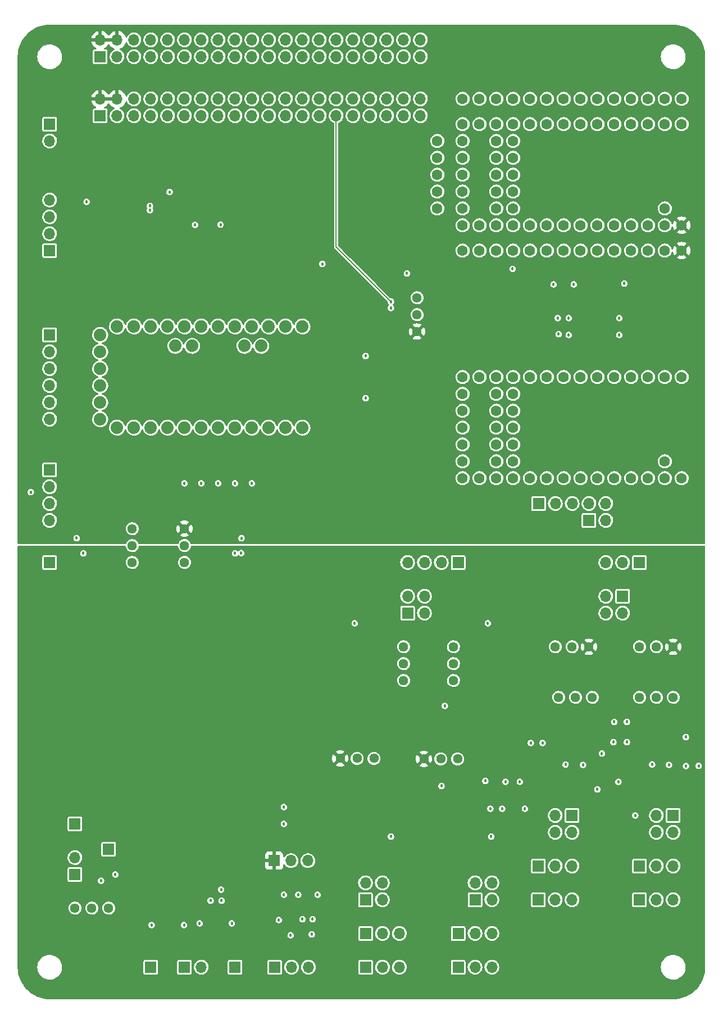
<source format=gbr>
%TF.GenerationSoftware,KiCad,Pcbnew,(6.0.4)*%
%TF.CreationDate,2022-04-16T00:48:39-07:00*%
%TF.ProjectId,main_board,6d61696e-5f62-46f6-9172-642e6b696361,rev?*%
%TF.SameCoordinates,PX48ab840PYb340ac0*%
%TF.FileFunction,Copper,L3,Inr*%
%TF.FilePolarity,Positive*%
%FSLAX46Y46*%
G04 Gerber Fmt 4.6, Leading zero omitted, Abs format (unit mm)*
G04 Created by KiCad (PCBNEW (6.0.4)) date 2022-04-16 00:48:39*
%MOMM*%
%LPD*%
G01*
G04 APERTURE LIST*
%TA.AperFunction,ComponentPad*%
%ADD10C,1.440000*%
%TD*%
%TA.AperFunction,ComponentPad*%
%ADD11R,1.700000X1.700000*%
%TD*%
%TA.AperFunction,ComponentPad*%
%ADD12O,1.700000X1.700000*%
%TD*%
%TA.AperFunction,ComponentPad*%
%ADD13C,1.879600*%
%TD*%
%TA.AperFunction,ComponentPad*%
%ADD14C,1.600000*%
%TD*%
%TA.AperFunction,ViaPad*%
%ADD15C,0.457200*%
%TD*%
%TA.AperFunction,Conductor*%
%ADD16C,0.127000*%
%TD*%
G04 APERTURE END LIST*
D10*
%TO.N,Net-(InputB_Gain1-Pad1)*%
%TO.C,InputB_Gain1*%
X60858400Y43180000D03*
%TO.N,Net-(InputB_Gain1-Pad2)*%
X60858400Y45720000D03*
X60858400Y48260000D03*
%TD*%
%TO.N,Net-(GalvoB_Gain1-Pad1)*%
%TO.C,GalvoB_Gain1*%
X76698000Y40640000D03*
%TO.N,Net-(GalvoB_Gain1-Pad2)*%
X79238000Y40640000D03*
X81778000Y40640000D03*
%TD*%
D11*
%TO.N,+3V3*%
%TO.C,J3*%
X7620000Y128265000D03*
D12*
%TO.N,+5V*%
X7620000Y130805000D03*
%TO.N,Net-(J11-Pad4)*%
X10160000Y128265000D03*
%TO.N,+5V*%
X10160000Y130805000D03*
%TO.N,Net-(J11-Pad3)*%
X12700000Y128265000D03*
%TO.N,GND*%
X12700000Y130805000D03*
%TO.N,Net-(J27-Pad7)*%
X15240000Y128265000D03*
%TO.N,Net-(J27-Pad8)*%
X15240000Y130805000D03*
%TO.N,GND*%
X17780000Y128265000D03*
%TO.N,Net-(J27-Pad10)*%
X17780000Y130805000D03*
%TO.N,Net-(J27-Pad11)*%
X20320000Y128265000D03*
%TO.N,Net-(J27-Pad12)*%
X20320000Y130805000D03*
%TO.N,Net-(J27-Pad13)*%
X22860000Y128265000D03*
%TO.N,GND*%
X22860000Y130805000D03*
%TO.N,Net-(J27-Pad15)*%
X25400000Y128265000D03*
%TO.N,Net-(J27-Pad16)*%
X25400000Y130805000D03*
%TO.N,+3V3*%
X27940000Y128265000D03*
%TO.N,Net-(J27-Pad18)*%
X27940000Y130805000D03*
%TO.N,Net-(J27-Pad19)*%
X30480000Y128265000D03*
%TO.N,GND*%
X30480000Y130805000D03*
%TO.N,Net-(J27-Pad21)*%
X33020000Y128265000D03*
%TO.N,Net-(J27-Pad22)*%
X33020000Y130805000D03*
%TO.N,Net-(J27-Pad23)*%
X35560000Y128265000D03*
%TO.N,Net-(J27-Pad24)*%
X35560000Y130805000D03*
%TO.N,GND*%
X38100000Y128265000D03*
%TO.N,Net-(J27-Pad26)*%
X38100000Y130805000D03*
%TO.N,Net-(J27-Pad27)*%
X40640000Y128265000D03*
%TO.N,Net-(J27-Pad28)*%
X40640000Y130805000D03*
%TO.N,/Prog_Reset*%
X43180000Y128265000D03*
%TO.N,GND*%
X43180000Y130805000D03*
%TO.N,/Veapons Hot*%
X45720000Y128265000D03*
%TO.N,Net-(J27-Pad32)*%
X45720000Y130805000D03*
%TO.N,Net-(J27-Pad33)*%
X48260000Y128265000D03*
%TO.N,GND*%
X48260000Y130805000D03*
%TO.N,Net-(J27-Pad35)*%
X50800000Y128265000D03*
%TO.N,Net-(J27-Pad36)*%
X50800000Y130805000D03*
%TO.N,Net-(J27-Pad37)*%
X53340000Y128265000D03*
%TO.N,Net-(J27-Pad38)*%
X53340000Y130805000D03*
%TO.N,GND*%
X55880000Y128265000D03*
%TO.N,Net-(J27-Pad40)*%
X55880000Y130805000D03*
%TD*%
D11*
%TO.N,LED_trigger*%
%TO.C,TP2*%
X8890000Y17780000D03*
%TD*%
%TO.N,Net-(J20-Pad1)*%
%TO.C,J20*%
X88900000Y60960000D03*
D12*
%TO.N,GND*%
X86360000Y60960000D03*
%TO.N,Net-(J20-Pad3)*%
X83820000Y60960000D03*
%TD*%
D11*
%TO.N,Net-(J20-Pad1)*%
%TO.C,J21*%
X86360000Y55880000D03*
D12*
%TO.N,Net-(J21-Pad2)*%
X86360000Y53340000D03*
%TO.N,Net-(J20-Pad3)*%
X83820000Y55880000D03*
%TO.N,Net-(J21-Pad4)*%
X83820000Y53340000D03*
%TD*%
D10*
%TO.N,+15V*%
%TO.C,GalvoA_Offset1*%
X88900000Y48260000D03*
%TO.N,Net-(GalvoA_Offset1-Pad2)*%
X91440000Y48260000D03*
%TO.N,-15V*%
X93980000Y48260000D03*
%TD*%
D11*
%TO.N,GND*%
%TO.C,J7*%
X3810000Y13970000D03*
D12*
%TO.N,Net-(J7-Pad2)*%
X3810000Y16510000D03*
%TD*%
D11*
%TO.N,Net-(J23-Pad1)*%
%TO.C,J23*%
X78740000Y22860000D03*
D12*
%TO.N,Net-(J10-Pad3)*%
X78740000Y20320000D03*
%TO.N,Net-(J23-Pad3)*%
X76200000Y22860000D03*
%TO.N,Net-(J10-Pad2)*%
X76200000Y20320000D03*
%TD*%
D11*
%TO.N,-15V*%
%TO.C,J22*%
X33835000Y16040000D03*
D12*
%TO.N,GND*%
X36375000Y16040000D03*
%TO.N,+15V*%
X38915000Y16040000D03*
%TD*%
D11*
%TO.N,Net-(J24-Pad1)*%
%TO.C,J24*%
X93980000Y22860000D03*
D12*
%TO.N,Net-(J24-Pad2)*%
X93980000Y20320000D03*
%TO.N,Net-(J24-Pad3)*%
X91440000Y22860000D03*
%TO.N,Net-(J24-Pad4)*%
X91440000Y20320000D03*
%TD*%
D10*
%TO.N,+5V*%
%TO.C,Cam_Input1*%
X20320000Y66050000D03*
%TO.N,Net-(Cam_Input1-Pad2)*%
X20320000Y63510000D03*
%TO.N,GND*%
X20320000Y60970000D03*
%TD*%
%TO.N,+3V3*%
%TO.C,Cam_Output1*%
X12446000Y66040000D03*
%TO.N,Net-(Cam_Output1-Pad2)*%
X12446000Y63500000D03*
%TO.N,GND*%
X12446000Y60960000D03*
%TD*%
%TO.N,Net-(InputA_Gain1-Pad1)*%
%TO.C,InputA_Gain1*%
X53340000Y43180000D03*
%TO.N,Net-(InputA_Gain1-Pad2)*%
X53340000Y45720000D03*
X53340000Y48260000D03*
%TD*%
D11*
%TO.N,+3V3*%
%TO.C,J27*%
X7620000Y137160000D03*
D12*
%TO.N,+5V*%
X7620000Y139700000D03*
%TO.N,Net-(J11-Pad4)*%
X10160000Y137160000D03*
%TO.N,+5V*%
X10160000Y139700000D03*
%TO.N,Net-(J11-Pad3)*%
X12700000Y137160000D03*
%TO.N,GND*%
X12700000Y139700000D03*
%TO.N,Net-(J27-Pad7)*%
X15240000Y137160000D03*
%TO.N,Net-(J27-Pad8)*%
X15240000Y139700000D03*
%TO.N,GND*%
X17780000Y137160000D03*
%TO.N,Net-(J27-Pad10)*%
X17780000Y139700000D03*
%TO.N,Net-(J27-Pad11)*%
X20320000Y137160000D03*
%TO.N,Net-(J27-Pad12)*%
X20320000Y139700000D03*
%TO.N,Net-(J27-Pad13)*%
X22860000Y137160000D03*
%TO.N,GND*%
X22860000Y139700000D03*
%TO.N,Net-(J27-Pad15)*%
X25400000Y137160000D03*
%TO.N,Net-(J27-Pad16)*%
X25400000Y139700000D03*
%TO.N,+3V3*%
X27940000Y137160000D03*
%TO.N,Net-(J27-Pad18)*%
X27940000Y139700000D03*
%TO.N,Net-(J27-Pad19)*%
X30480000Y137160000D03*
%TO.N,GND*%
X30480000Y139700000D03*
%TO.N,Net-(J27-Pad21)*%
X33020000Y137160000D03*
%TO.N,Net-(J27-Pad22)*%
X33020000Y139700000D03*
%TO.N,Net-(J27-Pad23)*%
X35560000Y137160000D03*
%TO.N,Net-(J27-Pad24)*%
X35560000Y139700000D03*
%TO.N,GND*%
X38100000Y137160000D03*
%TO.N,Net-(J27-Pad26)*%
X38100000Y139700000D03*
%TO.N,Net-(J27-Pad27)*%
X40640000Y137160000D03*
%TO.N,Net-(J27-Pad28)*%
X40640000Y139700000D03*
%TO.N,/Prog_Reset*%
X43180000Y137160000D03*
%TO.N,GND*%
X43180000Y139700000D03*
%TO.N,/Veapons Hot*%
X45720000Y137160000D03*
%TO.N,Net-(J27-Pad32)*%
X45720000Y139700000D03*
%TO.N,Net-(J27-Pad33)*%
X48260000Y137160000D03*
%TO.N,GND*%
X48260000Y139700000D03*
%TO.N,Net-(J27-Pad35)*%
X50800000Y137160000D03*
%TO.N,Net-(J27-Pad36)*%
X50800000Y139700000D03*
%TO.N,Net-(J27-Pad37)*%
X53340000Y137160000D03*
%TO.N,Net-(J27-Pad38)*%
X53340000Y139700000D03*
%TO.N,GND*%
X55880000Y137160000D03*
%TO.N,Net-(J27-Pad40)*%
X55880000Y139700000D03*
%TD*%
D11*
%TO.N,Net-(J12-Pad2)*%
%TO.C,TP5*%
X27940000Y0D03*
%TD*%
%TO.N,Net-(J14-Pad1)*%
%TO.C,J14*%
X47615000Y5080000D03*
D12*
%TO.N,GND*%
X50155000Y5080000D03*
%TO.N,Net-(J14-Pad3)*%
X52695000Y5080000D03*
%TD*%
D10*
%TO.N,+15V*%
%TO.C,GalvoB_Offset1*%
X76200000Y48260000D03*
%TO.N,Net-(GalvoB_Offset1-Pad2)*%
X78740000Y48260000D03*
%TO.N,-15V*%
X81280000Y48260000D03*
%TD*%
D11*
%TO.N,GND*%
%TO.C,J19*%
X61570000Y60960000D03*
D12*
%TO.N,Net-(J18-Pad4)*%
X59030000Y60960000D03*
%TO.N,GND*%
X56490000Y60960000D03*
%TO.N,Net-(J18-Pad2)*%
X53950000Y60960000D03*
%TD*%
D11*
%TO.N,Net-(FB3-Pad2)*%
%TO.C,J8*%
X33909000Y0D03*
D12*
%TO.N,Net-(FB2-Pad1)*%
X36449000Y0D03*
%TO.N,Net-(FB1-Pad2)*%
X38989000Y0D03*
%TD*%
D11*
%TO.N,GND*%
%TO.C,J26*%
X73660000Y10160000D03*
D12*
%TO.N,Net-(J10-Pad2)*%
X76200000Y10160000D03*
%TO.N,Net-(J10-Pad3)*%
X78740000Y10160000D03*
%TD*%
D13*
%TO.N,Net-(J28-Pad1)*%
%TO.C,U16*%
X7620000Y95250000D03*
%TO.N,Net-(J28-Pad2)*%
X7620000Y92710000D03*
%TO.N,Net-(J28-Pad3)*%
X7620000Y90170000D03*
%TO.N,+3V3*%
X7620000Y87630000D03*
%TO.N,GND*%
X7620000Y85090000D03*
X7620000Y82550000D03*
%TO.N,unconnected-(U16-PadJP2_1)*%
X21463000Y93599000D03*
%TO.N,unconnected-(U16-PadJP2_2)*%
X18923000Y93599000D03*
%TO.N,unconnected-(U16-PadJP3_1)*%
X31877000Y93599000D03*
%TO.N,unconnected-(U16-PadJP3_2)*%
X29337000Y93599000D03*
%TO.N,unconnected-(U16-PadJP6_1)*%
X10160000Y96520000D03*
%TO.N,GND*%
X12700000Y96520000D03*
%TO.N,unconnected-(U16-PadJP6_3)*%
X15240000Y96520000D03*
%TO.N,+3V3*%
X17780000Y96520000D03*
%TO.N,unconnected-(U16-PadJP6_5)*%
X20320000Y96520000D03*
%TO.N,unconnected-(U16-PadJP6_6)*%
X22860000Y96520000D03*
%TO.N,unconnected-(U16-PadJP6_7)*%
X25400000Y96520000D03*
%TO.N,unconnected-(U16-PadJP6_8)*%
X27940000Y96520000D03*
%TO.N,unconnected-(U16-PadJP6_9)*%
X30480000Y96520000D03*
%TO.N,unconnected-(U16-PadJP6_10)*%
X33020000Y96520000D03*
%TO.N,unconnected-(U16-PadJP6_11)*%
X35560000Y96520000D03*
%TO.N,unconnected-(U16-PadJP6_12)*%
X38100000Y96520000D03*
%TO.N,unconnected-(U16-PadJP7_1)*%
X38100000Y81280000D03*
%TO.N,unconnected-(U16-PadJP7_2)*%
X35560000Y81280000D03*
%TO.N,unconnected-(U16-PadJP7_3)*%
X33020000Y81280000D03*
%TO.N,unconnected-(U16-PadJP7_4)*%
X30480000Y81280000D03*
%TO.N,/Clear_Fault*%
X27940000Y81280000D03*
%TO.N,/LAZOR!!!*%
X25400000Y81280000D03*
%TO.N,/Fault*%
X22860000Y81280000D03*
%TO.N,/LAZOR?*%
X20320000Y81280000D03*
%TO.N,GND*%
X17780000Y81280000D03*
%TO.N,unconnected-(U16-PadJP7_10)*%
X15240000Y81280000D03*
%TO.N,unconnected-(U16-PadJP7_11)*%
X12700000Y81280000D03*
%TO.N,unconnected-(U16-PadJP7_12)*%
X10160000Y81280000D03*
%TD*%
D11*
%TO.N,GND*%
%TO.C,J12*%
X20320000Y0D03*
D12*
%TO.N,Net-(J12-Pad2)*%
X22860000Y0D03*
%TD*%
D11*
%TO.N,GND*%
%TO.C,J5*%
X81280000Y67310000D03*
D12*
%TO.N,Net-(J18-Pad4)*%
X81280000Y69850000D03*
%TO.N,GND*%
X83820000Y67310000D03*
%TO.N,Net-(J18-Pad2)*%
X83820000Y69850000D03*
%TD*%
D11*
%TO.N,Net-(J18-Pad1)*%
%TO.C,J18*%
X53950006Y53340000D03*
D12*
%TO.N,Net-(J18-Pad2)*%
X53950006Y55880000D03*
%TO.N,Net-(J18-Pad3)*%
X56490006Y53340000D03*
%TO.N,Net-(J18-Pad4)*%
X56490006Y55880000D03*
%TD*%
D11*
%TO.N,GND*%
%TO.C,J25*%
X88900000Y15240000D03*
D12*
%TO.N,Net-(J24-Pad4)*%
X91440000Y15240000D03*
%TO.N,Net-(J24-Pad2)*%
X93980000Y15240000D03*
%TD*%
D11*
%TO.N,Net-(J20-Pad1)*%
%TO.C,J6*%
X73675000Y69850000D03*
D12*
%TO.N,GND*%
X76215000Y69850000D03*
%TO.N,Net-(J20-Pad3)*%
X78755000Y69850000D03*
%TD*%
D11*
%TO.N,Net-(J1-Pad1)*%
%TO.C,J15*%
X61570000Y5080000D03*
D12*
%TO.N,GND*%
X64110000Y5080000D03*
%TO.N,Net-(J1-Pad3)*%
X66650000Y5080000D03*
%TD*%
D10*
%TO.N,+15V*%
%TO.C,InputB_offset1*%
X61478000Y31369000D03*
%TO.N,Net-(InputB_offset1-Pad2)*%
X58938000Y31369000D03*
%TO.N,-15V*%
X56398000Y31369000D03*
%TD*%
D11*
%TO.N,Net-(J14-Pad1)*%
%TO.C,J16*%
X47600006Y10154996D03*
D12*
%TO.N,Net-(J16-Pad2)*%
X47600006Y12694996D03*
%TO.N,Net-(J14-Pad3)*%
X50140006Y10154996D03*
%TO.N,Net-(J16-Pad4)*%
X50140006Y12694996D03*
%TD*%
D11*
%TO.N,Net-(J13-Pad1)*%
%TO.C,J13*%
X0Y127000000D03*
D12*
%TO.N,GND*%
X0Y124460000D03*
%TD*%
D11*
%TO.N,Net-(J28-Pad1)*%
%TO.C,J28*%
X0Y95250000D03*
D12*
%TO.N,Net-(J28-Pad2)*%
X0Y92710000D03*
%TO.N,Net-(J28-Pad3)*%
X0Y90170000D03*
%TO.N,+3V3*%
X0Y87630000D03*
%TO.N,GND*%
X0Y85090000D03*
X0Y82550000D03*
%TD*%
D10*
%TO.N,+5V*%
%TO.C,Prog1*%
X55372000Y95758000D03*
%TO.N,Net-(Prog1-Pad2)*%
X55372000Y98298000D03*
%TO.N,GND*%
X55372000Y100838000D03*
%TD*%
D11*
%TO.N,GND*%
%TO.C,J11*%
X0Y107960000D03*
D12*
%TO.N,+3V3*%
X0Y110500000D03*
%TO.N,Net-(J11-Pad3)*%
X0Y113040000D03*
%TO.N,Net-(J11-Pad4)*%
X0Y115580000D03*
%TD*%
D11*
%TO.N,/Cam_In*%
%TO.C,TP1*%
X0Y60960000D03*
%TD*%
%TO.N,Net-(J7-Pad2)*%
%TO.C,TP3*%
X3810000Y21590000D03*
%TD*%
D14*
%TO.N,GND*%
%TO.C,U11*%
X95250000Y88900000D03*
%TO.N,unconnected-(U11-Pad2)*%
X92710000Y88900000D03*
%TO.N,unconnected-(U11-Pad3)*%
X90170000Y88900000D03*
%TO.N,unconnected-(U11-Pad4)*%
X87630000Y88900000D03*
%TO.N,unconnected-(U11-Pad5)*%
X85090000Y88900000D03*
%TO.N,unconnected-(U11-Pad6)*%
X82550000Y88900000D03*
%TO.N,unconnected-(U11-Pad7)*%
X80010000Y88900000D03*
%TO.N,unconnected-(U11-Pad8)*%
X77470000Y88900000D03*
%TO.N,unconnected-(U11-Pad9)*%
X74930000Y88900000D03*
%TO.N,unconnected-(U11-Pad10)*%
X72390000Y88900000D03*
%TO.N,SGT_TX*%
X69850000Y88900000D03*
%TO.N,SGT_RX*%
X67310000Y88900000D03*
%TO.N,unconnected-(U11-Pad13)*%
X64770000Y88900000D03*
%TO.N,unconnected-(U11-Pad14)*%
X62230000Y88900000D03*
%TO.N,unconnected-(U11-Pad15)*%
X62230000Y86360000D03*
%TO.N,unconnected-(U11-Pad16)*%
X62230000Y83820000D03*
%TO.N,GND*%
X62230000Y81280000D03*
%TO.N,unconnected-(U11-Pad18)*%
X62230000Y78740000D03*
%TO.N,unconnected-(U11-Pad19)*%
X62230000Y76200000D03*
%TO.N,unconnected-(U11-Pad20)*%
X62230000Y73660000D03*
%TO.N,unconnected-(U11-Pad21)*%
X64770000Y73660000D03*
%TO.N,unconnected-(U11-Pad22)*%
X67310000Y73660000D03*
%TO.N,unconnected-(U11-Pad23)*%
X69850000Y73660000D03*
%TO.N,unconnected-(U11-Pad24)*%
X72390000Y73660000D03*
%TO.N,SGT_SDA*%
X74930000Y73660000D03*
%TO.N,SGT_SCL*%
X77470000Y73660000D03*
%TO.N,SGT_LRCLK*%
X80010000Y73660000D03*
%TO.N,SGT_BCLK*%
X82550000Y73660000D03*
%TO.N,unconnected-(U11-Pad29)*%
X85090000Y73660000D03*
%TO.N,SGT_MCLK*%
X87630000Y73660000D03*
%TO.N,SGT_3.3*%
X90170000Y73660000D03*
%TO.N,GND*%
X92710000Y73660000D03*
%TO.N,unconnected-(U11-Pad33)*%
X95250000Y73660000D03*
%TO.N,unconnected-(U11-Pad34)*%
X92710000Y76200000D03*
%TO.N,unconnected-(U11-Pad35)*%
X67310000Y76200000D03*
%TO.N,unconnected-(U11-Pad36)*%
X69850000Y76200000D03*
%TO.N,unconnected-(U11-Pad37)*%
X67310000Y78740000D03*
%TO.N,unconnected-(U11-Pad38)*%
X69850000Y78740000D03*
%TO.N,unconnected-(U11-Pad39)*%
X67310000Y81280000D03*
%TO.N,unconnected-(U11-Pad40)*%
X69850000Y81280000D03*
%TO.N,unconnected-(U11-Pad41)*%
X67310000Y83820000D03*
%TO.N,unconnected-(U11-Pad42)*%
X69850000Y83820000D03*
%TO.N,unconnected-(U11-Pad43)*%
X67310000Y86360000D03*
%TO.N,unconnected-(U11-Pad44)*%
X69850000Y86360000D03*
%TD*%
D11*
%TO.N,GND*%
%TO.C,J9*%
X88900000Y10160000D03*
D12*
%TO.N,Net-(J24-Pad4)*%
X91440000Y10160000D03*
%TO.N,Net-(J24-Pad2)*%
X93980000Y10160000D03*
%TD*%
D11*
%TO.N,Net-(J1-Pad1)*%
%TO.C,J17*%
X64110006Y10160000D03*
D12*
%TO.N,Net-(J17-Pad2)*%
X64110006Y12700000D03*
%TO.N,Net-(J1-Pad3)*%
X66650006Y10160000D03*
%TO.N,Net-(J17-Pad4)*%
X66650006Y12700000D03*
%TD*%
D10*
%TO.N,+5V*%
%TO.C,LED_Trigger1*%
X8890000Y8890000D03*
%TO.N,Net-(LED_Trigger1-Pad2)*%
X6350000Y8890000D03*
%TO.N,GND*%
X3810000Y8890000D03*
%TD*%
%TO.N,+15V*%
%TO.C,InputA_offset1*%
X48879600Y31445200D03*
%TO.N,Net-(InputA_offset1-Pad2)*%
X46339600Y31445200D03*
%TO.N,-15V*%
X43799600Y31445200D03*
%TD*%
D11*
%TO.N,Net-(C7-Pad1)*%
%TO.C,TP4*%
X15240000Y0D03*
%TD*%
D14*
%TO.N,GND*%
%TO.C,U10*%
X95250000Y130810000D03*
X95250000Y127000000D03*
%TO.N,unconnected-(U10-Pad2)*%
X92710000Y127000000D03*
X92710000Y130810000D03*
%TO.N,unconnected-(U10-Pad3)*%
X90170000Y127000000D03*
X90170000Y130810000D03*
%TO.N,PWM_DAC*%
X87630000Y130810000D03*
X87630000Y127000000D03*
%TO.N,Net-(J27-Pad15)*%
X85090000Y127000000D03*
X85090000Y130810000D03*
%TO.N,Net-(J27-Pad7)*%
X82550000Y130810000D03*
X82550000Y127000000D03*
%TO.N,Net-(J27-Pad32)*%
X80010000Y130810000D03*
X80010000Y127000000D03*
%TO.N,Net-(J27-Pad33)*%
X77470000Y130810000D03*
X77470000Y127000000D03*
%TO.N,SGT_TX*%
X74930000Y130810000D03*
X74930000Y127000000D03*
%TO.N,SGT_RX*%
X72390000Y130810000D03*
X72390000Y127000000D03*
%TO.N,unconnected-(U10-Pad11)*%
X69850000Y127000000D03*
X69850000Y130810000D03*
%TO.N,Net-(J27-Pad24)*%
X67310000Y127000000D03*
X67310000Y130810000D03*
%TO.N,Net-(J27-Pad21)*%
X64770000Y127000000D03*
X64770000Y130810000D03*
%TO.N,Net-(J27-Pad19)*%
X62230000Y127000000D03*
X62230000Y130810000D03*
%TO.N,unconnected-(U10-Pad15)*%
X58420000Y124460000D03*
X62230000Y124460000D03*
%TO.N,unconnected-(U10-Pad16)*%
X58420000Y121920000D03*
X62230000Y121920000D03*
%TO.N,GND*%
X62230000Y119380000D03*
X58420000Y119380000D03*
%TO.N,Net-(Q1-Pad3)*%
X58420000Y116840000D03*
X62230000Y116840000D03*
%TO.N,unconnected-(U10-Pad19)*%
X58420000Y114300000D03*
X62230000Y114300000D03*
%TO.N,Net-(J27-Pad23)*%
X62230000Y107950000D03*
X62230000Y111760000D03*
%TO.N,unconnected-(U10-Pad21)*%
X64770000Y111760000D03*
X64770000Y107950000D03*
%TO.N,/LAZOR?*%
X67310000Y111760000D03*
X67310000Y107950000D03*
%TO.N,/Clear_Fault*%
X69850000Y107950000D03*
X69850000Y111760000D03*
%TO.N,/Fault*%
X72390000Y107950000D03*
X72390000Y111760000D03*
%TO.N,SGT_SDA*%
X74930000Y107950000D03*
X74930000Y111760000D03*
%TO.N,SGT_SCL*%
X77470000Y107950000D03*
X77470000Y111760000D03*
%TO.N,SGT_LRCLK*%
X80010000Y111760000D03*
X80010000Y107950000D03*
%TO.N,SGT_BCLK*%
X82550000Y107950000D03*
X82550000Y111760000D03*
%TO.N,unconnected-(U10-Pad29)*%
X85090000Y107950000D03*
X85090000Y111760000D03*
%TO.N,SGT_MCLK*%
X87630000Y107950000D03*
X87630000Y111760000D03*
%TO.N,SGT_3.3*%
X90170000Y111760000D03*
X90170000Y107950000D03*
%TO.N,GND*%
X92710000Y111760000D03*
X92710000Y107950000D03*
%TO.N,+5V*%
X95250000Y111760000D03*
X95250000Y107950000D03*
%TO.N,unconnected-(U10-Pad34)*%
X92710000Y114300000D03*
%TO.N,unconnected-(U10-Pad35)*%
X67310000Y114300000D03*
%TO.N,unconnected-(U10-Pad36)*%
X69850000Y114300000D03*
%TO.N,unconnected-(U10-Pad37)*%
X67310000Y116840000D03*
%TO.N,unconnected-(U10-Pad38)*%
X69850000Y116840000D03*
%TO.N,unconnected-(U10-Pad39)*%
X67310000Y119380000D03*
%TO.N,unconnected-(U10-Pad40)*%
X69850000Y119380000D03*
%TO.N,unconnected-(U10-Pad41)*%
X67310000Y121920000D03*
%TO.N,unconnected-(U10-Pad42)*%
X69850000Y121920000D03*
%TO.N,unconnected-(U10-Pad43)*%
X67310000Y124460000D03*
%TO.N,unconnected-(U10-Pad44)*%
X69850000Y124460000D03*
%TD*%
D10*
%TO.N,Net-(GalvoA_Gain1-Pad1)*%
%TO.C,GalvoA_Gain1*%
X88890000Y40640000D03*
%TO.N,Net-(GalvoA_Gain1-Pad2)*%
X91430000Y40640000D03*
X93970000Y40640000D03*
%TD*%
D11*
%TO.N,GND*%
%TO.C,J4*%
X0Y74920000D03*
D12*
X0Y72380000D03*
%TO.N,LED_trigger*%
X0Y69840000D03*
%TO.N,/Cam_In*%
X0Y67300000D03*
%TD*%
D11*
%TO.N,Net-(J1-Pad1)*%
%TO.C,J1*%
X61570000Y0D03*
D12*
%TO.N,GND*%
X64110000Y0D03*
%TO.N,Net-(J1-Pad3)*%
X66650000Y0D03*
%TD*%
D11*
%TO.N,GND*%
%TO.C,J10*%
X73660000Y15240000D03*
D12*
%TO.N,Net-(J10-Pad2)*%
X76200000Y15240000D03*
%TO.N,Net-(J10-Pad3)*%
X78740000Y15240000D03*
%TD*%
D11*
%TO.N,Net-(J14-Pad1)*%
%TO.C,J2*%
X47615000Y0D03*
D12*
%TO.N,GND*%
X50155000Y0D03*
%TO.N,Net-(J14-Pad3)*%
X52695000Y0D03*
%TD*%
D15*
%TO.N,GND*%
X45974000Y51816000D03*
X66040000Y51816000D03*
%TO.N,Net-(J13-Pad1)*%
X5562600Y115290600D03*
%TO.N,+3V3*%
X4064000Y64643000D03*
X76708000Y95377000D03*
X76581000Y97790000D03*
X-2844800Y71551800D03*
X18084800Y116763800D03*
X15113000Y114681000D03*
X75946000Y102870000D03*
%TO.N,+15V*%
X88265000Y22860000D03*
X40386000Y10922000D03*
X35306000Y21590000D03*
X39497000Y4953000D03*
X80391000Y30480000D03*
X93345000Y30480000D03*
X66548000Y19685000D03*
X15367000Y6350000D03*
X66421000Y23876000D03*
X59055000Y27305000D03*
X51435000Y19685000D03*
X65659000Y28067000D03*
X35306000Y24130000D03*
X59563000Y39370000D03*
X39624000Y7239000D03*
%TO.N,-15V*%
X46355000Y15875000D03*
X33020000Y7112000D03*
X89535000Y35560000D03*
X42037000Y21590000D03*
X76454000Y35433000D03*
X84455000Y27940000D03*
X61595000Y15875000D03*
X43434000Y24130000D03*
X20320000Y10160000D03*
X32385000Y10922000D03*
X73279000Y23876000D03*
X53975000Y23495000D03*
X54610000Y35560000D03*
X73914000Y28067000D03*
X33147000Y4826000D03*
%TO.N,+5V*%
X49149000Y98425000D03*
X11684000Y113792000D03*
X7752500Y13020000D03*
X27051000Y64643000D03*
X84201000Y97790000D03*
X5537200Y113360200D03*
X84328000Y95123000D03*
X83566000Y102870000D03*
%TO.N,Net-(J27-Pad15)*%
X41097200Y105943400D03*
X28879800Y62382400D03*
%TO.N,PWM_DAC*%
X25845000Y11684000D03*
%TO.N,Net-(C7-Pad1)*%
X27445000Y6604000D03*
X20255000Y6350000D03*
%TO.N,Net-(R24-Pad2)*%
X97815400Y30327600D03*
X90805000Y30545000D03*
%TO.N,Net-(R30-Pad2)*%
X83235800Y32181800D03*
X77749400Y30530800D03*
%TO.N,Net-(R25-Pad2)*%
X95910400Y30302200D03*
X85725000Y27914600D03*
%TO.N,GND*%
X53848000Y104521000D03*
X70866000Y27940000D03*
X5080000Y62357000D03*
X27940000Y72898000D03*
X68199000Y23876000D03*
X47625000Y85725000D03*
X20320000Y72898000D03*
X71628000Y23876000D03*
X74295000Y33782000D03*
X25400000Y72898000D03*
X25755600Y111861600D03*
X25908000Y10033000D03*
X15113000Y114046000D03*
X22860000Y72898000D03*
X27940000Y62357000D03*
X37465000Y10922000D03*
X82550000Y26797000D03*
X38100000Y7239000D03*
X95885000Y34671000D03*
X68707000Y27940000D03*
X22606000Y6604000D03*
X9906000Y13970000D03*
X86995000Y36957000D03*
X78994000Y102870000D03*
X47625000Y92075000D03*
X78232000Y95250000D03*
X36322000Y4826000D03*
X85090000Y36957000D03*
X85852000Y97790000D03*
X84963000Y33909000D03*
X34544000Y7112000D03*
X85852000Y95250000D03*
X51435000Y99314000D03*
X86995000Y33909000D03*
X35306000Y10922000D03*
X24257000Y10033000D03*
X30480000Y72898000D03*
X72517000Y33782000D03*
X86614000Y102997000D03*
X78232000Y97790000D03*
%TO.N,/LAZOR?*%
X21908000Y111823000D03*
%TO.N,/Prog_Reset*%
X51429500Y100264000D03*
%TO.N,/Cam_In*%
X28905200Y64617600D03*
%TO.N,/Fault*%
X69773800Y105206800D03*
%TD*%
D16*
%TO.N,/Prog_Reset*%
X43180000Y128265000D02*
X43180000Y108513500D01*
X43180000Y108513500D02*
X51429500Y100264000D01*
%TD*%
%TA.AperFunction,Conductor*%
%TO.N,+5V*%
G36*
X93967103Y141983079D02*
G01*
X93980000Y141980514D01*
X93992170Y141982935D01*
X94002599Y141982935D01*
X94015735Y141983940D01*
X94338600Y141969844D01*
X94395075Y141967378D01*
X94406023Y141966420D01*
X94812496Y141912907D01*
X94823301Y141911001D01*
X95223566Y141822264D01*
X95234176Y141819421D01*
X95625175Y141696140D01*
X95635488Y141692387D01*
X96014277Y141535487D01*
X96024221Y141530849D01*
X96326931Y141373269D01*
X96387867Y141341548D01*
X96397387Y141336052D01*
X96743148Y141115777D01*
X96752152Y141109473D01*
X97077413Y140859892D01*
X97085830Y140852828D01*
X97383557Y140580013D01*
X97388088Y140575861D01*
X97395857Y140568092D01*
X97664984Y140274391D01*
X97672826Y140265833D01*
X97679892Y140257413D01*
X97929473Y139932152D01*
X97935777Y139923148D01*
X98156052Y139577387D01*
X98161547Y139567868D01*
X98324777Y139254307D01*
X98350845Y139204230D01*
X98355487Y139194277D01*
X98512384Y138815496D01*
X98516140Y138805175D01*
X98596787Y138549395D01*
X98639421Y138414177D01*
X98642264Y138403566D01*
X98731001Y138003301D01*
X98732907Y137992496D01*
X98777342Y137654975D01*
X98786420Y137586024D01*
X98787378Y137575074D01*
X98803940Y137195735D01*
X98802935Y137182599D01*
X98802935Y137172170D01*
X98800514Y137160000D01*
X98802935Y137147830D01*
X98803079Y137147106D01*
X98805500Y137122524D01*
X98805500Y63880000D01*
X98785498Y63811879D01*
X98731842Y63765386D01*
X98679500Y63754000D01*
X21357897Y63754000D01*
X21289776Y63774002D01*
X21243283Y63827658D01*
X21237275Y63843583D01*
X21227111Y63877248D01*
X21227111Y63877249D01*
X21225329Y63883150D01*
X21143820Y64036447D01*
X21138503Y64046447D01*
X21138501Y64046450D01*
X21135609Y64051889D01*
X21131719Y64056659D01*
X21131716Y64056663D01*
X21018717Y64195213D01*
X21018714Y64195216D01*
X21014822Y64199988D01*
X20867570Y64321806D01*
X20699461Y64412702D01*
X20516899Y64469215D01*
X20510781Y64469858D01*
X20510776Y64469859D01*
X20332965Y64488547D01*
X20332963Y64488547D01*
X20326836Y64489191D01*
X20247644Y64481984D01*
X20142652Y64472429D01*
X20142649Y64472428D01*
X20136513Y64471870D01*
X20130607Y64470132D01*
X20130603Y64470131D01*
X19997352Y64430912D01*
X19953180Y64417912D01*
X19783818Y64329372D01*
X19779018Y64325512D01*
X19779017Y64325512D01*
X19729908Y64286027D01*
X19634879Y64209622D01*
X19512036Y64063224D01*
X19509068Y64057826D01*
X19509065Y64057821D01*
X19497315Y64036447D01*
X19419969Y63895754D01*
X19418107Y63889885D01*
X19418106Y63889882D01*
X19402886Y63841902D01*
X19363223Y63783018D01*
X19298021Y63754925D01*
X19282784Y63754000D01*
X13480878Y63754000D01*
X13412757Y63774002D01*
X13366264Y63827658D01*
X13360256Y63843582D01*
X13353110Y63867251D01*
X13351329Y63873150D01*
X13261609Y64041889D01*
X13257719Y64046659D01*
X13257716Y64046663D01*
X13144717Y64185213D01*
X13144714Y64185216D01*
X13140822Y64189988D01*
X13134676Y64195073D01*
X13063739Y64253757D01*
X12993570Y64311806D01*
X12825461Y64402702D01*
X12642899Y64459215D01*
X12636781Y64459858D01*
X12636776Y64459859D01*
X12458965Y64478547D01*
X12458963Y64478547D01*
X12452836Y64479191D01*
X12378535Y64472429D01*
X12268652Y64462429D01*
X12268649Y64462428D01*
X12262513Y64461870D01*
X12256607Y64460132D01*
X12256603Y64460131D01*
X12123352Y64420912D01*
X12079180Y64407912D01*
X11909818Y64319372D01*
X11905018Y64315512D01*
X11905017Y64315512D01*
X11767436Y64204894D01*
X11760879Y64199622D01*
X11638036Y64053224D01*
X11635068Y64047826D01*
X11635065Y64047821D01*
X11558584Y63908701D01*
X11545969Y63885754D01*
X11544108Y63879887D01*
X11544107Y63879885D01*
X11532058Y63841901D01*
X11492395Y63783017D01*
X11427192Y63754925D01*
X11411956Y63754000D01*
X-4699500Y63754000D01*
X-4767621Y63774002D01*
X-4814114Y63827658D01*
X-4825500Y63880000D01*
X-4825500Y64648963D01*
X3575968Y64648963D01*
X3577132Y64640061D01*
X3577132Y64640058D01*
X3592746Y64520654D01*
X3592747Y64520650D01*
X3593911Y64511749D01*
X3649644Y64385086D01*
X3738687Y64279157D01*
X3853881Y64202477D01*
X3943749Y64174400D01*
X3977398Y64163887D01*
X3977399Y64163887D01*
X3985967Y64161210D01*
X4051599Y64160008D01*
X4115348Y64158839D01*
X4115351Y64158839D01*
X4124326Y64158675D01*
X4132989Y64161037D01*
X4132991Y64161037D01*
X4249171Y64192711D01*
X4257835Y64195073D01*
X4375762Y64267481D01*
X4468627Y64370076D01*
X4497145Y64428937D01*
X4525050Y64486532D01*
X4525051Y64486534D01*
X4528964Y64494611D01*
X4550658Y64623563D01*
X28417168Y64623563D01*
X28418332Y64614661D01*
X28418332Y64614658D01*
X28433946Y64495254D01*
X28433947Y64495250D01*
X28435111Y64486349D01*
X28490844Y64359686D01*
X28579887Y64253757D01*
X28695081Y64177077D01*
X28788490Y64147894D01*
X28818598Y64138487D01*
X28818599Y64138487D01*
X28827167Y64135810D01*
X28892799Y64134608D01*
X28956548Y64133439D01*
X28956551Y64133439D01*
X28965526Y64133275D01*
X28974189Y64135637D01*
X28974191Y64135637D01*
X29090371Y64167311D01*
X29099035Y64169673D01*
X29216962Y64242081D01*
X29309827Y64344676D01*
X29341366Y64409773D01*
X29366250Y64461132D01*
X29366251Y64461134D01*
X29370164Y64469211D01*
X29393122Y64605675D01*
X29393268Y64617600D01*
X29392026Y64626278D01*
X29374923Y64745697D01*
X29374922Y64745699D01*
X29373650Y64754584D01*
X29316374Y64880557D01*
X29226044Y64985390D01*
X29109921Y65060657D01*
X29101319Y65063229D01*
X29101316Y65063231D01*
X28985944Y65097734D01*
X28985945Y65097734D01*
X28977341Y65100307D01*
X28968365Y65100362D01*
X28968364Y65100362D01*
X28909141Y65100723D01*
X28838962Y65101152D01*
X28830331Y65098685D01*
X28830329Y65098685D01*
X28714541Y65065593D01*
X28714538Y65065592D01*
X28705907Y65063125D01*
X28588873Y64989282D01*
X28497269Y64885560D01*
X28493455Y64877437D01*
X28493454Y64877435D01*
X28465450Y64817788D01*
X28438458Y64760297D01*
X28437078Y64751432D01*
X28437077Y64751430D01*
X28419095Y64635937D01*
X28417168Y64623563D01*
X4550658Y64623563D01*
X4551922Y64631075D01*
X4552068Y64643000D01*
X4549944Y64657835D01*
X4533723Y64771097D01*
X4533722Y64771099D01*
X4532450Y64779984D01*
X4475174Y64905957D01*
X4384844Y65010790D01*
X4368507Y65021379D01*
X19655933Y65021379D01*
X19665227Y65009365D01*
X19699146Y64985615D01*
X19708641Y64980132D01*
X19893413Y64893972D01*
X19903705Y64890226D01*
X20100632Y64837460D01*
X20111425Y64835557D01*
X20314525Y64817788D01*
X20325475Y64817788D01*
X20528575Y64835557D01*
X20539368Y64837460D01*
X20736295Y64890226D01*
X20746587Y64893972D01*
X20931359Y64980132D01*
X20940854Y64985615D01*
X20975607Y65009949D01*
X20983983Y65020428D01*
X20976916Y65033873D01*
X20332811Y65677979D01*
X20318868Y65685592D01*
X20317034Y65685461D01*
X20310420Y65681210D01*
X19662360Y65033149D01*
X19655933Y65021379D01*
X4368507Y65021379D01*
X4268721Y65086057D01*
X4260119Y65088629D01*
X4260116Y65088631D01*
X4144744Y65123134D01*
X4144745Y65123134D01*
X4136141Y65125707D01*
X4127165Y65125762D01*
X4127164Y65125762D01*
X4067941Y65126123D01*
X3997762Y65126552D01*
X3989131Y65124085D01*
X3989129Y65124085D01*
X3873341Y65090993D01*
X3873338Y65090992D01*
X3864707Y65088525D01*
X3747673Y65014682D01*
X3741731Y65007954D01*
X3722002Y64985615D01*
X3656069Y64910960D01*
X3652255Y64902837D01*
X3652254Y64902835D01*
X3641795Y64880557D01*
X3597258Y64785697D01*
X3595878Y64776832D01*
X3595877Y64776830D01*
X3591030Y64745697D01*
X3575968Y64648963D01*
X-4825500Y64648963D01*
X-4825500Y66053672D01*
X11466880Y66053672D01*
X11482872Y65863233D01*
X11535549Y65679527D01*
X11538367Y65674045D01*
X11538368Y65674041D01*
X11620085Y65515037D01*
X11620088Y65515033D01*
X11622905Y65509551D01*
X11741612Y65359780D01*
X11746306Y65355785D01*
X11770086Y65335547D01*
X11887149Y65235918D01*
X11892527Y65232912D01*
X11892529Y65232911D01*
X11932733Y65210442D01*
X12053972Y65142684D01*
X12235728Y65083628D01*
X12425493Y65061000D01*
X12431628Y65061472D01*
X12431630Y65061472D01*
X12495393Y65066378D01*
X12616039Y65075661D01*
X12800108Y65127055D01*
X12805612Y65129835D01*
X12965189Y65210442D01*
X12965191Y65210443D01*
X12970690Y65213221D01*
X13121286Y65330880D01*
X13125312Y65335544D01*
X13125315Y65335547D01*
X13206110Y65429150D01*
X13246161Y65475549D01*
X13340557Y65641717D01*
X13355153Y65685592D01*
X13398934Y65817204D01*
X13400881Y65823056D01*
X13424833Y66012659D01*
X13425215Y66040000D01*
X13424771Y66044525D01*
X19087788Y66044525D01*
X19105557Y65841425D01*
X19107460Y65830632D01*
X19160226Y65633705D01*
X19163972Y65623413D01*
X19250135Y65438636D01*
X19255613Y65429150D01*
X19279949Y65394393D01*
X19290428Y65386017D01*
X19303872Y65393083D01*
X19947979Y66037189D01*
X19954356Y66048868D01*
X20684408Y66048868D01*
X20684539Y66047034D01*
X20688790Y66040420D01*
X21336851Y65392360D01*
X21348621Y65385933D01*
X21360635Y65395228D01*
X21384387Y65429150D01*
X21389865Y65438636D01*
X21476028Y65623413D01*
X21479774Y65633705D01*
X21532540Y65830632D01*
X21534443Y65841425D01*
X21552212Y66044525D01*
X21552212Y66055475D01*
X21534443Y66258575D01*
X21532540Y66269368D01*
X21479774Y66466295D01*
X21476028Y66476587D01*
X21389865Y66661364D01*
X21384387Y66670850D01*
X21360051Y66705607D01*
X21349572Y66713983D01*
X21336128Y66706917D01*
X20692021Y66062811D01*
X20684408Y66048868D01*
X19954356Y66048868D01*
X19955592Y66051132D01*
X19955461Y66052966D01*
X19951210Y66059580D01*
X19303149Y66707640D01*
X19291379Y66714067D01*
X19279365Y66704772D01*
X19255613Y66670850D01*
X19250135Y66661364D01*
X19163972Y66476587D01*
X19160226Y66466295D01*
X19107460Y66269368D01*
X19105557Y66258575D01*
X19087788Y66055475D01*
X19087788Y66044525D01*
X13424771Y66044525D01*
X13406566Y66230197D01*
X13351329Y66413150D01*
X13261609Y66581889D01*
X13257719Y66586659D01*
X13257716Y66586663D01*
X13144717Y66725213D01*
X13144714Y66725216D01*
X13140822Y66729988D01*
X13115872Y66750629D01*
X12998319Y66847877D01*
X12993570Y66851806D01*
X12825461Y66942702D01*
X12642899Y66999215D01*
X12636781Y66999858D01*
X12636776Y66999859D01*
X12458965Y67018547D01*
X12458963Y67018547D01*
X12452836Y67019191D01*
X12373644Y67011984D01*
X12268652Y67002429D01*
X12268649Y67002428D01*
X12262513Y67001870D01*
X12256607Y67000132D01*
X12256603Y67000131D01*
X12123352Y66960912D01*
X12079180Y66947912D01*
X11909818Y66859372D01*
X11905018Y66855512D01*
X11905017Y66855512D01*
X11895521Y66847877D01*
X11760879Y66739622D01*
X11638036Y66593224D01*
X11635068Y66587826D01*
X11635065Y66587821D01*
X11560397Y66451998D01*
X11545969Y66425754D01*
X11544108Y66419887D01*
X11544107Y66419885D01*
X11492544Y66257338D01*
X11488183Y66243590D01*
X11466880Y66053672D01*
X-4825500Y66053672D01*
X-4825500Y67329036D01*
X-1108852Y67329036D01*
X-1095576Y67126478D01*
X-1094155Y67120882D01*
X-1094154Y67120877D01*
X-1049569Y66945326D01*
X-1045608Y66929731D01*
X-1043191Y66924488D01*
X-1007873Y66847877D01*
X-960623Y66745384D01*
X-957290Y66740668D01*
X-856428Y66597951D01*
X-843467Y66579611D01*
X-698062Y66437965D01*
X-693258Y66434755D01*
X-669365Y66418790D01*
X-529280Y66325188D01*
X-523977Y66322910D01*
X-523974Y66322908D01*
X-374234Y66258575D01*
X-342772Y66245058D01*
X-290685Y66233272D01*
X-150421Y66201533D01*
X-150416Y66201532D01*
X-144784Y66200258D01*
X-139013Y66200031D01*
X-139011Y66200031D01*
X-79244Y66197683D01*
X58053Y66192288D01*
X158499Y66206852D01*
X253231Y66220587D01*
X253236Y66220588D01*
X258945Y66221416D01*
X264409Y66223271D01*
X264414Y66223272D01*
X445693Y66284808D01*
X445698Y66284810D01*
X451165Y66286666D01*
X469022Y66296666D01*
X583360Y66360699D01*
X628276Y66385853D01*
X644742Y66399547D01*
X779913Y66511969D01*
X784345Y66515655D01*
X834181Y66575576D01*
X910453Y66667282D01*
X910455Y66667285D01*
X914147Y66671724D01*
X1013334Y66848835D01*
X1015190Y66854302D01*
X1015192Y66854307D01*
X1076728Y67035586D01*
X1076729Y67035591D01*
X1078584Y67041055D01*
X1079412Y67046764D01*
X1079413Y67046769D01*
X1084169Y67079572D01*
X19656017Y67079572D01*
X19663083Y67066128D01*
X20307189Y66422021D01*
X20321132Y66414408D01*
X20322966Y66414539D01*
X20329580Y66418790D01*
X20977640Y67066851D01*
X20984067Y67078621D01*
X20974773Y67090635D01*
X20940854Y67114385D01*
X20931359Y67119868D01*
X20746587Y67206028D01*
X20736295Y67209774D01*
X20539368Y67262540D01*
X20528575Y67264443D01*
X20325475Y67282212D01*
X20314525Y67282212D01*
X20111425Y67264443D01*
X20100632Y67262540D01*
X19903705Y67209774D01*
X19893413Y67206028D01*
X19708636Y67119865D01*
X19699150Y67114387D01*
X19664393Y67090051D01*
X19656017Y67079572D01*
X1084169Y67079572D01*
X1107179Y67238273D01*
X1107712Y67241947D01*
X1109232Y67300000D01*
X1090658Y67502141D01*
X1086270Y67517701D01*
X1037125Y67691954D01*
X1037124Y67691956D01*
X1035557Y67697513D01*
X1028072Y67712693D01*
X948331Y67874391D01*
X945776Y67879572D01*
X942178Y67884391D01*
X827777Y68037591D01*
X824320Y68042221D01*
X675258Y68180013D01*
X670375Y68183094D01*
X670371Y68183097D01*
X667249Y68185067D01*
X80175500Y68185067D01*
X80175501Y66434934D01*
X80190266Y66360699D01*
X80197161Y66350380D01*
X80197162Y66350378D01*
X80237516Y66289985D01*
X80246516Y66276516D01*
X80330699Y66220266D01*
X80404933Y66205500D01*
X81279858Y66205500D01*
X82155066Y66205501D01*
X82190818Y66212612D01*
X82217126Y66217844D01*
X82217128Y66217845D01*
X82229301Y66220266D01*
X82239621Y66227161D01*
X82239622Y66227162D01*
X82303168Y66269623D01*
X82313484Y66276516D01*
X82369734Y66360699D01*
X82384500Y66434933D01*
X82384499Y67339036D01*
X82711148Y67339036D01*
X82724424Y67136478D01*
X82725845Y67130882D01*
X82725846Y67130877D01*
X82759052Y67000131D01*
X82774392Y66939731D01*
X82776809Y66934488D01*
X82813217Y66855512D01*
X82859377Y66755384D01*
X82976533Y66589611D01*
X83121938Y66447965D01*
X83126742Y66444755D01*
X83165601Y66418790D01*
X83290720Y66335188D01*
X83296023Y66332910D01*
X83296026Y66332908D01*
X83469042Y66258575D01*
X83477228Y66255058D01*
X83550244Y66238536D01*
X83669579Y66211533D01*
X83669584Y66211532D01*
X83675216Y66210258D01*
X83680987Y66210031D01*
X83680989Y66210031D01*
X83740756Y66207683D01*
X83878053Y66202288D01*
X83985348Y66217845D01*
X84073231Y66230587D01*
X84073236Y66230588D01*
X84078945Y66231416D01*
X84084409Y66233271D01*
X84084414Y66233272D01*
X84265693Y66294808D01*
X84265698Y66294810D01*
X84271165Y66296666D01*
X84318024Y66322908D01*
X84345683Y66338398D01*
X84448276Y66395853D01*
X84461980Y66407250D01*
X84599913Y66521969D01*
X84604345Y66525655D01*
X84722136Y66667282D01*
X84730453Y66677282D01*
X84730455Y66677285D01*
X84734147Y66681724D01*
X84833334Y66858835D01*
X84835190Y66864302D01*
X84835192Y66864307D01*
X84896728Y67045586D01*
X84896729Y67045591D01*
X84898584Y67051055D01*
X84899412Y67056764D01*
X84899413Y67056769D01*
X84927179Y67248273D01*
X84927712Y67251947D01*
X84929232Y67310000D01*
X84910658Y67512141D01*
X84905446Y67530622D01*
X84857125Y67701954D01*
X84857124Y67701956D01*
X84855557Y67707513D01*
X84847188Y67724485D01*
X84768331Y67884391D01*
X84765776Y67889572D01*
X84644320Y68052221D01*
X84495258Y68190013D01*
X84490375Y68193094D01*
X84490371Y68193097D01*
X84328464Y68295252D01*
X84323581Y68298333D01*
X84135039Y68373554D01*
X84129379Y68374680D01*
X84129375Y68374681D01*
X83941613Y68412029D01*
X83941610Y68412029D01*
X83935946Y68413156D01*
X83930171Y68413232D01*
X83930167Y68413232D01*
X83828793Y68414559D01*
X83732971Y68415813D01*
X83727274Y68414834D01*
X83727273Y68414834D01*
X83652753Y68402029D01*
X83532910Y68381436D01*
X83342463Y68311176D01*
X83168010Y68207388D01*
X83163670Y68203582D01*
X83163666Y68203579D01*
X83132320Y68176089D01*
X83015392Y68073545D01*
X82889720Y67914131D01*
X82887031Y67909020D01*
X82887029Y67909017D01*
X82839128Y67817973D01*
X82795203Y67734485D01*
X82735007Y67540622D01*
X82711148Y67339036D01*
X82384499Y67339036D01*
X82384499Y68185066D01*
X82369734Y68259301D01*
X82348906Y68290473D01*
X82320377Y68333168D01*
X82313484Y68343484D01*
X82229301Y68399734D01*
X82155067Y68414500D01*
X81280142Y68414500D01*
X80404934Y68414499D01*
X80369182Y68407388D01*
X80342874Y68402156D01*
X80342872Y68402155D01*
X80330699Y68399734D01*
X80320379Y68392839D01*
X80320378Y68392838D01*
X80285354Y68369435D01*
X80246516Y68343484D01*
X80190266Y68259301D01*
X80175500Y68185067D01*
X667249Y68185067D01*
X508464Y68285252D01*
X503581Y68288333D01*
X315039Y68363554D01*
X309379Y68364680D01*
X309375Y68364681D01*
X121613Y68402029D01*
X121610Y68402029D01*
X115946Y68403156D01*
X110171Y68403232D01*
X110167Y68403232D01*
X8793Y68404559D01*
X-87029Y68405813D01*
X-92726Y68404834D01*
X-92727Y68404834D01*
X-274764Y68373554D01*
X-287090Y68371436D01*
X-477537Y68301176D01*
X-651990Y68197388D01*
X-656330Y68193582D01*
X-656334Y68193579D01*
X-673098Y68178877D01*
X-804608Y68063545D01*
X-930280Y67904131D01*
X-932969Y67899020D01*
X-932971Y67899017D01*
X-945927Y67874391D01*
X-1024797Y67724485D01*
X-1084993Y67530622D01*
X-1108852Y67329036D01*
X-4825500Y67329036D01*
X-4825500Y69869036D01*
X-1108852Y69869036D01*
X-1095576Y69666478D01*
X-1094155Y69660882D01*
X-1094154Y69660877D01*
X-1075032Y69585586D01*
X-1045608Y69469731D01*
X-1043191Y69464488D01*
X-1005990Y69383792D01*
X-960623Y69285384D01*
X-843467Y69119611D01*
X-698062Y68977965D01*
X-529280Y68865188D01*
X-523977Y68862910D01*
X-523974Y68862908D01*
X-435293Y68824808D01*
X-342772Y68785058D01*
X-290685Y68773272D01*
X-150421Y68741533D01*
X-150416Y68741532D01*
X-144784Y68740258D01*
X-139013Y68740031D01*
X-139011Y68740031D01*
X-79244Y68737683D01*
X58053Y68732288D01*
X158499Y68746852D01*
X253231Y68760587D01*
X253236Y68760588D01*
X258945Y68761416D01*
X264409Y68763271D01*
X264414Y68763272D01*
X445693Y68824808D01*
X445698Y68824810D01*
X451165Y68826666D01*
X469022Y68836666D01*
X583360Y68900699D01*
X628276Y68925853D01*
X644742Y68939547D01*
X779913Y69051969D01*
X784345Y69055655D01*
X914147Y69211724D01*
X1013334Y69388835D01*
X1015190Y69394302D01*
X1015192Y69394307D01*
X1076728Y69575586D01*
X1076729Y69575591D01*
X1078584Y69581055D01*
X1079412Y69586764D01*
X1079413Y69586769D01*
X1107179Y69778273D01*
X1107712Y69781947D01*
X1109232Y69840000D01*
X1090658Y70042141D01*
X1086270Y70057701D01*
X1037125Y70231954D01*
X1037124Y70231956D01*
X1035557Y70237513D01*
X1028072Y70252693D01*
X948331Y70414391D01*
X945776Y70419572D01*
X942178Y70424391D01*
X827777Y70577591D01*
X824320Y70582221D01*
X675258Y70720013D01*
X670375Y70723094D01*
X670371Y70723097D01*
X667249Y70725067D01*
X72570500Y70725067D01*
X72570501Y68974934D01*
X72585266Y68900699D01*
X72592161Y68890380D01*
X72592162Y68890378D01*
X72632516Y68829985D01*
X72641516Y68816516D01*
X72725699Y68760266D01*
X72799933Y68745500D01*
X73674858Y68745500D01*
X74550066Y68745501D01*
X74585818Y68752612D01*
X74612126Y68757844D01*
X74612128Y68757845D01*
X74624301Y68760266D01*
X74634621Y68767161D01*
X74634622Y68767162D01*
X74698168Y68809623D01*
X74708484Y68816516D01*
X74764734Y68900699D01*
X74779500Y68974933D01*
X74779499Y69879036D01*
X75106148Y69879036D01*
X75119424Y69676478D01*
X75120845Y69670882D01*
X75120846Y69670877D01*
X75167971Y69485326D01*
X75169392Y69479731D01*
X75171809Y69474488D01*
X75208773Y69394307D01*
X75254377Y69295384D01*
X75371533Y69129611D01*
X75516938Y68987965D01*
X75685720Y68875188D01*
X75691023Y68872910D01*
X75691026Y68872908D01*
X75822283Y68816516D01*
X75872228Y68795058D01*
X75945244Y68778536D01*
X76064579Y68751533D01*
X76064584Y68751532D01*
X76070216Y68750258D01*
X76075987Y68750031D01*
X76075989Y68750031D01*
X76135756Y68747683D01*
X76273053Y68742288D01*
X76380348Y68757845D01*
X76468231Y68770587D01*
X76468236Y68770588D01*
X76473945Y68771416D01*
X76479409Y68773271D01*
X76479414Y68773272D01*
X76660693Y68834808D01*
X76660698Y68834810D01*
X76666165Y68836666D01*
X76713024Y68862908D01*
X76740683Y68878398D01*
X76843276Y68935853D01*
X76882969Y68968865D01*
X76994913Y69061969D01*
X76999345Y69065655D01*
X77129147Y69221724D01*
X77228334Y69398835D01*
X77230190Y69404302D01*
X77230192Y69404307D01*
X77291728Y69585586D01*
X77291729Y69585591D01*
X77293584Y69591055D01*
X77294412Y69596764D01*
X77294413Y69596769D01*
X77322179Y69788273D01*
X77322712Y69791947D01*
X77324232Y69850000D01*
X77321564Y69879036D01*
X77646148Y69879036D01*
X77659424Y69676478D01*
X77660845Y69670882D01*
X77660846Y69670877D01*
X77707971Y69485326D01*
X77709392Y69479731D01*
X77711809Y69474488D01*
X77748773Y69394307D01*
X77794377Y69295384D01*
X77911533Y69129611D01*
X78056938Y68987965D01*
X78225720Y68875188D01*
X78231023Y68872910D01*
X78231026Y68872908D01*
X78362283Y68816516D01*
X78412228Y68795058D01*
X78485244Y68778536D01*
X78604579Y68751533D01*
X78604584Y68751532D01*
X78610216Y68750258D01*
X78615987Y68750031D01*
X78615989Y68750031D01*
X78675756Y68747683D01*
X78813053Y68742288D01*
X78920348Y68757845D01*
X79008231Y68770587D01*
X79008236Y68770588D01*
X79013945Y68771416D01*
X79019409Y68773271D01*
X79019414Y68773272D01*
X79200693Y68834808D01*
X79200698Y68834810D01*
X79206165Y68836666D01*
X79253024Y68862908D01*
X79280683Y68878398D01*
X79383276Y68935853D01*
X79422969Y68968865D01*
X79534913Y69061969D01*
X79539345Y69065655D01*
X79669147Y69221724D01*
X79768334Y69398835D01*
X79770190Y69404302D01*
X79770192Y69404307D01*
X79831728Y69585586D01*
X79831729Y69585591D01*
X79833584Y69591055D01*
X79834412Y69596764D01*
X79834413Y69596769D01*
X79862179Y69788273D01*
X79862712Y69791947D01*
X79864232Y69850000D01*
X79861564Y69879036D01*
X80171148Y69879036D01*
X80184424Y69676478D01*
X80185845Y69670882D01*
X80185846Y69670877D01*
X80232971Y69485326D01*
X80234392Y69479731D01*
X80236809Y69474488D01*
X80273773Y69394307D01*
X80319377Y69295384D01*
X80436533Y69129611D01*
X80581938Y68987965D01*
X80750720Y68875188D01*
X80756023Y68872910D01*
X80756026Y68872908D01*
X80887283Y68816516D01*
X80937228Y68795058D01*
X81010244Y68778536D01*
X81129579Y68751533D01*
X81129584Y68751532D01*
X81135216Y68750258D01*
X81140987Y68750031D01*
X81140989Y68750031D01*
X81200756Y68747683D01*
X81338053Y68742288D01*
X81445348Y68757845D01*
X81533231Y68770587D01*
X81533236Y68770588D01*
X81538945Y68771416D01*
X81544409Y68773271D01*
X81544414Y68773272D01*
X81725693Y68834808D01*
X81725698Y68834810D01*
X81731165Y68836666D01*
X81778024Y68862908D01*
X81805683Y68878398D01*
X81908276Y68935853D01*
X81947969Y68968865D01*
X82059913Y69061969D01*
X82064345Y69065655D01*
X82194147Y69221724D01*
X82293334Y69398835D01*
X82295190Y69404302D01*
X82295192Y69404307D01*
X82356728Y69585586D01*
X82356729Y69585591D01*
X82358584Y69591055D01*
X82359412Y69596764D01*
X82359413Y69596769D01*
X82387179Y69788273D01*
X82387712Y69791947D01*
X82389232Y69850000D01*
X82386564Y69879036D01*
X82711148Y69879036D01*
X82724424Y69676478D01*
X82725845Y69670882D01*
X82725846Y69670877D01*
X82772971Y69485326D01*
X82774392Y69479731D01*
X82776809Y69474488D01*
X82813773Y69394307D01*
X82859377Y69295384D01*
X82976533Y69129611D01*
X83121938Y68987965D01*
X83290720Y68875188D01*
X83296023Y68872910D01*
X83296026Y68872908D01*
X83427283Y68816516D01*
X83477228Y68795058D01*
X83550244Y68778536D01*
X83669579Y68751533D01*
X83669584Y68751532D01*
X83675216Y68750258D01*
X83680987Y68750031D01*
X83680989Y68750031D01*
X83740756Y68747683D01*
X83878053Y68742288D01*
X83985348Y68757845D01*
X84073231Y68770587D01*
X84073236Y68770588D01*
X84078945Y68771416D01*
X84084409Y68773271D01*
X84084414Y68773272D01*
X84265693Y68834808D01*
X84265698Y68834810D01*
X84271165Y68836666D01*
X84318024Y68862908D01*
X84345683Y68878398D01*
X84448276Y68935853D01*
X84487969Y68968865D01*
X84599913Y69061969D01*
X84604345Y69065655D01*
X84734147Y69221724D01*
X84833334Y69398835D01*
X84835190Y69404302D01*
X84835192Y69404307D01*
X84896728Y69585586D01*
X84896729Y69585591D01*
X84898584Y69591055D01*
X84899412Y69596764D01*
X84899413Y69596769D01*
X84927179Y69788273D01*
X84927712Y69791947D01*
X84929232Y69850000D01*
X84910658Y70052141D01*
X84905446Y70070622D01*
X84857125Y70241954D01*
X84857124Y70241956D01*
X84855557Y70247513D01*
X84847188Y70264485D01*
X84768331Y70424391D01*
X84765776Y70429572D01*
X84644320Y70592221D01*
X84495258Y70730013D01*
X84490375Y70733094D01*
X84490371Y70733097D01*
X84328464Y70835252D01*
X84323581Y70838333D01*
X84135039Y70913554D01*
X84129379Y70914680D01*
X84129375Y70914681D01*
X83941613Y70952029D01*
X83941610Y70952029D01*
X83935946Y70953156D01*
X83930171Y70953232D01*
X83930167Y70953232D01*
X83828793Y70954559D01*
X83732971Y70955813D01*
X83727274Y70954834D01*
X83727273Y70954834D01*
X83652753Y70942029D01*
X83532910Y70921436D01*
X83342463Y70851176D01*
X83168010Y70747388D01*
X83163670Y70743582D01*
X83163666Y70743579D01*
X83132320Y70716089D01*
X83015392Y70613545D01*
X82889720Y70454131D01*
X82887031Y70449020D01*
X82887029Y70449017D01*
X82839128Y70357973D01*
X82795203Y70274485D01*
X82735007Y70080622D01*
X82711148Y69879036D01*
X82386564Y69879036D01*
X82370658Y70052141D01*
X82365446Y70070622D01*
X82317125Y70241954D01*
X82317124Y70241956D01*
X82315557Y70247513D01*
X82307188Y70264485D01*
X82228331Y70424391D01*
X82225776Y70429572D01*
X82104320Y70592221D01*
X81955258Y70730013D01*
X81950375Y70733094D01*
X81950371Y70733097D01*
X81788464Y70835252D01*
X81783581Y70838333D01*
X81595039Y70913554D01*
X81589379Y70914680D01*
X81589375Y70914681D01*
X81401613Y70952029D01*
X81401610Y70952029D01*
X81395946Y70953156D01*
X81390171Y70953232D01*
X81390167Y70953232D01*
X81288793Y70954559D01*
X81192971Y70955813D01*
X81187274Y70954834D01*
X81187273Y70954834D01*
X81112753Y70942029D01*
X80992910Y70921436D01*
X80802463Y70851176D01*
X80628010Y70747388D01*
X80623670Y70743582D01*
X80623666Y70743579D01*
X80592320Y70716089D01*
X80475392Y70613545D01*
X80349720Y70454131D01*
X80347031Y70449020D01*
X80347029Y70449017D01*
X80299128Y70357973D01*
X80255203Y70274485D01*
X80195007Y70080622D01*
X80171148Y69879036D01*
X79861564Y69879036D01*
X79845658Y70052141D01*
X79840446Y70070622D01*
X79792125Y70241954D01*
X79792124Y70241956D01*
X79790557Y70247513D01*
X79782188Y70264485D01*
X79703331Y70424391D01*
X79700776Y70429572D01*
X79579320Y70592221D01*
X79430258Y70730013D01*
X79425375Y70733094D01*
X79425371Y70733097D01*
X79263464Y70835252D01*
X79258581Y70838333D01*
X79070039Y70913554D01*
X79064379Y70914680D01*
X79064375Y70914681D01*
X78876613Y70952029D01*
X78876610Y70952029D01*
X78870946Y70953156D01*
X78865171Y70953232D01*
X78865167Y70953232D01*
X78763793Y70954559D01*
X78667971Y70955813D01*
X78662274Y70954834D01*
X78662273Y70954834D01*
X78587753Y70942029D01*
X78467910Y70921436D01*
X78277463Y70851176D01*
X78103010Y70747388D01*
X78098670Y70743582D01*
X78098666Y70743579D01*
X78067320Y70716089D01*
X77950392Y70613545D01*
X77824720Y70454131D01*
X77822031Y70449020D01*
X77822029Y70449017D01*
X77774128Y70357973D01*
X77730203Y70274485D01*
X77670007Y70080622D01*
X77646148Y69879036D01*
X77321564Y69879036D01*
X77305658Y70052141D01*
X77300446Y70070622D01*
X77252125Y70241954D01*
X77252124Y70241956D01*
X77250557Y70247513D01*
X77242188Y70264485D01*
X77163331Y70424391D01*
X77160776Y70429572D01*
X77039320Y70592221D01*
X76890258Y70730013D01*
X76885375Y70733094D01*
X76885371Y70733097D01*
X76723464Y70835252D01*
X76718581Y70838333D01*
X76530039Y70913554D01*
X76524379Y70914680D01*
X76524375Y70914681D01*
X76336613Y70952029D01*
X76336610Y70952029D01*
X76330946Y70953156D01*
X76325171Y70953232D01*
X76325167Y70953232D01*
X76223793Y70954559D01*
X76127971Y70955813D01*
X76122274Y70954834D01*
X76122273Y70954834D01*
X76047753Y70942029D01*
X75927910Y70921436D01*
X75737463Y70851176D01*
X75563010Y70747388D01*
X75558670Y70743582D01*
X75558666Y70743579D01*
X75527320Y70716089D01*
X75410392Y70613545D01*
X75284720Y70454131D01*
X75282031Y70449020D01*
X75282029Y70449017D01*
X75234128Y70357973D01*
X75190203Y70274485D01*
X75130007Y70080622D01*
X75106148Y69879036D01*
X74779499Y69879036D01*
X74779499Y70725066D01*
X74764734Y70799301D01*
X74743906Y70830473D01*
X74715377Y70873168D01*
X74708484Y70883484D01*
X74624301Y70939734D01*
X74550067Y70954500D01*
X73675142Y70954500D01*
X72799934Y70954499D01*
X72764182Y70947388D01*
X72737874Y70942156D01*
X72737872Y70942155D01*
X72725699Y70939734D01*
X72715379Y70932839D01*
X72715378Y70932838D01*
X72680354Y70909435D01*
X72641516Y70883484D01*
X72585266Y70799301D01*
X72570500Y70725067D01*
X667249Y70725067D01*
X508464Y70825252D01*
X503581Y70828333D01*
X315039Y70903554D01*
X309379Y70904680D01*
X309375Y70904681D01*
X121613Y70942029D01*
X121610Y70942029D01*
X115946Y70943156D01*
X110171Y70943232D01*
X110167Y70943232D01*
X8793Y70944559D01*
X-87029Y70945813D01*
X-92726Y70944834D01*
X-92727Y70944834D01*
X-274764Y70913554D01*
X-287090Y70911436D01*
X-477537Y70841176D01*
X-651990Y70737388D01*
X-656330Y70733582D01*
X-656334Y70733579D01*
X-673098Y70718877D01*
X-804608Y70603545D01*
X-930280Y70444131D01*
X-932969Y70439020D01*
X-932971Y70439017D01*
X-945927Y70414391D01*
X-1024797Y70264485D01*
X-1084993Y70070622D01*
X-1108852Y69869036D01*
X-4825500Y69869036D01*
X-4825500Y71557763D01*
X-3332832Y71557763D01*
X-3331668Y71548861D01*
X-3331668Y71548858D01*
X-3316054Y71429454D01*
X-3316053Y71429450D01*
X-3314889Y71420549D01*
X-3259156Y71293886D01*
X-3170113Y71187957D01*
X-3054919Y71111277D01*
X-2961510Y71082094D01*
X-2931402Y71072687D01*
X-2931401Y71072687D01*
X-2922833Y71070010D01*
X-2857201Y71068808D01*
X-2793452Y71067639D01*
X-2793449Y71067639D01*
X-2784474Y71067475D01*
X-2775811Y71069837D01*
X-2775809Y71069837D01*
X-2659629Y71101511D01*
X-2650965Y71103873D01*
X-2533038Y71176281D01*
X-2440173Y71278876D01*
X-2379836Y71403411D01*
X-2356878Y71539875D01*
X-2356732Y71551800D01*
X-2358856Y71566635D01*
X-2375077Y71679897D01*
X-2375078Y71679899D01*
X-2376350Y71688784D01*
X-2433626Y71814757D01*
X-2523956Y71919590D01*
X-2640079Y71994857D01*
X-2648681Y71997429D01*
X-2648684Y71997431D01*
X-2764056Y72031934D01*
X-2764055Y72031934D01*
X-2772659Y72034507D01*
X-2781635Y72034562D01*
X-2781636Y72034562D01*
X-2840859Y72034923D01*
X-2911038Y72035352D01*
X-2919669Y72032885D01*
X-2919671Y72032885D01*
X-3035459Y71999793D01*
X-3035462Y71999792D01*
X-3044093Y71997325D01*
X-3161127Y71923482D01*
X-3252731Y71819760D01*
X-3311542Y71694497D01*
X-3312922Y71685632D01*
X-3312923Y71685630D01*
X-3317602Y71655576D01*
X-3332832Y71557763D01*
X-4825500Y71557763D01*
X-4825500Y72409036D01*
X-1108852Y72409036D01*
X-1095576Y72206478D01*
X-1094155Y72200882D01*
X-1094154Y72200877D01*
X-1051247Y72031934D01*
X-1045608Y72009731D01*
X-1043191Y72004488D01*
X-1002745Y71916754D01*
X-960623Y71825384D01*
X-957290Y71820668D01*
X-864084Y71688784D01*
X-843467Y71659611D01*
X-698062Y71517965D01*
X-529280Y71405188D01*
X-523977Y71402910D01*
X-523974Y71402908D01*
X-435293Y71364808D01*
X-342772Y71325058D01*
X-269756Y71308536D01*
X-150421Y71281533D01*
X-150416Y71281532D01*
X-144784Y71280258D01*
X-139013Y71280031D01*
X-139011Y71280031D01*
X-79244Y71277683D01*
X58053Y71272288D01*
X159623Y71287015D01*
X253231Y71300587D01*
X253236Y71300588D01*
X258945Y71301416D01*
X264409Y71303271D01*
X264414Y71303272D01*
X445693Y71364808D01*
X445698Y71364810D01*
X451165Y71366666D01*
X628276Y71465853D01*
X690934Y71517965D01*
X779913Y71591969D01*
X784345Y71595655D01*
X868596Y71696955D01*
X910453Y71747282D01*
X910455Y71747285D01*
X914147Y71751724D01*
X973845Y71858323D01*
X1010510Y71923792D01*
X1010511Y71923794D01*
X1013334Y71928835D01*
X1015190Y71934302D01*
X1015192Y71934307D01*
X1076728Y72115586D01*
X1076729Y72115591D01*
X1078584Y72121055D01*
X1079412Y72126764D01*
X1079413Y72126769D01*
X1107179Y72318273D01*
X1107712Y72321947D01*
X1109232Y72380000D01*
X1090658Y72582141D01*
X1085444Y72600630D01*
X1037125Y72771954D01*
X1037124Y72771956D01*
X1035557Y72777513D01*
X1024978Y72798967D01*
X973199Y72903963D01*
X19831968Y72903963D01*
X19833132Y72895061D01*
X19833132Y72895058D01*
X19848746Y72775654D01*
X19848747Y72775650D01*
X19849911Y72766749D01*
X19905644Y72640086D01*
X19994687Y72534157D01*
X20109881Y72457477D01*
X20203290Y72428294D01*
X20233398Y72418887D01*
X20233399Y72418887D01*
X20241967Y72416210D01*
X20307599Y72415008D01*
X20371348Y72413839D01*
X20371351Y72413839D01*
X20380326Y72413675D01*
X20388989Y72416037D01*
X20388991Y72416037D01*
X20505171Y72447711D01*
X20513835Y72450073D01*
X20631762Y72522481D01*
X20724627Y72625076D01*
X20784964Y72749611D01*
X20807922Y72886075D01*
X20808068Y72898000D01*
X20807214Y72903963D01*
X22371968Y72903963D01*
X22373132Y72895061D01*
X22373132Y72895058D01*
X22388746Y72775654D01*
X22388747Y72775650D01*
X22389911Y72766749D01*
X22445644Y72640086D01*
X22534687Y72534157D01*
X22649881Y72457477D01*
X22743290Y72428294D01*
X22773398Y72418887D01*
X22773399Y72418887D01*
X22781967Y72416210D01*
X22847599Y72415008D01*
X22911348Y72413839D01*
X22911351Y72413839D01*
X22920326Y72413675D01*
X22928989Y72416037D01*
X22928991Y72416037D01*
X23045171Y72447711D01*
X23053835Y72450073D01*
X23171762Y72522481D01*
X23264627Y72625076D01*
X23324964Y72749611D01*
X23347922Y72886075D01*
X23348068Y72898000D01*
X23347214Y72903963D01*
X24911968Y72903963D01*
X24913132Y72895061D01*
X24913132Y72895058D01*
X24928746Y72775654D01*
X24928747Y72775650D01*
X24929911Y72766749D01*
X24985644Y72640086D01*
X25074687Y72534157D01*
X25189881Y72457477D01*
X25283290Y72428294D01*
X25313398Y72418887D01*
X25313399Y72418887D01*
X25321967Y72416210D01*
X25387599Y72415008D01*
X25451348Y72413839D01*
X25451351Y72413839D01*
X25460326Y72413675D01*
X25468989Y72416037D01*
X25468991Y72416037D01*
X25585171Y72447711D01*
X25593835Y72450073D01*
X25711762Y72522481D01*
X25804627Y72625076D01*
X25864964Y72749611D01*
X25887922Y72886075D01*
X25888068Y72898000D01*
X25887214Y72903963D01*
X27451968Y72903963D01*
X27453132Y72895061D01*
X27453132Y72895058D01*
X27468746Y72775654D01*
X27468747Y72775650D01*
X27469911Y72766749D01*
X27525644Y72640086D01*
X27614687Y72534157D01*
X27729881Y72457477D01*
X27823290Y72428294D01*
X27853398Y72418887D01*
X27853399Y72418887D01*
X27861967Y72416210D01*
X27927599Y72415008D01*
X27991348Y72413839D01*
X27991351Y72413839D01*
X28000326Y72413675D01*
X28008989Y72416037D01*
X28008991Y72416037D01*
X28125171Y72447711D01*
X28133835Y72450073D01*
X28251762Y72522481D01*
X28344627Y72625076D01*
X28404964Y72749611D01*
X28427922Y72886075D01*
X28428068Y72898000D01*
X28427214Y72903963D01*
X29991968Y72903963D01*
X29993132Y72895061D01*
X29993132Y72895058D01*
X30008746Y72775654D01*
X30008747Y72775650D01*
X30009911Y72766749D01*
X30065644Y72640086D01*
X30154687Y72534157D01*
X30269881Y72457477D01*
X30363290Y72428294D01*
X30393398Y72418887D01*
X30393399Y72418887D01*
X30401967Y72416210D01*
X30467599Y72415008D01*
X30531348Y72413839D01*
X30531351Y72413839D01*
X30540326Y72413675D01*
X30548989Y72416037D01*
X30548991Y72416037D01*
X30665171Y72447711D01*
X30673835Y72450073D01*
X30791762Y72522481D01*
X30884627Y72625076D01*
X30944964Y72749611D01*
X30967922Y72886075D01*
X30968068Y72898000D01*
X30965944Y72912835D01*
X30949723Y73026097D01*
X30949722Y73026099D01*
X30948450Y73034984D01*
X30891174Y73160957D01*
X30800844Y73265790D01*
X30684721Y73341057D01*
X30676119Y73343629D01*
X30676116Y73343631D01*
X30560744Y73378134D01*
X30560745Y73378134D01*
X30552141Y73380707D01*
X30543165Y73380762D01*
X30543164Y73380762D01*
X30483941Y73381123D01*
X30413762Y73381552D01*
X30405131Y73379085D01*
X30405129Y73379085D01*
X30289341Y73345993D01*
X30289338Y73345992D01*
X30280707Y73343525D01*
X30163673Y73269682D01*
X30072069Y73165960D01*
X30068255Y73157837D01*
X30068254Y73157835D01*
X30049360Y73117591D01*
X30013258Y73040697D01*
X30011878Y73031832D01*
X30011877Y73031830D01*
X29995831Y72928770D01*
X29991968Y72903963D01*
X28427214Y72903963D01*
X28425944Y72912835D01*
X28409723Y73026097D01*
X28409722Y73026099D01*
X28408450Y73034984D01*
X28351174Y73160957D01*
X28260844Y73265790D01*
X28144721Y73341057D01*
X28136119Y73343629D01*
X28136116Y73343631D01*
X28020744Y73378134D01*
X28020745Y73378134D01*
X28012141Y73380707D01*
X28003165Y73380762D01*
X28003164Y73380762D01*
X27943941Y73381123D01*
X27873762Y73381552D01*
X27865131Y73379085D01*
X27865129Y73379085D01*
X27749341Y73345993D01*
X27749338Y73345992D01*
X27740707Y73343525D01*
X27623673Y73269682D01*
X27532069Y73165960D01*
X27528255Y73157837D01*
X27528254Y73157835D01*
X27509360Y73117591D01*
X27473258Y73040697D01*
X27471878Y73031832D01*
X27471877Y73031830D01*
X27455831Y72928770D01*
X27451968Y72903963D01*
X25887214Y72903963D01*
X25885944Y72912835D01*
X25869723Y73026097D01*
X25869722Y73026099D01*
X25868450Y73034984D01*
X25811174Y73160957D01*
X25720844Y73265790D01*
X25604721Y73341057D01*
X25596119Y73343629D01*
X25596116Y73343631D01*
X25480744Y73378134D01*
X25480745Y73378134D01*
X25472141Y73380707D01*
X25463165Y73380762D01*
X25463164Y73380762D01*
X25403941Y73381123D01*
X25333762Y73381552D01*
X25325131Y73379085D01*
X25325129Y73379085D01*
X25209341Y73345993D01*
X25209338Y73345992D01*
X25200707Y73343525D01*
X25083673Y73269682D01*
X24992069Y73165960D01*
X24988255Y73157837D01*
X24988254Y73157835D01*
X24969360Y73117591D01*
X24933258Y73040697D01*
X24931878Y73031832D01*
X24931877Y73031830D01*
X24915831Y72928770D01*
X24911968Y72903963D01*
X23347214Y72903963D01*
X23345944Y72912835D01*
X23329723Y73026097D01*
X23329722Y73026099D01*
X23328450Y73034984D01*
X23271174Y73160957D01*
X23180844Y73265790D01*
X23064721Y73341057D01*
X23056119Y73343629D01*
X23056116Y73343631D01*
X22940744Y73378134D01*
X22940745Y73378134D01*
X22932141Y73380707D01*
X22923165Y73380762D01*
X22923164Y73380762D01*
X22863941Y73381123D01*
X22793762Y73381552D01*
X22785131Y73379085D01*
X22785129Y73379085D01*
X22669341Y73345993D01*
X22669338Y73345992D01*
X22660707Y73343525D01*
X22543673Y73269682D01*
X22452069Y73165960D01*
X22448255Y73157837D01*
X22448254Y73157835D01*
X22429360Y73117591D01*
X22393258Y73040697D01*
X22391878Y73031832D01*
X22391877Y73031830D01*
X22375831Y72928770D01*
X22371968Y72903963D01*
X20807214Y72903963D01*
X20805944Y72912835D01*
X20789723Y73026097D01*
X20789722Y73026099D01*
X20788450Y73034984D01*
X20731174Y73160957D01*
X20640844Y73265790D01*
X20524721Y73341057D01*
X20516119Y73343629D01*
X20516116Y73343631D01*
X20400744Y73378134D01*
X20400745Y73378134D01*
X20392141Y73380707D01*
X20383165Y73380762D01*
X20383164Y73380762D01*
X20323941Y73381123D01*
X20253762Y73381552D01*
X20245131Y73379085D01*
X20245129Y73379085D01*
X20129341Y73345993D01*
X20129338Y73345992D01*
X20120707Y73343525D01*
X20003673Y73269682D01*
X19912069Y73165960D01*
X19908255Y73157837D01*
X19908254Y73157835D01*
X19889360Y73117591D01*
X19853258Y73040697D01*
X19851878Y73031832D01*
X19851877Y73031830D01*
X19835831Y72928770D01*
X19831968Y72903963D01*
X973199Y72903963D01*
X948331Y72954391D01*
X945776Y72959572D01*
X824320Y73122221D01*
X675258Y73260013D01*
X670375Y73263094D01*
X670371Y73263097D01*
X508464Y73365252D01*
X503581Y73368333D01*
X315039Y73443554D01*
X309379Y73444680D01*
X309375Y73444681D01*
X121613Y73482029D01*
X121610Y73482029D01*
X115946Y73483156D01*
X110171Y73483232D01*
X110167Y73483232D01*
X8793Y73484559D01*
X-87029Y73485813D01*
X-92726Y73484834D01*
X-92727Y73484834D01*
X-281393Y73452415D01*
X-287090Y73451436D01*
X-477537Y73381176D01*
X-651990Y73277388D01*
X-656330Y73273582D01*
X-656334Y73273579D01*
X-794074Y73152783D01*
X-804608Y73143545D01*
X-930280Y72984131D01*
X-932969Y72979020D01*
X-932971Y72979017D01*
X-945927Y72954391D01*
X-1024797Y72804485D01*
X-1041836Y72749611D01*
X-1080492Y72625116D01*
X-1084993Y72610622D01*
X-1108852Y72409036D01*
X-4825500Y72409036D01*
X-4825500Y73674794D01*
X61170501Y73674794D01*
X61171743Y73660000D01*
X61186689Y73482029D01*
X61187806Y73468722D01*
X61244807Y73269934D01*
X61247625Y73264452D01*
X61247626Y73264448D01*
X61336514Y73091491D01*
X61336517Y73091487D01*
X61339334Y73086005D01*
X61467786Y72923939D01*
X61472479Y72919945D01*
X61472480Y72919944D01*
X61517913Y72881278D01*
X61625271Y72789909D01*
X61805789Y72689020D01*
X62002466Y72625116D01*
X62207809Y72600630D01*
X62213944Y72601102D01*
X62213946Y72601102D01*
X62407856Y72616023D01*
X62407860Y72616024D01*
X62413998Y72616496D01*
X62613178Y72672108D01*
X62618682Y72674888D01*
X62618684Y72674889D01*
X62792262Y72762569D01*
X62792264Y72762570D01*
X62797763Y72765348D01*
X62960722Y72892666D01*
X62964748Y72897330D01*
X62964751Y72897333D01*
X63091819Y73044543D01*
X63091820Y73044545D01*
X63095848Y73049211D01*
X63151600Y73147352D01*
X63194950Y73223660D01*
X63194952Y73223664D01*
X63197995Y73229021D01*
X63243313Y73365252D01*
X63261325Y73419399D01*
X63261326Y73419402D01*
X63263270Y73425247D01*
X63289189Y73630414D01*
X63289602Y73660000D01*
X63288151Y73674794D01*
X63710501Y73674794D01*
X63711743Y73660000D01*
X63726689Y73482029D01*
X63727806Y73468722D01*
X63784807Y73269934D01*
X63787625Y73264452D01*
X63787626Y73264448D01*
X63876514Y73091491D01*
X63876517Y73091487D01*
X63879334Y73086005D01*
X64007786Y72923939D01*
X64012479Y72919945D01*
X64012480Y72919944D01*
X64057913Y72881278D01*
X64165271Y72789909D01*
X64345789Y72689020D01*
X64542466Y72625116D01*
X64747809Y72600630D01*
X64753944Y72601102D01*
X64753946Y72601102D01*
X64947856Y72616023D01*
X64947860Y72616024D01*
X64953998Y72616496D01*
X65153178Y72672108D01*
X65158682Y72674888D01*
X65158684Y72674889D01*
X65332262Y72762569D01*
X65332264Y72762570D01*
X65337763Y72765348D01*
X65500722Y72892666D01*
X65504748Y72897330D01*
X65504751Y72897333D01*
X65631819Y73044543D01*
X65631820Y73044545D01*
X65635848Y73049211D01*
X65691600Y73147352D01*
X65734950Y73223660D01*
X65734952Y73223664D01*
X65737995Y73229021D01*
X65783313Y73365252D01*
X65801325Y73419399D01*
X65801326Y73419402D01*
X65803270Y73425247D01*
X65829189Y73630414D01*
X65829602Y73660000D01*
X65828151Y73674794D01*
X66250501Y73674794D01*
X66251743Y73660000D01*
X66266689Y73482029D01*
X66267806Y73468722D01*
X66324807Y73269934D01*
X66327625Y73264452D01*
X66327626Y73264448D01*
X66416514Y73091491D01*
X66416517Y73091487D01*
X66419334Y73086005D01*
X66547786Y72923939D01*
X66552479Y72919945D01*
X66552480Y72919944D01*
X66597913Y72881278D01*
X66705271Y72789909D01*
X66885789Y72689020D01*
X67082466Y72625116D01*
X67287809Y72600630D01*
X67293944Y72601102D01*
X67293946Y72601102D01*
X67487856Y72616023D01*
X67487860Y72616024D01*
X67493998Y72616496D01*
X67693178Y72672108D01*
X67698682Y72674888D01*
X67698684Y72674889D01*
X67872262Y72762569D01*
X67872264Y72762570D01*
X67877763Y72765348D01*
X68040722Y72892666D01*
X68044748Y72897330D01*
X68044751Y72897333D01*
X68171819Y73044543D01*
X68171820Y73044545D01*
X68175848Y73049211D01*
X68231600Y73147352D01*
X68274950Y73223660D01*
X68274952Y73223664D01*
X68277995Y73229021D01*
X68323313Y73365252D01*
X68341325Y73419399D01*
X68341326Y73419402D01*
X68343270Y73425247D01*
X68369189Y73630414D01*
X68369602Y73660000D01*
X68368151Y73674794D01*
X68790501Y73674794D01*
X68791743Y73660000D01*
X68806689Y73482029D01*
X68807806Y73468722D01*
X68864807Y73269934D01*
X68867625Y73264452D01*
X68867626Y73264448D01*
X68956514Y73091491D01*
X68956517Y73091487D01*
X68959334Y73086005D01*
X69087786Y72923939D01*
X69092479Y72919945D01*
X69092480Y72919944D01*
X69137913Y72881278D01*
X69245271Y72789909D01*
X69425789Y72689020D01*
X69622466Y72625116D01*
X69827809Y72600630D01*
X69833944Y72601102D01*
X69833946Y72601102D01*
X70027856Y72616023D01*
X70027860Y72616024D01*
X70033998Y72616496D01*
X70233178Y72672108D01*
X70238682Y72674888D01*
X70238684Y72674889D01*
X70412262Y72762569D01*
X70412264Y72762570D01*
X70417763Y72765348D01*
X70580722Y72892666D01*
X70584748Y72897330D01*
X70584751Y72897333D01*
X70711819Y73044543D01*
X70711820Y73044545D01*
X70715848Y73049211D01*
X70771600Y73147352D01*
X70814950Y73223660D01*
X70814952Y73223664D01*
X70817995Y73229021D01*
X70863313Y73365252D01*
X70881325Y73419399D01*
X70881326Y73419402D01*
X70883270Y73425247D01*
X70909189Y73630414D01*
X70909602Y73660000D01*
X70908151Y73674794D01*
X71330501Y73674794D01*
X71331743Y73660000D01*
X71346689Y73482029D01*
X71347806Y73468722D01*
X71404807Y73269934D01*
X71407625Y73264452D01*
X71407626Y73264448D01*
X71496514Y73091491D01*
X71496517Y73091487D01*
X71499334Y73086005D01*
X71627786Y72923939D01*
X71632479Y72919945D01*
X71632480Y72919944D01*
X71677913Y72881278D01*
X71785271Y72789909D01*
X71965789Y72689020D01*
X72162466Y72625116D01*
X72367809Y72600630D01*
X72373944Y72601102D01*
X72373946Y72601102D01*
X72567856Y72616023D01*
X72567860Y72616024D01*
X72573998Y72616496D01*
X72773178Y72672108D01*
X72778682Y72674888D01*
X72778684Y72674889D01*
X72952262Y72762569D01*
X72952264Y72762570D01*
X72957763Y72765348D01*
X73120722Y72892666D01*
X73124748Y72897330D01*
X73124751Y72897333D01*
X73251819Y73044543D01*
X73251820Y73044545D01*
X73255848Y73049211D01*
X73311600Y73147352D01*
X73354950Y73223660D01*
X73354952Y73223664D01*
X73357995Y73229021D01*
X73403313Y73365252D01*
X73421325Y73419399D01*
X73421326Y73419402D01*
X73423270Y73425247D01*
X73449189Y73630414D01*
X73449602Y73660000D01*
X73448151Y73674794D01*
X73870501Y73674794D01*
X73871743Y73660000D01*
X73886689Y73482029D01*
X73887806Y73468722D01*
X73944807Y73269934D01*
X73947625Y73264452D01*
X73947626Y73264448D01*
X74036514Y73091491D01*
X74036517Y73091487D01*
X74039334Y73086005D01*
X74167786Y72923939D01*
X74172479Y72919945D01*
X74172480Y72919944D01*
X74217913Y72881278D01*
X74325271Y72789909D01*
X74505789Y72689020D01*
X74702466Y72625116D01*
X74907809Y72600630D01*
X74913944Y72601102D01*
X74913946Y72601102D01*
X75107856Y72616023D01*
X75107860Y72616024D01*
X75113998Y72616496D01*
X75313178Y72672108D01*
X75318682Y72674888D01*
X75318684Y72674889D01*
X75492262Y72762569D01*
X75492264Y72762570D01*
X75497763Y72765348D01*
X75660722Y72892666D01*
X75664748Y72897330D01*
X75664751Y72897333D01*
X75791819Y73044543D01*
X75791820Y73044545D01*
X75795848Y73049211D01*
X75851600Y73147352D01*
X75894950Y73223660D01*
X75894952Y73223664D01*
X75897995Y73229021D01*
X75943313Y73365252D01*
X75961325Y73419399D01*
X75961326Y73419402D01*
X75963270Y73425247D01*
X75989189Y73630414D01*
X75989602Y73660000D01*
X75988151Y73674794D01*
X76410501Y73674794D01*
X76411743Y73660000D01*
X76426689Y73482029D01*
X76427806Y73468722D01*
X76484807Y73269934D01*
X76487625Y73264452D01*
X76487626Y73264448D01*
X76576514Y73091491D01*
X76576517Y73091487D01*
X76579334Y73086005D01*
X76707786Y72923939D01*
X76712479Y72919945D01*
X76712480Y72919944D01*
X76757913Y72881278D01*
X76865271Y72789909D01*
X77045789Y72689020D01*
X77242466Y72625116D01*
X77447809Y72600630D01*
X77453944Y72601102D01*
X77453946Y72601102D01*
X77647856Y72616023D01*
X77647860Y72616024D01*
X77653998Y72616496D01*
X77853178Y72672108D01*
X77858682Y72674888D01*
X77858684Y72674889D01*
X78032262Y72762569D01*
X78032264Y72762570D01*
X78037763Y72765348D01*
X78200722Y72892666D01*
X78204748Y72897330D01*
X78204751Y72897333D01*
X78331819Y73044543D01*
X78331820Y73044545D01*
X78335848Y73049211D01*
X78391600Y73147352D01*
X78434950Y73223660D01*
X78434952Y73223664D01*
X78437995Y73229021D01*
X78483313Y73365252D01*
X78501325Y73419399D01*
X78501326Y73419402D01*
X78503270Y73425247D01*
X78529189Y73630414D01*
X78529602Y73660000D01*
X78528151Y73674794D01*
X78950501Y73674794D01*
X78951743Y73660000D01*
X78966689Y73482029D01*
X78967806Y73468722D01*
X79024807Y73269934D01*
X79027625Y73264452D01*
X79027626Y73264448D01*
X79116514Y73091491D01*
X79116517Y73091487D01*
X79119334Y73086005D01*
X79247786Y72923939D01*
X79252479Y72919945D01*
X79252480Y72919944D01*
X79297913Y72881278D01*
X79405271Y72789909D01*
X79585789Y72689020D01*
X79782466Y72625116D01*
X79987809Y72600630D01*
X79993944Y72601102D01*
X79993946Y72601102D01*
X80187856Y72616023D01*
X80187860Y72616024D01*
X80193998Y72616496D01*
X80393178Y72672108D01*
X80398682Y72674888D01*
X80398684Y72674889D01*
X80572262Y72762569D01*
X80572264Y72762570D01*
X80577763Y72765348D01*
X80740722Y72892666D01*
X80744748Y72897330D01*
X80744751Y72897333D01*
X80871819Y73044543D01*
X80871820Y73044545D01*
X80875848Y73049211D01*
X80931600Y73147352D01*
X80974950Y73223660D01*
X80974952Y73223664D01*
X80977995Y73229021D01*
X81023313Y73365252D01*
X81041325Y73419399D01*
X81041326Y73419402D01*
X81043270Y73425247D01*
X81069189Y73630414D01*
X81069602Y73660000D01*
X81068151Y73674794D01*
X81490501Y73674794D01*
X81491743Y73660000D01*
X81506689Y73482029D01*
X81507806Y73468722D01*
X81564807Y73269934D01*
X81567625Y73264452D01*
X81567626Y73264448D01*
X81656514Y73091491D01*
X81656517Y73091487D01*
X81659334Y73086005D01*
X81787786Y72923939D01*
X81792479Y72919945D01*
X81792480Y72919944D01*
X81837913Y72881278D01*
X81945271Y72789909D01*
X82125789Y72689020D01*
X82322466Y72625116D01*
X82527809Y72600630D01*
X82533944Y72601102D01*
X82533946Y72601102D01*
X82727856Y72616023D01*
X82727860Y72616024D01*
X82733998Y72616496D01*
X82933178Y72672108D01*
X82938682Y72674888D01*
X82938684Y72674889D01*
X83112262Y72762569D01*
X83112264Y72762570D01*
X83117763Y72765348D01*
X83280722Y72892666D01*
X83284748Y72897330D01*
X83284751Y72897333D01*
X83411819Y73044543D01*
X83411820Y73044545D01*
X83415848Y73049211D01*
X83471600Y73147352D01*
X83514950Y73223660D01*
X83514952Y73223664D01*
X83517995Y73229021D01*
X83563313Y73365252D01*
X83581325Y73419399D01*
X83581326Y73419402D01*
X83583270Y73425247D01*
X83609189Y73630414D01*
X83609602Y73660000D01*
X83608151Y73674794D01*
X84030501Y73674794D01*
X84031743Y73660000D01*
X84046689Y73482029D01*
X84047806Y73468722D01*
X84104807Y73269934D01*
X84107625Y73264452D01*
X84107626Y73264448D01*
X84196514Y73091491D01*
X84196517Y73091487D01*
X84199334Y73086005D01*
X84327786Y72923939D01*
X84332479Y72919945D01*
X84332480Y72919944D01*
X84377913Y72881278D01*
X84485271Y72789909D01*
X84665789Y72689020D01*
X84862466Y72625116D01*
X85067809Y72600630D01*
X85073944Y72601102D01*
X85073946Y72601102D01*
X85267856Y72616023D01*
X85267860Y72616024D01*
X85273998Y72616496D01*
X85473178Y72672108D01*
X85478682Y72674888D01*
X85478684Y72674889D01*
X85652262Y72762569D01*
X85652264Y72762570D01*
X85657763Y72765348D01*
X85820722Y72892666D01*
X85824748Y72897330D01*
X85824751Y72897333D01*
X85951819Y73044543D01*
X85951820Y73044545D01*
X85955848Y73049211D01*
X86011600Y73147352D01*
X86054950Y73223660D01*
X86054952Y73223664D01*
X86057995Y73229021D01*
X86103313Y73365252D01*
X86121325Y73419399D01*
X86121326Y73419402D01*
X86123270Y73425247D01*
X86149189Y73630414D01*
X86149602Y73660000D01*
X86148151Y73674794D01*
X86570501Y73674794D01*
X86571743Y73660000D01*
X86586689Y73482029D01*
X86587806Y73468722D01*
X86644807Y73269934D01*
X86647625Y73264452D01*
X86647626Y73264448D01*
X86736514Y73091491D01*
X86736517Y73091487D01*
X86739334Y73086005D01*
X86867786Y72923939D01*
X86872479Y72919945D01*
X86872480Y72919944D01*
X86917913Y72881278D01*
X87025271Y72789909D01*
X87205789Y72689020D01*
X87402466Y72625116D01*
X87607809Y72600630D01*
X87613944Y72601102D01*
X87613946Y72601102D01*
X87807856Y72616023D01*
X87807860Y72616024D01*
X87813998Y72616496D01*
X88013178Y72672108D01*
X88018682Y72674888D01*
X88018684Y72674889D01*
X88192262Y72762569D01*
X88192264Y72762570D01*
X88197763Y72765348D01*
X88360722Y72892666D01*
X88364748Y72897330D01*
X88364751Y72897333D01*
X88491819Y73044543D01*
X88491820Y73044545D01*
X88495848Y73049211D01*
X88551600Y73147352D01*
X88594950Y73223660D01*
X88594952Y73223664D01*
X88597995Y73229021D01*
X88643313Y73365252D01*
X88661325Y73419399D01*
X88661326Y73419402D01*
X88663270Y73425247D01*
X88689189Y73630414D01*
X88689602Y73660000D01*
X88688151Y73674794D01*
X89110501Y73674794D01*
X89111743Y73660000D01*
X89126689Y73482029D01*
X89127806Y73468722D01*
X89184807Y73269934D01*
X89187625Y73264452D01*
X89187626Y73264448D01*
X89276514Y73091491D01*
X89276517Y73091487D01*
X89279334Y73086005D01*
X89407786Y72923939D01*
X89412479Y72919945D01*
X89412480Y72919944D01*
X89457913Y72881278D01*
X89565271Y72789909D01*
X89745789Y72689020D01*
X89942466Y72625116D01*
X90147809Y72600630D01*
X90153944Y72601102D01*
X90153946Y72601102D01*
X90347856Y72616023D01*
X90347860Y72616024D01*
X90353998Y72616496D01*
X90553178Y72672108D01*
X90558682Y72674888D01*
X90558684Y72674889D01*
X90732262Y72762569D01*
X90732264Y72762570D01*
X90737763Y72765348D01*
X90900722Y72892666D01*
X90904748Y72897330D01*
X90904751Y72897333D01*
X91031819Y73044543D01*
X91031820Y73044545D01*
X91035848Y73049211D01*
X91091600Y73147352D01*
X91134950Y73223660D01*
X91134952Y73223664D01*
X91137995Y73229021D01*
X91183313Y73365252D01*
X91201325Y73419399D01*
X91201326Y73419402D01*
X91203270Y73425247D01*
X91229189Y73630414D01*
X91229602Y73660000D01*
X91228151Y73674794D01*
X91650501Y73674794D01*
X91651743Y73660000D01*
X91666689Y73482029D01*
X91667806Y73468722D01*
X91724807Y73269934D01*
X91727625Y73264452D01*
X91727626Y73264448D01*
X91816514Y73091491D01*
X91816517Y73091487D01*
X91819334Y73086005D01*
X91947786Y72923939D01*
X91952479Y72919945D01*
X91952480Y72919944D01*
X91997913Y72881278D01*
X92105271Y72789909D01*
X92285789Y72689020D01*
X92482466Y72625116D01*
X92687809Y72600630D01*
X92693944Y72601102D01*
X92693946Y72601102D01*
X92887856Y72616023D01*
X92887860Y72616024D01*
X92893998Y72616496D01*
X93093178Y72672108D01*
X93098682Y72674888D01*
X93098684Y72674889D01*
X93272262Y72762569D01*
X93272264Y72762570D01*
X93277763Y72765348D01*
X93440722Y72892666D01*
X93444748Y72897330D01*
X93444751Y72897333D01*
X93571819Y73044543D01*
X93571820Y73044545D01*
X93575848Y73049211D01*
X93631600Y73147352D01*
X93674950Y73223660D01*
X93674952Y73223664D01*
X93677995Y73229021D01*
X93723313Y73365252D01*
X93741325Y73419399D01*
X93741326Y73419402D01*
X93743270Y73425247D01*
X93769189Y73630414D01*
X93769602Y73660000D01*
X93768151Y73674794D01*
X94190501Y73674794D01*
X94191743Y73660000D01*
X94206689Y73482029D01*
X94207806Y73468722D01*
X94264807Y73269934D01*
X94267625Y73264452D01*
X94267626Y73264448D01*
X94356514Y73091491D01*
X94356517Y73091487D01*
X94359334Y73086005D01*
X94487786Y72923939D01*
X94492479Y72919945D01*
X94492480Y72919944D01*
X94537913Y72881278D01*
X94645271Y72789909D01*
X94825789Y72689020D01*
X95022466Y72625116D01*
X95227809Y72600630D01*
X95233944Y72601102D01*
X95233946Y72601102D01*
X95427856Y72616023D01*
X95427860Y72616024D01*
X95433998Y72616496D01*
X95633178Y72672108D01*
X95638682Y72674888D01*
X95638684Y72674889D01*
X95812262Y72762569D01*
X95812264Y72762570D01*
X95817763Y72765348D01*
X95980722Y72892666D01*
X95984748Y72897330D01*
X95984751Y72897333D01*
X96111819Y73044543D01*
X96111820Y73044545D01*
X96115848Y73049211D01*
X96171600Y73147352D01*
X96214950Y73223660D01*
X96214952Y73223664D01*
X96217995Y73229021D01*
X96263313Y73365252D01*
X96281325Y73419399D01*
X96281326Y73419402D01*
X96283270Y73425247D01*
X96309189Y73630414D01*
X96309602Y73660000D01*
X96289422Y73865811D01*
X96229651Y74063783D01*
X96132565Y74246375D01*
X96128674Y74251145D01*
X96128672Y74251149D01*
X96005758Y74401857D01*
X96005755Y74401860D01*
X96001863Y74406632D01*
X95994966Y74412338D01*
X95847271Y74534522D01*
X95847266Y74534525D01*
X95842522Y74538450D01*
X95837103Y74541380D01*
X95837100Y74541382D01*
X95666032Y74633878D01*
X95666027Y74633880D01*
X95660612Y74636808D01*
X95463063Y74697960D01*
X95456938Y74698604D01*
X95456937Y74698604D01*
X95263526Y74718932D01*
X95263524Y74718932D01*
X95257397Y74719576D01*
X95131229Y74708094D01*
X95057591Y74701393D01*
X95057590Y74701393D01*
X95051450Y74700834D01*
X94853066Y74642446D01*
X94847601Y74639589D01*
X94675261Y74549492D01*
X94675257Y74549489D01*
X94669801Y74546637D01*
X94508635Y74417057D01*
X94375708Y74258640D01*
X94276082Y74077422D01*
X94213553Y73880304D01*
X94212867Y73874187D01*
X94212866Y73874183D01*
X94206419Y73816707D01*
X94190501Y73674794D01*
X93768151Y73674794D01*
X93749422Y73865811D01*
X93689651Y74063783D01*
X93592565Y74246375D01*
X93588674Y74251145D01*
X93588672Y74251149D01*
X93465758Y74401857D01*
X93465755Y74401860D01*
X93461863Y74406632D01*
X93454966Y74412338D01*
X93307271Y74534522D01*
X93307266Y74534525D01*
X93302522Y74538450D01*
X93297103Y74541380D01*
X93297100Y74541382D01*
X93126032Y74633878D01*
X93126027Y74633880D01*
X93120612Y74636808D01*
X92923063Y74697960D01*
X92916938Y74698604D01*
X92916937Y74698604D01*
X92723526Y74718932D01*
X92723524Y74718932D01*
X92717397Y74719576D01*
X92591229Y74708094D01*
X92517591Y74701393D01*
X92517590Y74701393D01*
X92511450Y74700834D01*
X92313066Y74642446D01*
X92307601Y74639589D01*
X92135261Y74549492D01*
X92135257Y74549489D01*
X92129801Y74546637D01*
X91968635Y74417057D01*
X91835708Y74258640D01*
X91736082Y74077422D01*
X91673553Y73880304D01*
X91672867Y73874187D01*
X91672866Y73874183D01*
X91666419Y73816707D01*
X91650501Y73674794D01*
X91228151Y73674794D01*
X91209422Y73865811D01*
X91149651Y74063783D01*
X91052565Y74246375D01*
X91048674Y74251145D01*
X91048672Y74251149D01*
X90925758Y74401857D01*
X90925755Y74401860D01*
X90921863Y74406632D01*
X90914966Y74412338D01*
X90767271Y74534522D01*
X90767266Y74534525D01*
X90762522Y74538450D01*
X90757103Y74541380D01*
X90757100Y74541382D01*
X90586032Y74633878D01*
X90586027Y74633880D01*
X90580612Y74636808D01*
X90383063Y74697960D01*
X90376938Y74698604D01*
X90376937Y74698604D01*
X90183526Y74718932D01*
X90183524Y74718932D01*
X90177397Y74719576D01*
X90051229Y74708094D01*
X89977591Y74701393D01*
X89977590Y74701393D01*
X89971450Y74700834D01*
X89773066Y74642446D01*
X89767601Y74639589D01*
X89595261Y74549492D01*
X89595257Y74549489D01*
X89589801Y74546637D01*
X89428635Y74417057D01*
X89295708Y74258640D01*
X89196082Y74077422D01*
X89133553Y73880304D01*
X89132867Y73874187D01*
X89132866Y73874183D01*
X89126419Y73816707D01*
X89110501Y73674794D01*
X88688151Y73674794D01*
X88669422Y73865811D01*
X88609651Y74063783D01*
X88512565Y74246375D01*
X88508674Y74251145D01*
X88508672Y74251149D01*
X88385758Y74401857D01*
X88385755Y74401860D01*
X88381863Y74406632D01*
X88374966Y74412338D01*
X88227271Y74534522D01*
X88227266Y74534525D01*
X88222522Y74538450D01*
X88217103Y74541380D01*
X88217100Y74541382D01*
X88046032Y74633878D01*
X88046027Y74633880D01*
X88040612Y74636808D01*
X87843063Y74697960D01*
X87836938Y74698604D01*
X87836937Y74698604D01*
X87643526Y74718932D01*
X87643524Y74718932D01*
X87637397Y74719576D01*
X87511229Y74708094D01*
X87437591Y74701393D01*
X87437590Y74701393D01*
X87431450Y74700834D01*
X87233066Y74642446D01*
X87227601Y74639589D01*
X87055261Y74549492D01*
X87055257Y74549489D01*
X87049801Y74546637D01*
X86888635Y74417057D01*
X86755708Y74258640D01*
X86656082Y74077422D01*
X86593553Y73880304D01*
X86592867Y73874187D01*
X86592866Y73874183D01*
X86586419Y73816707D01*
X86570501Y73674794D01*
X86148151Y73674794D01*
X86129422Y73865811D01*
X86069651Y74063783D01*
X85972565Y74246375D01*
X85968674Y74251145D01*
X85968672Y74251149D01*
X85845758Y74401857D01*
X85845755Y74401860D01*
X85841863Y74406632D01*
X85834966Y74412338D01*
X85687271Y74534522D01*
X85687266Y74534525D01*
X85682522Y74538450D01*
X85677103Y74541380D01*
X85677100Y74541382D01*
X85506032Y74633878D01*
X85506027Y74633880D01*
X85500612Y74636808D01*
X85303063Y74697960D01*
X85296938Y74698604D01*
X85296937Y74698604D01*
X85103526Y74718932D01*
X85103524Y74718932D01*
X85097397Y74719576D01*
X84971229Y74708094D01*
X84897591Y74701393D01*
X84897590Y74701393D01*
X84891450Y74700834D01*
X84693066Y74642446D01*
X84687601Y74639589D01*
X84515261Y74549492D01*
X84515257Y74549489D01*
X84509801Y74546637D01*
X84348635Y74417057D01*
X84215708Y74258640D01*
X84116082Y74077422D01*
X84053553Y73880304D01*
X84052867Y73874187D01*
X84052866Y73874183D01*
X84046419Y73816707D01*
X84030501Y73674794D01*
X83608151Y73674794D01*
X83589422Y73865811D01*
X83529651Y74063783D01*
X83432565Y74246375D01*
X83428674Y74251145D01*
X83428672Y74251149D01*
X83305758Y74401857D01*
X83305755Y74401860D01*
X83301863Y74406632D01*
X83294966Y74412338D01*
X83147271Y74534522D01*
X83147266Y74534525D01*
X83142522Y74538450D01*
X83137103Y74541380D01*
X83137100Y74541382D01*
X82966032Y74633878D01*
X82966027Y74633880D01*
X82960612Y74636808D01*
X82763063Y74697960D01*
X82756938Y74698604D01*
X82756937Y74698604D01*
X82563526Y74718932D01*
X82563524Y74718932D01*
X82557397Y74719576D01*
X82431229Y74708094D01*
X82357591Y74701393D01*
X82357590Y74701393D01*
X82351450Y74700834D01*
X82153066Y74642446D01*
X82147601Y74639589D01*
X81975261Y74549492D01*
X81975257Y74549489D01*
X81969801Y74546637D01*
X81808635Y74417057D01*
X81675708Y74258640D01*
X81576082Y74077422D01*
X81513553Y73880304D01*
X81512867Y73874187D01*
X81512866Y73874183D01*
X81506419Y73816707D01*
X81490501Y73674794D01*
X81068151Y73674794D01*
X81049422Y73865811D01*
X80989651Y74063783D01*
X80892565Y74246375D01*
X80888674Y74251145D01*
X80888672Y74251149D01*
X80765758Y74401857D01*
X80765755Y74401860D01*
X80761863Y74406632D01*
X80754966Y74412338D01*
X80607271Y74534522D01*
X80607266Y74534525D01*
X80602522Y74538450D01*
X80597103Y74541380D01*
X80597100Y74541382D01*
X80426032Y74633878D01*
X80426027Y74633880D01*
X80420612Y74636808D01*
X80223063Y74697960D01*
X80216938Y74698604D01*
X80216937Y74698604D01*
X80023526Y74718932D01*
X80023524Y74718932D01*
X80017397Y74719576D01*
X79891229Y74708094D01*
X79817591Y74701393D01*
X79817590Y74701393D01*
X79811450Y74700834D01*
X79613066Y74642446D01*
X79607601Y74639589D01*
X79435261Y74549492D01*
X79435257Y74549489D01*
X79429801Y74546637D01*
X79268635Y74417057D01*
X79135708Y74258640D01*
X79036082Y74077422D01*
X78973553Y73880304D01*
X78972867Y73874187D01*
X78972866Y73874183D01*
X78966419Y73816707D01*
X78950501Y73674794D01*
X78528151Y73674794D01*
X78509422Y73865811D01*
X78449651Y74063783D01*
X78352565Y74246375D01*
X78348674Y74251145D01*
X78348672Y74251149D01*
X78225758Y74401857D01*
X78225755Y74401860D01*
X78221863Y74406632D01*
X78214966Y74412338D01*
X78067271Y74534522D01*
X78067266Y74534525D01*
X78062522Y74538450D01*
X78057103Y74541380D01*
X78057100Y74541382D01*
X77886032Y74633878D01*
X77886027Y74633880D01*
X77880612Y74636808D01*
X77683063Y74697960D01*
X77676938Y74698604D01*
X77676937Y74698604D01*
X77483526Y74718932D01*
X77483524Y74718932D01*
X77477397Y74719576D01*
X77351229Y74708094D01*
X77277591Y74701393D01*
X77277590Y74701393D01*
X77271450Y74700834D01*
X77073066Y74642446D01*
X77067601Y74639589D01*
X76895261Y74549492D01*
X76895257Y74549489D01*
X76889801Y74546637D01*
X76728635Y74417057D01*
X76595708Y74258640D01*
X76496082Y74077422D01*
X76433553Y73880304D01*
X76432867Y73874187D01*
X76432866Y73874183D01*
X76426419Y73816707D01*
X76410501Y73674794D01*
X75988151Y73674794D01*
X75969422Y73865811D01*
X75909651Y74063783D01*
X75812565Y74246375D01*
X75808674Y74251145D01*
X75808672Y74251149D01*
X75685758Y74401857D01*
X75685755Y74401860D01*
X75681863Y74406632D01*
X75674966Y74412338D01*
X75527271Y74534522D01*
X75527266Y74534525D01*
X75522522Y74538450D01*
X75517103Y74541380D01*
X75517100Y74541382D01*
X75346032Y74633878D01*
X75346027Y74633880D01*
X75340612Y74636808D01*
X75143063Y74697960D01*
X75136938Y74698604D01*
X75136937Y74698604D01*
X74943526Y74718932D01*
X74943524Y74718932D01*
X74937397Y74719576D01*
X74811229Y74708094D01*
X74737591Y74701393D01*
X74737590Y74701393D01*
X74731450Y74700834D01*
X74533066Y74642446D01*
X74527601Y74639589D01*
X74355261Y74549492D01*
X74355257Y74549489D01*
X74349801Y74546637D01*
X74188635Y74417057D01*
X74055708Y74258640D01*
X73956082Y74077422D01*
X73893553Y73880304D01*
X73892867Y73874187D01*
X73892866Y73874183D01*
X73886419Y73816707D01*
X73870501Y73674794D01*
X73448151Y73674794D01*
X73429422Y73865811D01*
X73369651Y74063783D01*
X73272565Y74246375D01*
X73268674Y74251145D01*
X73268672Y74251149D01*
X73145758Y74401857D01*
X73145755Y74401860D01*
X73141863Y74406632D01*
X73134966Y74412338D01*
X72987271Y74534522D01*
X72987266Y74534525D01*
X72982522Y74538450D01*
X72977103Y74541380D01*
X72977100Y74541382D01*
X72806032Y74633878D01*
X72806027Y74633880D01*
X72800612Y74636808D01*
X72603063Y74697960D01*
X72596938Y74698604D01*
X72596937Y74698604D01*
X72403526Y74718932D01*
X72403524Y74718932D01*
X72397397Y74719576D01*
X72271229Y74708094D01*
X72197591Y74701393D01*
X72197590Y74701393D01*
X72191450Y74700834D01*
X71993066Y74642446D01*
X71987601Y74639589D01*
X71815261Y74549492D01*
X71815257Y74549489D01*
X71809801Y74546637D01*
X71648635Y74417057D01*
X71515708Y74258640D01*
X71416082Y74077422D01*
X71353553Y73880304D01*
X71352867Y73874187D01*
X71352866Y73874183D01*
X71346419Y73816707D01*
X71330501Y73674794D01*
X70908151Y73674794D01*
X70889422Y73865811D01*
X70829651Y74063783D01*
X70732565Y74246375D01*
X70728674Y74251145D01*
X70728672Y74251149D01*
X70605758Y74401857D01*
X70605755Y74401860D01*
X70601863Y74406632D01*
X70594966Y74412338D01*
X70447271Y74534522D01*
X70447266Y74534525D01*
X70442522Y74538450D01*
X70437103Y74541380D01*
X70437100Y74541382D01*
X70266032Y74633878D01*
X70266027Y74633880D01*
X70260612Y74636808D01*
X70063063Y74697960D01*
X70056938Y74698604D01*
X70056937Y74698604D01*
X69863526Y74718932D01*
X69863524Y74718932D01*
X69857397Y74719576D01*
X69731229Y74708094D01*
X69657591Y74701393D01*
X69657590Y74701393D01*
X69651450Y74700834D01*
X69453066Y74642446D01*
X69447601Y74639589D01*
X69275261Y74549492D01*
X69275257Y74549489D01*
X69269801Y74546637D01*
X69108635Y74417057D01*
X68975708Y74258640D01*
X68876082Y74077422D01*
X68813553Y73880304D01*
X68812867Y73874187D01*
X68812866Y73874183D01*
X68806419Y73816707D01*
X68790501Y73674794D01*
X68368151Y73674794D01*
X68349422Y73865811D01*
X68289651Y74063783D01*
X68192565Y74246375D01*
X68188674Y74251145D01*
X68188672Y74251149D01*
X68065758Y74401857D01*
X68065755Y74401860D01*
X68061863Y74406632D01*
X68054966Y74412338D01*
X67907271Y74534522D01*
X67907266Y74534525D01*
X67902522Y74538450D01*
X67897103Y74541380D01*
X67897100Y74541382D01*
X67726032Y74633878D01*
X67726027Y74633880D01*
X67720612Y74636808D01*
X67523063Y74697960D01*
X67516938Y74698604D01*
X67516937Y74698604D01*
X67323526Y74718932D01*
X67323524Y74718932D01*
X67317397Y74719576D01*
X67191229Y74708094D01*
X67117591Y74701393D01*
X67117590Y74701393D01*
X67111450Y74700834D01*
X66913066Y74642446D01*
X66907601Y74639589D01*
X66735261Y74549492D01*
X66735257Y74549489D01*
X66729801Y74546637D01*
X66568635Y74417057D01*
X66435708Y74258640D01*
X66336082Y74077422D01*
X66273553Y73880304D01*
X66272867Y73874187D01*
X66272866Y73874183D01*
X66266419Y73816707D01*
X66250501Y73674794D01*
X65828151Y73674794D01*
X65809422Y73865811D01*
X65749651Y74063783D01*
X65652565Y74246375D01*
X65648674Y74251145D01*
X65648672Y74251149D01*
X65525758Y74401857D01*
X65525755Y74401860D01*
X65521863Y74406632D01*
X65514966Y74412338D01*
X65367271Y74534522D01*
X65367266Y74534525D01*
X65362522Y74538450D01*
X65357103Y74541380D01*
X65357100Y74541382D01*
X65186032Y74633878D01*
X65186027Y74633880D01*
X65180612Y74636808D01*
X64983063Y74697960D01*
X64976938Y74698604D01*
X64976937Y74698604D01*
X64783526Y74718932D01*
X64783524Y74718932D01*
X64777397Y74719576D01*
X64651229Y74708094D01*
X64577591Y74701393D01*
X64577590Y74701393D01*
X64571450Y74700834D01*
X64373066Y74642446D01*
X64367601Y74639589D01*
X64195261Y74549492D01*
X64195257Y74549489D01*
X64189801Y74546637D01*
X64028635Y74417057D01*
X63895708Y74258640D01*
X63796082Y74077422D01*
X63733553Y73880304D01*
X63732867Y73874187D01*
X63732866Y73874183D01*
X63726419Y73816707D01*
X63710501Y73674794D01*
X63288151Y73674794D01*
X63269422Y73865811D01*
X63209651Y74063783D01*
X63112565Y74246375D01*
X63108674Y74251145D01*
X63108672Y74251149D01*
X62985758Y74401857D01*
X62985755Y74401860D01*
X62981863Y74406632D01*
X62974966Y74412338D01*
X62827271Y74534522D01*
X62827266Y74534525D01*
X62822522Y74538450D01*
X62817103Y74541380D01*
X62817100Y74541382D01*
X62646032Y74633878D01*
X62646027Y74633880D01*
X62640612Y74636808D01*
X62443063Y74697960D01*
X62436938Y74698604D01*
X62436937Y74698604D01*
X62243526Y74718932D01*
X62243524Y74718932D01*
X62237397Y74719576D01*
X62111229Y74708094D01*
X62037591Y74701393D01*
X62037590Y74701393D01*
X62031450Y74700834D01*
X61833066Y74642446D01*
X61827601Y74639589D01*
X61655261Y74549492D01*
X61655257Y74549489D01*
X61649801Y74546637D01*
X61488635Y74417057D01*
X61355708Y74258640D01*
X61256082Y74077422D01*
X61193553Y73880304D01*
X61192867Y73874187D01*
X61192866Y73874183D01*
X61186419Y73816707D01*
X61170501Y73674794D01*
X-4825500Y73674794D01*
X-4825500Y75795067D01*
X-1104500Y75795067D01*
X-1104499Y74044934D01*
X-1089734Y73970699D01*
X-1033484Y73886516D01*
X-949301Y73830266D01*
X-875067Y73815500D01*
X-142Y73815500D01*
X875066Y73815501D01*
X910818Y73822612D01*
X937126Y73827844D01*
X937128Y73827845D01*
X949301Y73830266D01*
X959621Y73837161D01*
X959622Y73837162D01*
X1023168Y73879623D01*
X1033484Y73886516D01*
X1089734Y73970699D01*
X1104500Y74044933D01*
X1104499Y75795066D01*
X1089734Y75869301D01*
X1033484Y75953484D01*
X949301Y76009734D01*
X875067Y76024500D01*
X142Y76024500D01*
X-875066Y76024499D01*
X-910818Y76017388D01*
X-937126Y76012156D01*
X-937128Y76012155D01*
X-949301Y76009734D01*
X-959621Y76002839D01*
X-959622Y76002838D01*
X-959683Y76002797D01*
X-1033484Y75953484D01*
X-1089734Y75869301D01*
X-1104500Y75795067D01*
X-4825500Y75795067D01*
X-4825500Y76214794D01*
X61170501Y76214794D01*
X61171743Y76200000D01*
X61186583Y76023291D01*
X61187806Y76008722D01*
X61244807Y75809934D01*
X61247625Y75804452D01*
X61247626Y75804448D01*
X61336514Y75631491D01*
X61336517Y75631487D01*
X61339334Y75626005D01*
X61467786Y75463939D01*
X61625271Y75329909D01*
X61805789Y75229020D01*
X62002466Y75165116D01*
X62207809Y75140630D01*
X62213944Y75141102D01*
X62213946Y75141102D01*
X62407856Y75156023D01*
X62407860Y75156024D01*
X62413998Y75156496D01*
X62613178Y75212108D01*
X62618682Y75214888D01*
X62618684Y75214889D01*
X62792262Y75302569D01*
X62792264Y75302570D01*
X62797763Y75305348D01*
X62960722Y75432666D01*
X62964748Y75437330D01*
X62964751Y75437333D01*
X63091819Y75584543D01*
X63091820Y75584545D01*
X63095848Y75589211D01*
X63197995Y75769021D01*
X63234787Y75879622D01*
X63261325Y75959399D01*
X63261326Y75959402D01*
X63263270Y75965247D01*
X63289189Y76170414D01*
X63289602Y76200000D01*
X63288151Y76214794D01*
X66250501Y76214794D01*
X66251743Y76200000D01*
X66266583Y76023291D01*
X66267806Y76008722D01*
X66324807Y75809934D01*
X66327625Y75804452D01*
X66327626Y75804448D01*
X66416514Y75631491D01*
X66416517Y75631487D01*
X66419334Y75626005D01*
X66547786Y75463939D01*
X66705271Y75329909D01*
X66885789Y75229020D01*
X67082466Y75165116D01*
X67287809Y75140630D01*
X67293944Y75141102D01*
X67293946Y75141102D01*
X67487856Y75156023D01*
X67487860Y75156024D01*
X67493998Y75156496D01*
X67693178Y75212108D01*
X67698682Y75214888D01*
X67698684Y75214889D01*
X67872262Y75302569D01*
X67872264Y75302570D01*
X67877763Y75305348D01*
X68040722Y75432666D01*
X68044748Y75437330D01*
X68044751Y75437333D01*
X68171819Y75584543D01*
X68171820Y75584545D01*
X68175848Y75589211D01*
X68277995Y75769021D01*
X68314787Y75879622D01*
X68341325Y75959399D01*
X68341326Y75959402D01*
X68343270Y75965247D01*
X68369189Y76170414D01*
X68369602Y76200000D01*
X68368151Y76214794D01*
X68790501Y76214794D01*
X68791743Y76200000D01*
X68806583Y76023291D01*
X68807806Y76008722D01*
X68864807Y75809934D01*
X68867625Y75804452D01*
X68867626Y75804448D01*
X68956514Y75631491D01*
X68956517Y75631487D01*
X68959334Y75626005D01*
X69087786Y75463939D01*
X69245271Y75329909D01*
X69425789Y75229020D01*
X69622466Y75165116D01*
X69827809Y75140630D01*
X69833944Y75141102D01*
X69833946Y75141102D01*
X70027856Y75156023D01*
X70027860Y75156024D01*
X70033998Y75156496D01*
X70233178Y75212108D01*
X70238682Y75214888D01*
X70238684Y75214889D01*
X70412262Y75302569D01*
X70412264Y75302570D01*
X70417763Y75305348D01*
X70580722Y75432666D01*
X70584748Y75437330D01*
X70584751Y75437333D01*
X70711819Y75584543D01*
X70711820Y75584545D01*
X70715848Y75589211D01*
X70817995Y75769021D01*
X70854787Y75879622D01*
X70881325Y75959399D01*
X70881326Y75959402D01*
X70883270Y75965247D01*
X70909189Y76170414D01*
X70909602Y76200000D01*
X70908151Y76214794D01*
X91650501Y76214794D01*
X91651743Y76200000D01*
X91666583Y76023291D01*
X91667806Y76008722D01*
X91724807Y75809934D01*
X91727625Y75804452D01*
X91727626Y75804448D01*
X91816514Y75631491D01*
X91816517Y75631487D01*
X91819334Y75626005D01*
X91947786Y75463939D01*
X92105271Y75329909D01*
X92285789Y75229020D01*
X92482466Y75165116D01*
X92687809Y75140630D01*
X92693944Y75141102D01*
X92693946Y75141102D01*
X92887856Y75156023D01*
X92887860Y75156024D01*
X92893998Y75156496D01*
X93093178Y75212108D01*
X93098682Y75214888D01*
X93098684Y75214889D01*
X93272262Y75302569D01*
X93272264Y75302570D01*
X93277763Y75305348D01*
X93440722Y75432666D01*
X93444748Y75437330D01*
X93444751Y75437333D01*
X93571819Y75584543D01*
X93571820Y75584545D01*
X93575848Y75589211D01*
X93677995Y75769021D01*
X93714787Y75879622D01*
X93741325Y75959399D01*
X93741326Y75959402D01*
X93743270Y75965247D01*
X93769189Y76170414D01*
X93769602Y76200000D01*
X93749422Y76405811D01*
X93689651Y76603783D01*
X93592565Y76786375D01*
X93588674Y76791145D01*
X93588672Y76791149D01*
X93465758Y76941857D01*
X93465755Y76941860D01*
X93461863Y76946632D01*
X93454966Y76952338D01*
X93307271Y77074522D01*
X93307266Y77074525D01*
X93302522Y77078450D01*
X93297103Y77081380D01*
X93297100Y77081382D01*
X93126032Y77173878D01*
X93126027Y77173880D01*
X93120612Y77176808D01*
X92923063Y77237960D01*
X92916938Y77238604D01*
X92916937Y77238604D01*
X92723526Y77258932D01*
X92723524Y77258932D01*
X92717397Y77259576D01*
X92591229Y77248094D01*
X92517591Y77241393D01*
X92517590Y77241393D01*
X92511450Y77240834D01*
X92313066Y77182446D01*
X92307601Y77179589D01*
X92135261Y77089492D01*
X92135257Y77089489D01*
X92129801Y77086637D01*
X91968635Y76957057D01*
X91835708Y76798640D01*
X91736082Y76617422D01*
X91673553Y76420304D01*
X91650501Y76214794D01*
X70908151Y76214794D01*
X70889422Y76405811D01*
X70829651Y76603783D01*
X70732565Y76786375D01*
X70728674Y76791145D01*
X70728672Y76791149D01*
X70605758Y76941857D01*
X70605755Y76941860D01*
X70601863Y76946632D01*
X70594966Y76952338D01*
X70447271Y77074522D01*
X70447266Y77074525D01*
X70442522Y77078450D01*
X70437103Y77081380D01*
X70437100Y77081382D01*
X70266032Y77173878D01*
X70266027Y77173880D01*
X70260612Y77176808D01*
X70063063Y77237960D01*
X70056938Y77238604D01*
X70056937Y77238604D01*
X69863526Y77258932D01*
X69863524Y77258932D01*
X69857397Y77259576D01*
X69731229Y77248094D01*
X69657591Y77241393D01*
X69657590Y77241393D01*
X69651450Y77240834D01*
X69453066Y77182446D01*
X69447601Y77179589D01*
X69275261Y77089492D01*
X69275257Y77089489D01*
X69269801Y77086637D01*
X69108635Y76957057D01*
X68975708Y76798640D01*
X68876082Y76617422D01*
X68813553Y76420304D01*
X68790501Y76214794D01*
X68368151Y76214794D01*
X68349422Y76405811D01*
X68289651Y76603783D01*
X68192565Y76786375D01*
X68188674Y76791145D01*
X68188672Y76791149D01*
X68065758Y76941857D01*
X68065755Y76941860D01*
X68061863Y76946632D01*
X68054966Y76952338D01*
X67907271Y77074522D01*
X67907266Y77074525D01*
X67902522Y77078450D01*
X67897103Y77081380D01*
X67897100Y77081382D01*
X67726032Y77173878D01*
X67726027Y77173880D01*
X67720612Y77176808D01*
X67523063Y77237960D01*
X67516938Y77238604D01*
X67516937Y77238604D01*
X67323526Y77258932D01*
X67323524Y77258932D01*
X67317397Y77259576D01*
X67191229Y77248094D01*
X67117591Y77241393D01*
X67117590Y77241393D01*
X67111450Y77240834D01*
X66913066Y77182446D01*
X66907601Y77179589D01*
X66735261Y77089492D01*
X66735257Y77089489D01*
X66729801Y77086637D01*
X66568635Y76957057D01*
X66435708Y76798640D01*
X66336082Y76617422D01*
X66273553Y76420304D01*
X66250501Y76214794D01*
X63288151Y76214794D01*
X63269422Y76405811D01*
X63209651Y76603783D01*
X63112565Y76786375D01*
X63108674Y76791145D01*
X63108672Y76791149D01*
X62985758Y76941857D01*
X62985755Y76941860D01*
X62981863Y76946632D01*
X62974966Y76952338D01*
X62827271Y77074522D01*
X62827266Y77074525D01*
X62822522Y77078450D01*
X62817103Y77081380D01*
X62817100Y77081382D01*
X62646032Y77173878D01*
X62646027Y77173880D01*
X62640612Y77176808D01*
X62443063Y77237960D01*
X62436938Y77238604D01*
X62436937Y77238604D01*
X62243526Y77258932D01*
X62243524Y77258932D01*
X62237397Y77259576D01*
X62111229Y77248094D01*
X62037591Y77241393D01*
X62037590Y77241393D01*
X62031450Y77240834D01*
X61833066Y77182446D01*
X61827601Y77179589D01*
X61655261Y77089492D01*
X61655257Y77089489D01*
X61649801Y77086637D01*
X61488635Y76957057D01*
X61355708Y76798640D01*
X61256082Y76617422D01*
X61193553Y76420304D01*
X61170501Y76214794D01*
X-4825500Y76214794D01*
X-4825500Y78754794D01*
X61170501Y78754794D01*
X61187806Y78548722D01*
X61244807Y78349934D01*
X61247625Y78344452D01*
X61247626Y78344448D01*
X61336514Y78171491D01*
X61336517Y78171487D01*
X61339334Y78166005D01*
X61467786Y78003939D01*
X61625271Y77869909D01*
X61805789Y77769020D01*
X62002466Y77705116D01*
X62207809Y77680630D01*
X62213944Y77681102D01*
X62213946Y77681102D01*
X62407856Y77696023D01*
X62407860Y77696024D01*
X62413998Y77696496D01*
X62613178Y77752108D01*
X62618682Y77754888D01*
X62618684Y77754889D01*
X62792262Y77842569D01*
X62792264Y77842570D01*
X62797763Y77845348D01*
X62960722Y77972666D01*
X62964748Y77977330D01*
X62964751Y77977333D01*
X63091819Y78124543D01*
X63091820Y78124545D01*
X63095848Y78129211D01*
X63197995Y78309021D01*
X63263270Y78505247D01*
X63289189Y78710414D01*
X63289602Y78740000D01*
X63288151Y78754794D01*
X66250501Y78754794D01*
X66267806Y78548722D01*
X66324807Y78349934D01*
X66327625Y78344452D01*
X66327626Y78344448D01*
X66416514Y78171491D01*
X66416517Y78171487D01*
X66419334Y78166005D01*
X66547786Y78003939D01*
X66705271Y77869909D01*
X66885789Y77769020D01*
X67082466Y77705116D01*
X67287809Y77680630D01*
X67293944Y77681102D01*
X67293946Y77681102D01*
X67487856Y77696023D01*
X67487860Y77696024D01*
X67493998Y77696496D01*
X67693178Y77752108D01*
X67698682Y77754888D01*
X67698684Y77754889D01*
X67872262Y77842569D01*
X67872264Y77842570D01*
X67877763Y77845348D01*
X68040722Y77972666D01*
X68044748Y77977330D01*
X68044751Y77977333D01*
X68171819Y78124543D01*
X68171820Y78124545D01*
X68175848Y78129211D01*
X68277995Y78309021D01*
X68343270Y78505247D01*
X68369189Y78710414D01*
X68369602Y78740000D01*
X68368151Y78754794D01*
X68790501Y78754794D01*
X68807806Y78548722D01*
X68864807Y78349934D01*
X68867625Y78344452D01*
X68867626Y78344448D01*
X68956514Y78171491D01*
X68956517Y78171487D01*
X68959334Y78166005D01*
X69087786Y78003939D01*
X69245271Y77869909D01*
X69425789Y77769020D01*
X69622466Y77705116D01*
X69827809Y77680630D01*
X69833944Y77681102D01*
X69833946Y77681102D01*
X70027856Y77696023D01*
X70027860Y77696024D01*
X70033998Y77696496D01*
X70233178Y77752108D01*
X70238682Y77754888D01*
X70238684Y77754889D01*
X70412262Y77842569D01*
X70412264Y77842570D01*
X70417763Y77845348D01*
X70580722Y77972666D01*
X70584748Y77977330D01*
X70584751Y77977333D01*
X70711819Y78124543D01*
X70711820Y78124545D01*
X70715848Y78129211D01*
X70817995Y78309021D01*
X70883270Y78505247D01*
X70909189Y78710414D01*
X70909602Y78740000D01*
X70889422Y78945811D01*
X70829651Y79143783D01*
X70732565Y79326375D01*
X70728674Y79331145D01*
X70728672Y79331149D01*
X70605758Y79481857D01*
X70605755Y79481860D01*
X70601863Y79486632D01*
X70594966Y79492338D01*
X70447271Y79614522D01*
X70447266Y79614525D01*
X70442522Y79618450D01*
X70437103Y79621380D01*
X70437100Y79621382D01*
X70266032Y79713878D01*
X70266027Y79713880D01*
X70260612Y79716808D01*
X70063063Y79777960D01*
X70056938Y79778604D01*
X70056937Y79778604D01*
X69863526Y79798932D01*
X69863524Y79798932D01*
X69857397Y79799576D01*
X69731229Y79788094D01*
X69657591Y79781393D01*
X69657590Y79781393D01*
X69651450Y79780834D01*
X69453066Y79722446D01*
X69447601Y79719589D01*
X69275261Y79629492D01*
X69275257Y79629489D01*
X69269801Y79626637D01*
X69108635Y79497057D01*
X68975708Y79338640D01*
X68876082Y79157422D01*
X68813553Y78960304D01*
X68790501Y78754794D01*
X68368151Y78754794D01*
X68349422Y78945811D01*
X68289651Y79143783D01*
X68192565Y79326375D01*
X68188674Y79331145D01*
X68188672Y79331149D01*
X68065758Y79481857D01*
X68065755Y79481860D01*
X68061863Y79486632D01*
X68054966Y79492338D01*
X67907271Y79614522D01*
X67907266Y79614525D01*
X67902522Y79618450D01*
X67897103Y79621380D01*
X67897100Y79621382D01*
X67726032Y79713878D01*
X67726027Y79713880D01*
X67720612Y79716808D01*
X67523063Y79777960D01*
X67516938Y79778604D01*
X67516937Y79778604D01*
X67323526Y79798932D01*
X67323524Y79798932D01*
X67317397Y79799576D01*
X67191229Y79788094D01*
X67117591Y79781393D01*
X67117590Y79781393D01*
X67111450Y79780834D01*
X66913066Y79722446D01*
X66907601Y79719589D01*
X66735261Y79629492D01*
X66735257Y79629489D01*
X66729801Y79626637D01*
X66568635Y79497057D01*
X66435708Y79338640D01*
X66336082Y79157422D01*
X66273553Y78960304D01*
X66250501Y78754794D01*
X63288151Y78754794D01*
X63269422Y78945811D01*
X63209651Y79143783D01*
X63112565Y79326375D01*
X63108674Y79331145D01*
X63108672Y79331149D01*
X62985758Y79481857D01*
X62985755Y79481860D01*
X62981863Y79486632D01*
X62974966Y79492338D01*
X62827271Y79614522D01*
X62827266Y79614525D01*
X62822522Y79618450D01*
X62817103Y79621380D01*
X62817100Y79621382D01*
X62646032Y79713878D01*
X62646027Y79713880D01*
X62640612Y79716808D01*
X62443063Y79777960D01*
X62436938Y79778604D01*
X62436937Y79778604D01*
X62243526Y79798932D01*
X62243524Y79798932D01*
X62237397Y79799576D01*
X62111229Y79788094D01*
X62037591Y79781393D01*
X62037590Y79781393D01*
X62031450Y79780834D01*
X61833066Y79722446D01*
X61827601Y79719589D01*
X61655261Y79629492D01*
X61655257Y79629489D01*
X61649801Y79626637D01*
X61488635Y79497057D01*
X61355708Y79338640D01*
X61256082Y79157422D01*
X61193553Y78960304D01*
X61170501Y78754794D01*
X-4825500Y78754794D01*
X-4825500Y81311397D01*
X8960995Y81311397D01*
X8975351Y81092370D01*
X9029381Y80879627D01*
X9121275Y80680292D01*
X9124606Y80675579D01*
X9124607Y80675577D01*
X9239742Y80512666D01*
X9247957Y80501042D01*
X9252093Y80497013D01*
X9341508Y80409909D01*
X9405183Y80347879D01*
X9409979Y80344674D01*
X9409982Y80344672D01*
X9466189Y80307116D01*
X9587688Y80225933D01*
X9592991Y80223655D01*
X9592994Y80223653D01*
X9684640Y80184279D01*
X9789360Y80139288D01*
X10003445Y80090845D01*
X10009216Y80090618D01*
X10009218Y80090618D01*
X10082634Y80087734D01*
X10222773Y80082228D01*
X10314442Y80095519D01*
X10434284Y80112895D01*
X10434289Y80112896D01*
X10439998Y80113724D01*
X10445462Y80115579D01*
X10445467Y80115580D01*
X10642378Y80182423D01*
X10647846Y80184279D01*
X10839357Y80291530D01*
X11008115Y80431885D01*
X11148470Y80600643D01*
X11255721Y80792154D01*
X11311121Y80955357D01*
X11351958Y81013434D01*
X11417711Y81040212D01*
X11487503Y81027191D01*
X11539176Y80978504D01*
X11552557Y80945873D01*
X11569381Y80879627D01*
X11661275Y80680292D01*
X11664606Y80675579D01*
X11664607Y80675577D01*
X11779742Y80512666D01*
X11787957Y80501042D01*
X11792093Y80497013D01*
X11881508Y80409909D01*
X11945183Y80347879D01*
X11949979Y80344674D01*
X11949982Y80344672D01*
X12006189Y80307116D01*
X12127688Y80225933D01*
X12132991Y80223655D01*
X12132994Y80223653D01*
X12224640Y80184279D01*
X12329360Y80139288D01*
X12543445Y80090845D01*
X12549216Y80090618D01*
X12549218Y80090618D01*
X12622634Y80087734D01*
X12762773Y80082228D01*
X12854442Y80095519D01*
X12974284Y80112895D01*
X12974289Y80112896D01*
X12979998Y80113724D01*
X12985462Y80115579D01*
X12985467Y80115580D01*
X13182378Y80182423D01*
X13187846Y80184279D01*
X13379357Y80291530D01*
X13548115Y80431885D01*
X13688470Y80600643D01*
X13795721Y80792154D01*
X13851121Y80955357D01*
X13891958Y81013434D01*
X13957711Y81040212D01*
X14027503Y81027191D01*
X14079176Y80978504D01*
X14092557Y80945873D01*
X14109381Y80879627D01*
X14201275Y80680292D01*
X14204606Y80675579D01*
X14204607Y80675577D01*
X14319742Y80512666D01*
X14327957Y80501042D01*
X14332093Y80497013D01*
X14421508Y80409909D01*
X14485183Y80347879D01*
X14489979Y80344674D01*
X14489982Y80344672D01*
X14546189Y80307116D01*
X14667688Y80225933D01*
X14672991Y80223655D01*
X14672994Y80223653D01*
X14764640Y80184279D01*
X14869360Y80139288D01*
X15083445Y80090845D01*
X15089216Y80090618D01*
X15089218Y80090618D01*
X15162634Y80087734D01*
X15302773Y80082228D01*
X15394442Y80095519D01*
X15514284Y80112895D01*
X15514289Y80112896D01*
X15519998Y80113724D01*
X15525462Y80115579D01*
X15525467Y80115580D01*
X15722378Y80182423D01*
X15727846Y80184279D01*
X15919357Y80291530D01*
X16088115Y80431885D01*
X16228470Y80600643D01*
X16335721Y80792154D01*
X16391121Y80955357D01*
X16431958Y81013434D01*
X16497711Y81040212D01*
X16567503Y81027191D01*
X16619176Y80978504D01*
X16632557Y80945873D01*
X16649381Y80879627D01*
X16741275Y80680292D01*
X16744606Y80675579D01*
X16744607Y80675577D01*
X16859742Y80512666D01*
X16867957Y80501042D01*
X16872093Y80497013D01*
X16961508Y80409909D01*
X17025183Y80347879D01*
X17029979Y80344674D01*
X17029982Y80344672D01*
X17086189Y80307116D01*
X17207688Y80225933D01*
X17212991Y80223655D01*
X17212994Y80223653D01*
X17304640Y80184279D01*
X17409360Y80139288D01*
X17623445Y80090845D01*
X17629216Y80090618D01*
X17629218Y80090618D01*
X17702634Y80087734D01*
X17842773Y80082228D01*
X17934442Y80095519D01*
X18054284Y80112895D01*
X18054289Y80112896D01*
X18059998Y80113724D01*
X18065462Y80115579D01*
X18065467Y80115580D01*
X18262378Y80182423D01*
X18267846Y80184279D01*
X18459357Y80291530D01*
X18628115Y80431885D01*
X18768470Y80600643D01*
X18875721Y80792154D01*
X18931121Y80955357D01*
X18971958Y81013434D01*
X19037711Y81040212D01*
X19107503Y81027191D01*
X19159176Y80978504D01*
X19172557Y80945873D01*
X19189381Y80879627D01*
X19281275Y80680292D01*
X19284606Y80675579D01*
X19284607Y80675577D01*
X19399742Y80512666D01*
X19407957Y80501042D01*
X19412093Y80497013D01*
X19501508Y80409909D01*
X19565183Y80347879D01*
X19569979Y80344674D01*
X19569982Y80344672D01*
X19626189Y80307116D01*
X19747688Y80225933D01*
X19752991Y80223655D01*
X19752994Y80223653D01*
X19844640Y80184279D01*
X19949360Y80139288D01*
X20163445Y80090845D01*
X20169216Y80090618D01*
X20169218Y80090618D01*
X20242634Y80087734D01*
X20382773Y80082228D01*
X20474442Y80095519D01*
X20594284Y80112895D01*
X20594289Y80112896D01*
X20599998Y80113724D01*
X20605462Y80115579D01*
X20605467Y80115580D01*
X20802378Y80182423D01*
X20807846Y80184279D01*
X20999357Y80291530D01*
X21168115Y80431885D01*
X21308470Y80600643D01*
X21415721Y80792154D01*
X21471121Y80955357D01*
X21511958Y81013434D01*
X21577711Y81040212D01*
X21647503Y81027191D01*
X21699176Y80978504D01*
X21712557Y80945873D01*
X21729381Y80879627D01*
X21821275Y80680292D01*
X21824606Y80675579D01*
X21824607Y80675577D01*
X21939742Y80512666D01*
X21947957Y80501042D01*
X21952093Y80497013D01*
X22041508Y80409909D01*
X22105183Y80347879D01*
X22109979Y80344674D01*
X22109982Y80344672D01*
X22166189Y80307116D01*
X22287688Y80225933D01*
X22292991Y80223655D01*
X22292994Y80223653D01*
X22384640Y80184279D01*
X22489360Y80139288D01*
X22703445Y80090845D01*
X22709216Y80090618D01*
X22709218Y80090618D01*
X22782634Y80087734D01*
X22922773Y80082228D01*
X23014442Y80095519D01*
X23134284Y80112895D01*
X23134289Y80112896D01*
X23139998Y80113724D01*
X23145462Y80115579D01*
X23145467Y80115580D01*
X23342378Y80182423D01*
X23347846Y80184279D01*
X23539357Y80291530D01*
X23708115Y80431885D01*
X23848470Y80600643D01*
X23955721Y80792154D01*
X24011121Y80955357D01*
X24051958Y81013434D01*
X24117711Y81040212D01*
X24187503Y81027191D01*
X24239176Y80978504D01*
X24252557Y80945873D01*
X24269381Y80879627D01*
X24361275Y80680292D01*
X24364606Y80675579D01*
X24364607Y80675577D01*
X24479742Y80512666D01*
X24487957Y80501042D01*
X24492093Y80497013D01*
X24581508Y80409909D01*
X24645183Y80347879D01*
X24649979Y80344674D01*
X24649982Y80344672D01*
X24706189Y80307116D01*
X24827688Y80225933D01*
X24832991Y80223655D01*
X24832994Y80223653D01*
X24924640Y80184279D01*
X25029360Y80139288D01*
X25243445Y80090845D01*
X25249216Y80090618D01*
X25249218Y80090618D01*
X25322634Y80087734D01*
X25462773Y80082228D01*
X25554442Y80095519D01*
X25674284Y80112895D01*
X25674289Y80112896D01*
X25679998Y80113724D01*
X25685462Y80115579D01*
X25685467Y80115580D01*
X25882378Y80182423D01*
X25887846Y80184279D01*
X26079357Y80291530D01*
X26248115Y80431885D01*
X26388470Y80600643D01*
X26495721Y80792154D01*
X26551121Y80955357D01*
X26591958Y81013434D01*
X26657711Y81040212D01*
X26727503Y81027191D01*
X26779176Y80978504D01*
X26792557Y80945873D01*
X26809381Y80879627D01*
X26901275Y80680292D01*
X26904606Y80675579D01*
X26904607Y80675577D01*
X27019742Y80512666D01*
X27027957Y80501042D01*
X27032093Y80497013D01*
X27121508Y80409909D01*
X27185183Y80347879D01*
X27189979Y80344674D01*
X27189982Y80344672D01*
X27246189Y80307116D01*
X27367688Y80225933D01*
X27372991Y80223655D01*
X27372994Y80223653D01*
X27464640Y80184279D01*
X27569360Y80139288D01*
X27783445Y80090845D01*
X27789216Y80090618D01*
X27789218Y80090618D01*
X27862634Y80087734D01*
X28002773Y80082228D01*
X28094442Y80095519D01*
X28214284Y80112895D01*
X28214289Y80112896D01*
X28219998Y80113724D01*
X28225462Y80115579D01*
X28225467Y80115580D01*
X28422378Y80182423D01*
X28427846Y80184279D01*
X28619357Y80291530D01*
X28788115Y80431885D01*
X28928470Y80600643D01*
X29035721Y80792154D01*
X29091121Y80955357D01*
X29131958Y81013434D01*
X29197711Y81040212D01*
X29267503Y81027191D01*
X29319176Y80978504D01*
X29332557Y80945873D01*
X29349381Y80879627D01*
X29441275Y80680292D01*
X29444606Y80675579D01*
X29444607Y80675577D01*
X29559742Y80512666D01*
X29567957Y80501042D01*
X29572093Y80497013D01*
X29661508Y80409909D01*
X29725183Y80347879D01*
X29729979Y80344674D01*
X29729982Y80344672D01*
X29786189Y80307116D01*
X29907688Y80225933D01*
X29912991Y80223655D01*
X29912994Y80223653D01*
X30004640Y80184279D01*
X30109360Y80139288D01*
X30323445Y80090845D01*
X30329216Y80090618D01*
X30329218Y80090618D01*
X30402634Y80087734D01*
X30542773Y80082228D01*
X30634442Y80095519D01*
X30754284Y80112895D01*
X30754289Y80112896D01*
X30759998Y80113724D01*
X30765462Y80115579D01*
X30765467Y80115580D01*
X30962378Y80182423D01*
X30967846Y80184279D01*
X31159357Y80291530D01*
X31328115Y80431885D01*
X31468470Y80600643D01*
X31575721Y80792154D01*
X31631121Y80955357D01*
X31671958Y81013434D01*
X31737711Y81040212D01*
X31807503Y81027191D01*
X31859176Y80978504D01*
X31872557Y80945873D01*
X31889381Y80879627D01*
X31981275Y80680292D01*
X31984606Y80675579D01*
X31984607Y80675577D01*
X32099742Y80512666D01*
X32107957Y80501042D01*
X32112093Y80497013D01*
X32201508Y80409909D01*
X32265183Y80347879D01*
X32269979Y80344674D01*
X32269982Y80344672D01*
X32326189Y80307116D01*
X32447688Y80225933D01*
X32452991Y80223655D01*
X32452994Y80223653D01*
X32544640Y80184279D01*
X32649360Y80139288D01*
X32863445Y80090845D01*
X32869216Y80090618D01*
X32869218Y80090618D01*
X32942634Y80087734D01*
X33082773Y80082228D01*
X33174442Y80095519D01*
X33294284Y80112895D01*
X33294289Y80112896D01*
X33299998Y80113724D01*
X33305462Y80115579D01*
X33305467Y80115580D01*
X33502378Y80182423D01*
X33507846Y80184279D01*
X33699357Y80291530D01*
X33868115Y80431885D01*
X34008470Y80600643D01*
X34115721Y80792154D01*
X34171121Y80955357D01*
X34211958Y81013434D01*
X34277711Y81040212D01*
X34347503Y81027191D01*
X34399176Y80978504D01*
X34412557Y80945873D01*
X34429381Y80879627D01*
X34521275Y80680292D01*
X34524606Y80675579D01*
X34524607Y80675577D01*
X34639742Y80512666D01*
X34647957Y80501042D01*
X34652093Y80497013D01*
X34741508Y80409909D01*
X34805183Y80347879D01*
X34809979Y80344674D01*
X34809982Y80344672D01*
X34866189Y80307116D01*
X34987688Y80225933D01*
X34992991Y80223655D01*
X34992994Y80223653D01*
X35084640Y80184279D01*
X35189360Y80139288D01*
X35403445Y80090845D01*
X35409216Y80090618D01*
X35409218Y80090618D01*
X35482634Y80087734D01*
X35622773Y80082228D01*
X35714442Y80095519D01*
X35834284Y80112895D01*
X35834289Y80112896D01*
X35839998Y80113724D01*
X35845462Y80115579D01*
X35845467Y80115580D01*
X36042378Y80182423D01*
X36047846Y80184279D01*
X36239357Y80291530D01*
X36408115Y80431885D01*
X36548470Y80600643D01*
X36655721Y80792154D01*
X36711121Y80955357D01*
X36751958Y81013434D01*
X36817711Y81040212D01*
X36887503Y81027191D01*
X36939176Y80978504D01*
X36952557Y80945873D01*
X36969381Y80879627D01*
X37061275Y80680292D01*
X37064606Y80675579D01*
X37064607Y80675577D01*
X37179742Y80512666D01*
X37187957Y80501042D01*
X37192093Y80497013D01*
X37281508Y80409909D01*
X37345183Y80347879D01*
X37349979Y80344674D01*
X37349982Y80344672D01*
X37406189Y80307116D01*
X37527688Y80225933D01*
X37532991Y80223655D01*
X37532994Y80223653D01*
X37624640Y80184279D01*
X37729360Y80139288D01*
X37943445Y80090845D01*
X37949216Y80090618D01*
X37949218Y80090618D01*
X38022634Y80087734D01*
X38162773Y80082228D01*
X38254442Y80095519D01*
X38374284Y80112895D01*
X38374289Y80112896D01*
X38379998Y80113724D01*
X38385462Y80115579D01*
X38385467Y80115580D01*
X38582378Y80182423D01*
X38587846Y80184279D01*
X38779357Y80291530D01*
X38948115Y80431885D01*
X39088470Y80600643D01*
X39195721Y80792154D01*
X39227051Y80884448D01*
X39264420Y80994533D01*
X39264421Y80994538D01*
X39266276Y81000002D01*
X39267104Y81005711D01*
X39267105Y81005716D01*
X39297239Y81213553D01*
X39297772Y81217227D01*
X39299416Y81280000D01*
X39298057Y81294794D01*
X61170501Y81294794D01*
X61187806Y81088722D01*
X61244807Y80889934D01*
X61247625Y80884452D01*
X61247626Y80884448D01*
X61336514Y80711491D01*
X61336517Y80711487D01*
X61339334Y80706005D01*
X61467786Y80543939D01*
X61472479Y80539945D01*
X61472480Y80539944D01*
X61594235Y80436323D01*
X61625271Y80409909D01*
X61805789Y80309020D01*
X62002466Y80245116D01*
X62207809Y80220630D01*
X62213944Y80221102D01*
X62213946Y80221102D01*
X62407856Y80236023D01*
X62407860Y80236024D01*
X62413998Y80236496D01*
X62613178Y80292108D01*
X62618682Y80294888D01*
X62618684Y80294889D01*
X62792262Y80382569D01*
X62792264Y80382570D01*
X62797763Y80385348D01*
X62960722Y80512666D01*
X62964748Y80517330D01*
X62964751Y80517333D01*
X63091819Y80664543D01*
X63091820Y80664545D01*
X63095848Y80669211D01*
X63197995Y80849021D01*
X63250120Y81005716D01*
X63261325Y81039399D01*
X63261326Y81039402D01*
X63263270Y81045247D01*
X63289189Y81250414D01*
X63289602Y81280000D01*
X63288151Y81294794D01*
X66250501Y81294794D01*
X66267806Y81088722D01*
X66324807Y80889934D01*
X66327625Y80884452D01*
X66327626Y80884448D01*
X66416514Y80711491D01*
X66416517Y80711487D01*
X66419334Y80706005D01*
X66547786Y80543939D01*
X66552479Y80539945D01*
X66552480Y80539944D01*
X66674235Y80436323D01*
X66705271Y80409909D01*
X66885789Y80309020D01*
X67082466Y80245116D01*
X67287809Y80220630D01*
X67293944Y80221102D01*
X67293946Y80221102D01*
X67487856Y80236023D01*
X67487860Y80236024D01*
X67493998Y80236496D01*
X67693178Y80292108D01*
X67698682Y80294888D01*
X67698684Y80294889D01*
X67872262Y80382569D01*
X67872264Y80382570D01*
X67877763Y80385348D01*
X68040722Y80512666D01*
X68044748Y80517330D01*
X68044751Y80517333D01*
X68171819Y80664543D01*
X68171820Y80664545D01*
X68175848Y80669211D01*
X68277995Y80849021D01*
X68330120Y81005716D01*
X68341325Y81039399D01*
X68341326Y81039402D01*
X68343270Y81045247D01*
X68369189Y81250414D01*
X68369602Y81280000D01*
X68368151Y81294794D01*
X68790501Y81294794D01*
X68807806Y81088722D01*
X68864807Y80889934D01*
X68867625Y80884452D01*
X68867626Y80884448D01*
X68956514Y80711491D01*
X68956517Y80711487D01*
X68959334Y80706005D01*
X69087786Y80543939D01*
X69092479Y80539945D01*
X69092480Y80539944D01*
X69214235Y80436323D01*
X69245271Y80409909D01*
X69425789Y80309020D01*
X69622466Y80245116D01*
X69827809Y80220630D01*
X69833944Y80221102D01*
X69833946Y80221102D01*
X70027856Y80236023D01*
X70027860Y80236024D01*
X70033998Y80236496D01*
X70233178Y80292108D01*
X70238682Y80294888D01*
X70238684Y80294889D01*
X70412262Y80382569D01*
X70412264Y80382570D01*
X70417763Y80385348D01*
X70580722Y80512666D01*
X70584748Y80517330D01*
X70584751Y80517333D01*
X70711819Y80664543D01*
X70711820Y80664545D01*
X70715848Y80669211D01*
X70817995Y80849021D01*
X70870120Y81005716D01*
X70881325Y81039399D01*
X70881326Y81039402D01*
X70883270Y81045247D01*
X70909189Y81250414D01*
X70909602Y81280000D01*
X70889422Y81485811D01*
X70829651Y81683783D01*
X70732565Y81866375D01*
X70728674Y81871145D01*
X70728672Y81871149D01*
X70605758Y82021857D01*
X70605755Y82021860D01*
X70601863Y82026632D01*
X70594966Y82032338D01*
X70447271Y82154522D01*
X70447266Y82154525D01*
X70442522Y82158450D01*
X70437103Y82161380D01*
X70437100Y82161382D01*
X70266032Y82253878D01*
X70266027Y82253880D01*
X70260612Y82256808D01*
X70063063Y82317960D01*
X70056938Y82318604D01*
X70056937Y82318604D01*
X69863526Y82338932D01*
X69863524Y82338932D01*
X69857397Y82339576D01*
X69731229Y82328094D01*
X69657591Y82321393D01*
X69657590Y82321393D01*
X69651450Y82320834D01*
X69453066Y82262446D01*
X69447601Y82259589D01*
X69275261Y82169492D01*
X69275257Y82169489D01*
X69269801Y82166637D01*
X69108635Y82037057D01*
X68975708Y81878640D01*
X68876082Y81697422D01*
X68874219Y81691549D01*
X68818838Y81516963D01*
X68813553Y81500304D01*
X68812867Y81494187D01*
X68812866Y81494183D01*
X68800684Y81385580D01*
X68790501Y81294794D01*
X68368151Y81294794D01*
X68349422Y81485811D01*
X68289651Y81683783D01*
X68192565Y81866375D01*
X68188674Y81871145D01*
X68188672Y81871149D01*
X68065758Y82021857D01*
X68065755Y82021860D01*
X68061863Y82026632D01*
X68054966Y82032338D01*
X67907271Y82154522D01*
X67907266Y82154525D01*
X67902522Y82158450D01*
X67897103Y82161380D01*
X67897100Y82161382D01*
X67726032Y82253878D01*
X67726027Y82253880D01*
X67720612Y82256808D01*
X67523063Y82317960D01*
X67516938Y82318604D01*
X67516937Y82318604D01*
X67323526Y82338932D01*
X67323524Y82338932D01*
X67317397Y82339576D01*
X67191229Y82328094D01*
X67117591Y82321393D01*
X67117590Y82321393D01*
X67111450Y82320834D01*
X66913066Y82262446D01*
X66907601Y82259589D01*
X66735261Y82169492D01*
X66735257Y82169489D01*
X66729801Y82166637D01*
X66568635Y82037057D01*
X66435708Y81878640D01*
X66336082Y81697422D01*
X66334219Y81691549D01*
X66278838Y81516963D01*
X66273553Y81500304D01*
X66272867Y81494187D01*
X66272866Y81494183D01*
X66260684Y81385580D01*
X66250501Y81294794D01*
X63288151Y81294794D01*
X63269422Y81485811D01*
X63209651Y81683783D01*
X63112565Y81866375D01*
X63108674Y81871145D01*
X63108672Y81871149D01*
X62985758Y82021857D01*
X62985755Y82021860D01*
X62981863Y82026632D01*
X62974966Y82032338D01*
X62827271Y82154522D01*
X62827266Y82154525D01*
X62822522Y82158450D01*
X62817103Y82161380D01*
X62817100Y82161382D01*
X62646032Y82253878D01*
X62646027Y82253880D01*
X62640612Y82256808D01*
X62443063Y82317960D01*
X62436938Y82318604D01*
X62436937Y82318604D01*
X62243526Y82338932D01*
X62243524Y82338932D01*
X62237397Y82339576D01*
X62111229Y82328094D01*
X62037591Y82321393D01*
X62037590Y82321393D01*
X62031450Y82320834D01*
X61833066Y82262446D01*
X61827601Y82259589D01*
X61655261Y82169492D01*
X61655257Y82169489D01*
X61649801Y82166637D01*
X61488635Y82037057D01*
X61355708Y81878640D01*
X61256082Y81697422D01*
X61254219Y81691549D01*
X61198838Y81516963D01*
X61193553Y81500304D01*
X61192867Y81494187D01*
X61192866Y81494183D01*
X61180684Y81385580D01*
X61170501Y81294794D01*
X39298057Y81294794D01*
X39281657Y81473272D01*
X39279861Y81492822D01*
X39279860Y81492825D01*
X39279332Y81498576D01*
X39270646Y81529373D01*
X39221319Y81704273D01*
X39221318Y81704275D01*
X39219751Y81709832D01*
X39205369Y81738997D01*
X39125225Y81901512D01*
X39122670Y81906693D01*
X39022442Y82040916D01*
X38994793Y82077942D01*
X38994792Y82077943D01*
X38991340Y82082566D01*
X38830158Y82231561D01*
X38644523Y82348687D01*
X38440653Y82430024D01*
X38434985Y82431151D01*
X38434983Y82431152D01*
X38231041Y82471718D01*
X38231037Y82471718D01*
X38225373Y82472845D01*
X38219598Y82472921D01*
X38219594Y82472921D01*
X38108963Y82474369D01*
X38005895Y82475719D01*
X38000198Y82474740D01*
X38000197Y82474740D01*
X37795265Y82439526D01*
X37789568Y82438547D01*
X37583638Y82362575D01*
X37578677Y82359623D01*
X37578676Y82359623D01*
X37399969Y82253304D01*
X37399966Y82253302D01*
X37395001Y82250348D01*
X37229974Y82105623D01*
X37094085Y81933249D01*
X37091394Y81928133D01*
X37091392Y81928131D01*
X37039558Y81829611D01*
X36991884Y81738997D01*
X36990171Y81733479D01*
X36990167Y81733470D01*
X36950145Y81604579D01*
X36910842Y81545453D01*
X36845813Y81516963D01*
X36775704Y81528153D01*
X36722774Y81575470D01*
X36708544Y81607741D01*
X36681319Y81704273D01*
X36681318Y81704275D01*
X36679751Y81709832D01*
X36665369Y81738997D01*
X36585225Y81901512D01*
X36582670Y81906693D01*
X36482442Y82040916D01*
X36454793Y82077942D01*
X36454792Y82077943D01*
X36451340Y82082566D01*
X36290158Y82231561D01*
X36104523Y82348687D01*
X35900653Y82430024D01*
X35894985Y82431151D01*
X35894983Y82431152D01*
X35691041Y82471718D01*
X35691037Y82471718D01*
X35685373Y82472845D01*
X35679598Y82472921D01*
X35679594Y82472921D01*
X35568963Y82474369D01*
X35465895Y82475719D01*
X35460198Y82474740D01*
X35460197Y82474740D01*
X35255265Y82439526D01*
X35249568Y82438547D01*
X35043638Y82362575D01*
X35038677Y82359623D01*
X35038676Y82359623D01*
X34859969Y82253304D01*
X34859966Y82253302D01*
X34855001Y82250348D01*
X34689974Y82105623D01*
X34554085Y81933249D01*
X34551394Y81928133D01*
X34551392Y81928131D01*
X34499558Y81829611D01*
X34451884Y81738997D01*
X34450171Y81733479D01*
X34450167Y81733470D01*
X34410145Y81604579D01*
X34370842Y81545453D01*
X34305813Y81516963D01*
X34235704Y81528153D01*
X34182774Y81575470D01*
X34168544Y81607741D01*
X34141319Y81704273D01*
X34141318Y81704275D01*
X34139751Y81709832D01*
X34125369Y81738997D01*
X34045225Y81901512D01*
X34042670Y81906693D01*
X33942442Y82040916D01*
X33914793Y82077942D01*
X33914792Y82077943D01*
X33911340Y82082566D01*
X33750158Y82231561D01*
X33564523Y82348687D01*
X33360653Y82430024D01*
X33354985Y82431151D01*
X33354983Y82431152D01*
X33151041Y82471718D01*
X33151037Y82471718D01*
X33145373Y82472845D01*
X33139598Y82472921D01*
X33139594Y82472921D01*
X33028963Y82474369D01*
X32925895Y82475719D01*
X32920198Y82474740D01*
X32920197Y82474740D01*
X32715265Y82439526D01*
X32709568Y82438547D01*
X32503638Y82362575D01*
X32498677Y82359623D01*
X32498676Y82359623D01*
X32319969Y82253304D01*
X32319966Y82253302D01*
X32315001Y82250348D01*
X32149974Y82105623D01*
X32014085Y81933249D01*
X32011394Y81928133D01*
X32011392Y81928131D01*
X31959558Y81829611D01*
X31911884Y81738997D01*
X31910171Y81733479D01*
X31910167Y81733470D01*
X31870145Y81604579D01*
X31830842Y81545453D01*
X31765813Y81516963D01*
X31695704Y81528153D01*
X31642774Y81575470D01*
X31628544Y81607741D01*
X31601319Y81704273D01*
X31601318Y81704275D01*
X31599751Y81709832D01*
X31585369Y81738997D01*
X31505225Y81901512D01*
X31502670Y81906693D01*
X31402442Y82040916D01*
X31374793Y82077942D01*
X31374792Y82077943D01*
X31371340Y82082566D01*
X31210158Y82231561D01*
X31024523Y82348687D01*
X30820653Y82430024D01*
X30814985Y82431151D01*
X30814983Y82431152D01*
X30611041Y82471718D01*
X30611037Y82471718D01*
X30605373Y82472845D01*
X30599598Y82472921D01*
X30599594Y82472921D01*
X30488963Y82474369D01*
X30385895Y82475719D01*
X30380198Y82474740D01*
X30380197Y82474740D01*
X30175265Y82439526D01*
X30169568Y82438547D01*
X29963638Y82362575D01*
X29958677Y82359623D01*
X29958676Y82359623D01*
X29779969Y82253304D01*
X29779966Y82253302D01*
X29775001Y82250348D01*
X29609974Y82105623D01*
X29474085Y81933249D01*
X29471394Y81928133D01*
X29471392Y81928131D01*
X29419558Y81829611D01*
X29371884Y81738997D01*
X29370171Y81733479D01*
X29370167Y81733470D01*
X29330145Y81604579D01*
X29290842Y81545453D01*
X29225813Y81516963D01*
X29155704Y81528153D01*
X29102774Y81575470D01*
X29088544Y81607741D01*
X29061319Y81704273D01*
X29061318Y81704275D01*
X29059751Y81709832D01*
X29045369Y81738997D01*
X28965225Y81901512D01*
X28962670Y81906693D01*
X28862442Y82040916D01*
X28834793Y82077942D01*
X28834792Y82077943D01*
X28831340Y82082566D01*
X28670158Y82231561D01*
X28484523Y82348687D01*
X28280653Y82430024D01*
X28274985Y82431151D01*
X28274983Y82431152D01*
X28071041Y82471718D01*
X28071037Y82471718D01*
X28065373Y82472845D01*
X28059598Y82472921D01*
X28059594Y82472921D01*
X27948963Y82474369D01*
X27845895Y82475719D01*
X27840198Y82474740D01*
X27840197Y82474740D01*
X27635265Y82439526D01*
X27629568Y82438547D01*
X27423638Y82362575D01*
X27418677Y82359623D01*
X27418676Y82359623D01*
X27239969Y82253304D01*
X27239966Y82253302D01*
X27235001Y82250348D01*
X27069974Y82105623D01*
X26934085Y81933249D01*
X26931394Y81928133D01*
X26931392Y81928131D01*
X26879558Y81829611D01*
X26831884Y81738997D01*
X26830171Y81733479D01*
X26830167Y81733470D01*
X26790145Y81604579D01*
X26750842Y81545453D01*
X26685813Y81516963D01*
X26615704Y81528153D01*
X26562774Y81575470D01*
X26548544Y81607741D01*
X26521319Y81704273D01*
X26521318Y81704275D01*
X26519751Y81709832D01*
X26505369Y81738997D01*
X26425225Y81901512D01*
X26422670Y81906693D01*
X26322442Y82040916D01*
X26294793Y82077942D01*
X26294792Y82077943D01*
X26291340Y82082566D01*
X26130158Y82231561D01*
X25944523Y82348687D01*
X25740653Y82430024D01*
X25734985Y82431151D01*
X25734983Y82431152D01*
X25531041Y82471718D01*
X25531037Y82471718D01*
X25525373Y82472845D01*
X25519598Y82472921D01*
X25519594Y82472921D01*
X25408963Y82474369D01*
X25305895Y82475719D01*
X25300198Y82474740D01*
X25300197Y82474740D01*
X25095265Y82439526D01*
X25089568Y82438547D01*
X24883638Y82362575D01*
X24878677Y82359623D01*
X24878676Y82359623D01*
X24699969Y82253304D01*
X24699966Y82253302D01*
X24695001Y82250348D01*
X24529974Y82105623D01*
X24394085Y81933249D01*
X24391394Y81928133D01*
X24391392Y81928131D01*
X24339558Y81829611D01*
X24291884Y81738997D01*
X24290171Y81733479D01*
X24290167Y81733470D01*
X24250145Y81604579D01*
X24210842Y81545453D01*
X24145813Y81516963D01*
X24075704Y81528153D01*
X24022774Y81575470D01*
X24008544Y81607741D01*
X23981319Y81704273D01*
X23981318Y81704275D01*
X23979751Y81709832D01*
X23965369Y81738997D01*
X23885225Y81901512D01*
X23882670Y81906693D01*
X23782442Y82040916D01*
X23754793Y82077942D01*
X23754792Y82077943D01*
X23751340Y82082566D01*
X23590158Y82231561D01*
X23404523Y82348687D01*
X23200653Y82430024D01*
X23194985Y82431151D01*
X23194983Y82431152D01*
X22991041Y82471718D01*
X22991037Y82471718D01*
X22985373Y82472845D01*
X22979598Y82472921D01*
X22979594Y82472921D01*
X22868963Y82474369D01*
X22765895Y82475719D01*
X22760198Y82474740D01*
X22760197Y82474740D01*
X22555265Y82439526D01*
X22549568Y82438547D01*
X22343638Y82362575D01*
X22338677Y82359623D01*
X22338676Y82359623D01*
X22159969Y82253304D01*
X22159966Y82253302D01*
X22155001Y82250348D01*
X21989974Y82105623D01*
X21854085Y81933249D01*
X21851394Y81928133D01*
X21851392Y81928131D01*
X21799558Y81829611D01*
X21751884Y81738997D01*
X21750171Y81733479D01*
X21750167Y81733470D01*
X21710145Y81604579D01*
X21670842Y81545453D01*
X21605813Y81516963D01*
X21535704Y81528153D01*
X21482774Y81575470D01*
X21468544Y81607741D01*
X21441319Y81704273D01*
X21441318Y81704275D01*
X21439751Y81709832D01*
X21425369Y81738997D01*
X21345225Y81901512D01*
X21342670Y81906693D01*
X21242442Y82040916D01*
X21214793Y82077942D01*
X21214792Y82077943D01*
X21211340Y82082566D01*
X21050158Y82231561D01*
X20864523Y82348687D01*
X20660653Y82430024D01*
X20654985Y82431151D01*
X20654983Y82431152D01*
X20451041Y82471718D01*
X20451037Y82471718D01*
X20445373Y82472845D01*
X20439598Y82472921D01*
X20439594Y82472921D01*
X20328963Y82474369D01*
X20225895Y82475719D01*
X20220198Y82474740D01*
X20220197Y82474740D01*
X20015265Y82439526D01*
X20009568Y82438547D01*
X19803638Y82362575D01*
X19798677Y82359623D01*
X19798676Y82359623D01*
X19619969Y82253304D01*
X19619966Y82253302D01*
X19615001Y82250348D01*
X19449974Y82105623D01*
X19314085Y81933249D01*
X19311394Y81928133D01*
X19311392Y81928131D01*
X19259558Y81829611D01*
X19211884Y81738997D01*
X19210171Y81733479D01*
X19210167Y81733470D01*
X19170145Y81604579D01*
X19130842Y81545453D01*
X19065813Y81516963D01*
X18995704Y81528153D01*
X18942774Y81575470D01*
X18928544Y81607741D01*
X18901319Y81704273D01*
X18901318Y81704275D01*
X18899751Y81709832D01*
X18885369Y81738997D01*
X18805225Y81901512D01*
X18802670Y81906693D01*
X18702442Y82040916D01*
X18674793Y82077942D01*
X18674792Y82077943D01*
X18671340Y82082566D01*
X18510158Y82231561D01*
X18324523Y82348687D01*
X18120653Y82430024D01*
X18114985Y82431151D01*
X18114983Y82431152D01*
X17911041Y82471718D01*
X17911037Y82471718D01*
X17905373Y82472845D01*
X17899598Y82472921D01*
X17899594Y82472921D01*
X17788963Y82474369D01*
X17685895Y82475719D01*
X17680198Y82474740D01*
X17680197Y82474740D01*
X17475265Y82439526D01*
X17469568Y82438547D01*
X17263638Y82362575D01*
X17258677Y82359623D01*
X17258676Y82359623D01*
X17079969Y82253304D01*
X17079966Y82253302D01*
X17075001Y82250348D01*
X16909974Y82105623D01*
X16774085Y81933249D01*
X16771394Y81928133D01*
X16771392Y81928131D01*
X16719558Y81829611D01*
X16671884Y81738997D01*
X16670171Y81733479D01*
X16670167Y81733470D01*
X16630145Y81604579D01*
X16590842Y81545453D01*
X16525813Y81516963D01*
X16455704Y81528153D01*
X16402774Y81575470D01*
X16388544Y81607741D01*
X16361319Y81704273D01*
X16361318Y81704275D01*
X16359751Y81709832D01*
X16345369Y81738997D01*
X16265225Y81901512D01*
X16262670Y81906693D01*
X16162442Y82040916D01*
X16134793Y82077942D01*
X16134792Y82077943D01*
X16131340Y82082566D01*
X15970158Y82231561D01*
X15784523Y82348687D01*
X15580653Y82430024D01*
X15574985Y82431151D01*
X15574983Y82431152D01*
X15371041Y82471718D01*
X15371037Y82471718D01*
X15365373Y82472845D01*
X15359598Y82472921D01*
X15359594Y82472921D01*
X15248963Y82474369D01*
X15145895Y82475719D01*
X15140198Y82474740D01*
X15140197Y82474740D01*
X14935265Y82439526D01*
X14929568Y82438547D01*
X14723638Y82362575D01*
X14718677Y82359623D01*
X14718676Y82359623D01*
X14539969Y82253304D01*
X14539966Y82253302D01*
X14535001Y82250348D01*
X14369974Y82105623D01*
X14234085Y81933249D01*
X14231394Y81928133D01*
X14231392Y81928131D01*
X14179558Y81829611D01*
X14131884Y81738997D01*
X14130171Y81733479D01*
X14130167Y81733470D01*
X14090145Y81604579D01*
X14050842Y81545453D01*
X13985813Y81516963D01*
X13915704Y81528153D01*
X13862774Y81575470D01*
X13848544Y81607741D01*
X13821319Y81704273D01*
X13821318Y81704275D01*
X13819751Y81709832D01*
X13805369Y81738997D01*
X13725225Y81901512D01*
X13722670Y81906693D01*
X13622442Y82040916D01*
X13594793Y82077942D01*
X13594792Y82077943D01*
X13591340Y82082566D01*
X13430158Y82231561D01*
X13244523Y82348687D01*
X13040653Y82430024D01*
X13034985Y82431151D01*
X13034983Y82431152D01*
X12831041Y82471718D01*
X12831037Y82471718D01*
X12825373Y82472845D01*
X12819598Y82472921D01*
X12819594Y82472921D01*
X12708963Y82474369D01*
X12605895Y82475719D01*
X12600198Y82474740D01*
X12600197Y82474740D01*
X12395265Y82439526D01*
X12389568Y82438547D01*
X12183638Y82362575D01*
X12178677Y82359623D01*
X12178676Y82359623D01*
X11999969Y82253304D01*
X11999966Y82253302D01*
X11995001Y82250348D01*
X11829974Y82105623D01*
X11694085Y81933249D01*
X11691394Y81928133D01*
X11691392Y81928131D01*
X11639558Y81829611D01*
X11591884Y81738997D01*
X11590171Y81733479D01*
X11590167Y81733470D01*
X11550145Y81604579D01*
X11510842Y81545453D01*
X11445813Y81516963D01*
X11375704Y81528153D01*
X11322774Y81575470D01*
X11308544Y81607741D01*
X11281319Y81704273D01*
X11281318Y81704275D01*
X11279751Y81709832D01*
X11265369Y81738997D01*
X11185225Y81901512D01*
X11182670Y81906693D01*
X11082442Y82040916D01*
X11054793Y82077942D01*
X11054792Y82077943D01*
X11051340Y82082566D01*
X10890158Y82231561D01*
X10704523Y82348687D01*
X10500653Y82430024D01*
X10494985Y82431151D01*
X10494983Y82431152D01*
X10291041Y82471718D01*
X10291037Y82471718D01*
X10285373Y82472845D01*
X10279598Y82472921D01*
X10279594Y82472921D01*
X10168963Y82474369D01*
X10065895Y82475719D01*
X10060198Y82474740D01*
X10060197Y82474740D01*
X9855265Y82439526D01*
X9849568Y82438547D01*
X9643638Y82362575D01*
X9638677Y82359623D01*
X9638676Y82359623D01*
X9459969Y82253304D01*
X9459966Y82253302D01*
X9455001Y82250348D01*
X9289974Y82105623D01*
X9154085Y81933249D01*
X9151394Y81928133D01*
X9151392Y81928131D01*
X9099558Y81829611D01*
X9051884Y81738997D01*
X9034740Y81683783D01*
X8989059Y81536666D01*
X8986794Y81529373D01*
X8960995Y81311397D01*
X-4825500Y81311397D01*
X-4825500Y82579036D01*
X-1108852Y82579036D01*
X-1095576Y82376478D01*
X-1094155Y82370882D01*
X-1094154Y82370877D01*
X-1063543Y82250348D01*
X-1045608Y82179731D01*
X-1043191Y82174488D01*
X-977659Y82032338D01*
X-960623Y81995384D01*
X-957290Y81990668D01*
X-872465Y81870643D01*
X-843467Y81829611D01*
X-698062Y81687965D01*
X-529280Y81575188D01*
X-523977Y81572910D01*
X-523974Y81572908D01*
X-348079Y81497338D01*
X-342772Y81495058D01*
X-274802Y81479678D01*
X-150421Y81451533D01*
X-150416Y81451532D01*
X-144784Y81450258D01*
X-139013Y81450031D01*
X-139011Y81450031D01*
X-79244Y81447683D01*
X58053Y81442288D01*
X160203Y81457099D01*
X253231Y81470587D01*
X253236Y81470588D01*
X258945Y81471416D01*
X264409Y81473271D01*
X264414Y81473272D01*
X445693Y81534808D01*
X445698Y81534810D01*
X451165Y81536666D01*
X466856Y81545453D01*
X578078Y81607741D01*
X628276Y81635853D01*
X678813Y81677884D01*
X779913Y81761969D01*
X784345Y81765655D01*
X841463Y81834331D01*
X910453Y81917282D01*
X910455Y81917285D01*
X914147Y81921724D01*
X995854Y82067622D01*
X1010510Y82093792D01*
X1010511Y82093794D01*
X1013334Y82098835D01*
X1015190Y82104302D01*
X1015192Y82104307D01*
X1076728Y82285586D01*
X1076729Y82285591D01*
X1078584Y82291055D01*
X1079412Y82296764D01*
X1079413Y82296769D01*
X1106495Y82483553D01*
X1107712Y82491947D01*
X1109232Y82550000D01*
X1106347Y82581397D01*
X6420995Y82581397D01*
X6435351Y82362370D01*
X6489381Y82149627D01*
X6581275Y81950292D01*
X6584606Y81945579D01*
X6584607Y81945577D01*
X6663229Y81834331D01*
X6707957Y81771042D01*
X6865183Y81617879D01*
X6869979Y81614674D01*
X6869982Y81614672D01*
X6999467Y81528153D01*
X7047688Y81495933D01*
X7052991Y81493655D01*
X7052994Y81493653D01*
X7172022Y81442515D01*
X7249360Y81409288D01*
X7463445Y81360845D01*
X7469216Y81360618D01*
X7469218Y81360618D01*
X7542634Y81357734D01*
X7682773Y81352228D01*
X7774442Y81365519D01*
X7894284Y81382895D01*
X7894289Y81382896D01*
X7899998Y81383724D01*
X7905462Y81385579D01*
X7905467Y81385580D01*
X8074964Y81443117D01*
X8107846Y81454279D01*
X8299357Y81561530D01*
X8468115Y81701885D01*
X8608470Y81870643D01*
X8715721Y82062154D01*
X8748409Y82158450D01*
X8784420Y82264533D01*
X8784421Y82264538D01*
X8786276Y82270002D01*
X8787104Y82275711D01*
X8787105Y82275716D01*
X8809478Y82430024D01*
X8817772Y82487227D01*
X8819416Y82550000D01*
X8800842Y82752141D01*
X8799861Y82762822D01*
X8799860Y82762825D01*
X8799332Y82768576D01*
X8776644Y82849020D01*
X8741319Y82974273D01*
X8741318Y82974275D01*
X8739751Y82979832D01*
X8725369Y83008997D01*
X8645225Y83171512D01*
X8642670Y83176693D01*
X8543866Y83309009D01*
X8514793Y83347942D01*
X8514792Y83347943D01*
X8511340Y83352566D01*
X8350158Y83501561D01*
X8164523Y83618687D01*
X8154222Y83622797D01*
X8118256Y83637146D01*
X7960653Y83700024D01*
X7955586Y83701032D01*
X7896118Y83739449D01*
X7866777Y83804099D01*
X7871265Y83834794D01*
X61170501Y83834794D01*
X61187806Y83628722D01*
X61244807Y83429934D01*
X61247625Y83424452D01*
X61247626Y83424448D01*
X61336514Y83251491D01*
X61336517Y83251487D01*
X61339334Y83246005D01*
X61467786Y83083939D01*
X61472479Y83079945D01*
X61472480Y83079944D01*
X61590112Y82979832D01*
X61625271Y82949909D01*
X61805789Y82849020D01*
X62002466Y82785116D01*
X62207809Y82760630D01*
X62213944Y82761102D01*
X62213946Y82761102D01*
X62407856Y82776023D01*
X62407860Y82776024D01*
X62413998Y82776496D01*
X62613178Y82832108D01*
X62618682Y82834888D01*
X62618684Y82834889D01*
X62792262Y82922569D01*
X62792264Y82922570D01*
X62797763Y82925348D01*
X62960722Y83052666D01*
X62964748Y83057330D01*
X62964751Y83057333D01*
X63091819Y83204543D01*
X63091820Y83204545D01*
X63095848Y83209211D01*
X63197995Y83389021D01*
X63263270Y83585247D01*
X63289189Y83790414D01*
X63289602Y83820000D01*
X63288151Y83834794D01*
X66250501Y83834794D01*
X66267806Y83628722D01*
X66324807Y83429934D01*
X66327625Y83424452D01*
X66327626Y83424448D01*
X66416514Y83251491D01*
X66416517Y83251487D01*
X66419334Y83246005D01*
X66547786Y83083939D01*
X66552479Y83079945D01*
X66552480Y83079944D01*
X66670112Y82979832D01*
X66705271Y82949909D01*
X66885789Y82849020D01*
X67082466Y82785116D01*
X67287809Y82760630D01*
X67293944Y82761102D01*
X67293946Y82761102D01*
X67487856Y82776023D01*
X67487860Y82776024D01*
X67493998Y82776496D01*
X67693178Y82832108D01*
X67698682Y82834888D01*
X67698684Y82834889D01*
X67872262Y82922569D01*
X67872264Y82922570D01*
X67877763Y82925348D01*
X68040722Y83052666D01*
X68044748Y83057330D01*
X68044751Y83057333D01*
X68171819Y83204543D01*
X68171820Y83204545D01*
X68175848Y83209211D01*
X68277995Y83389021D01*
X68343270Y83585247D01*
X68369189Y83790414D01*
X68369602Y83820000D01*
X68368151Y83834794D01*
X68790501Y83834794D01*
X68807806Y83628722D01*
X68864807Y83429934D01*
X68867625Y83424452D01*
X68867626Y83424448D01*
X68956514Y83251491D01*
X68956517Y83251487D01*
X68959334Y83246005D01*
X69087786Y83083939D01*
X69092479Y83079945D01*
X69092480Y83079944D01*
X69210112Y82979832D01*
X69245271Y82949909D01*
X69425789Y82849020D01*
X69622466Y82785116D01*
X69827809Y82760630D01*
X69833944Y82761102D01*
X69833946Y82761102D01*
X70027856Y82776023D01*
X70027860Y82776024D01*
X70033998Y82776496D01*
X70233178Y82832108D01*
X70238682Y82834888D01*
X70238684Y82834889D01*
X70412262Y82922569D01*
X70412264Y82922570D01*
X70417763Y82925348D01*
X70580722Y83052666D01*
X70584748Y83057330D01*
X70584751Y83057333D01*
X70711819Y83204543D01*
X70711820Y83204545D01*
X70715848Y83209211D01*
X70817995Y83389021D01*
X70883270Y83585247D01*
X70909189Y83790414D01*
X70909602Y83820000D01*
X70889422Y84025811D01*
X70829651Y84223783D01*
X70732565Y84406375D01*
X70728674Y84411145D01*
X70728672Y84411149D01*
X70605758Y84561857D01*
X70605755Y84561860D01*
X70601863Y84566632D01*
X70594966Y84572338D01*
X70447271Y84694522D01*
X70447266Y84694525D01*
X70442522Y84698450D01*
X70437103Y84701380D01*
X70437100Y84701382D01*
X70266032Y84793878D01*
X70266027Y84793880D01*
X70260612Y84796808D01*
X70063063Y84857960D01*
X70056938Y84858604D01*
X70056937Y84858604D01*
X69863526Y84878932D01*
X69863524Y84878932D01*
X69857397Y84879576D01*
X69731229Y84868094D01*
X69657591Y84861393D01*
X69657590Y84861393D01*
X69651450Y84860834D01*
X69453066Y84802446D01*
X69447601Y84799589D01*
X69275261Y84709492D01*
X69275257Y84709489D01*
X69269801Y84706637D01*
X69108635Y84577057D01*
X68975708Y84418640D01*
X68876082Y84237422D01*
X68813553Y84040304D01*
X68812867Y84034187D01*
X68812866Y84034183D01*
X68800944Y83927895D01*
X68790501Y83834794D01*
X68368151Y83834794D01*
X68349422Y84025811D01*
X68289651Y84223783D01*
X68192565Y84406375D01*
X68188674Y84411145D01*
X68188672Y84411149D01*
X68065758Y84561857D01*
X68065755Y84561860D01*
X68061863Y84566632D01*
X68054966Y84572338D01*
X67907271Y84694522D01*
X67907266Y84694525D01*
X67902522Y84698450D01*
X67897103Y84701380D01*
X67897100Y84701382D01*
X67726032Y84793878D01*
X67726027Y84793880D01*
X67720612Y84796808D01*
X67523063Y84857960D01*
X67516938Y84858604D01*
X67516937Y84858604D01*
X67323526Y84878932D01*
X67323524Y84878932D01*
X67317397Y84879576D01*
X67191229Y84868094D01*
X67117591Y84861393D01*
X67117590Y84861393D01*
X67111450Y84860834D01*
X66913066Y84802446D01*
X66907601Y84799589D01*
X66735261Y84709492D01*
X66735257Y84709489D01*
X66729801Y84706637D01*
X66568635Y84577057D01*
X66435708Y84418640D01*
X66336082Y84237422D01*
X66273553Y84040304D01*
X66272867Y84034187D01*
X66272866Y84034183D01*
X66260944Y83927895D01*
X66250501Y83834794D01*
X63288151Y83834794D01*
X63269422Y84025811D01*
X63209651Y84223783D01*
X63112565Y84406375D01*
X63108674Y84411145D01*
X63108672Y84411149D01*
X62985758Y84561857D01*
X62985755Y84561860D01*
X62981863Y84566632D01*
X62974966Y84572338D01*
X62827271Y84694522D01*
X62827266Y84694525D01*
X62822522Y84698450D01*
X62817103Y84701380D01*
X62817100Y84701382D01*
X62646032Y84793878D01*
X62646027Y84793880D01*
X62640612Y84796808D01*
X62443063Y84857960D01*
X62436938Y84858604D01*
X62436937Y84858604D01*
X62243526Y84878932D01*
X62243524Y84878932D01*
X62237397Y84879576D01*
X62111229Y84868094D01*
X62037591Y84861393D01*
X62037590Y84861393D01*
X62031450Y84860834D01*
X61833066Y84802446D01*
X61827601Y84799589D01*
X61655261Y84709492D01*
X61655257Y84709489D01*
X61649801Y84706637D01*
X61488635Y84577057D01*
X61355708Y84418640D01*
X61256082Y84237422D01*
X61193553Y84040304D01*
X61192867Y84034187D01*
X61192866Y84034183D01*
X61180944Y83927895D01*
X61170501Y83834794D01*
X7871265Y83834794D01*
X7877048Y83874349D01*
X7923667Y83927895D01*
X7951036Y83941049D01*
X8012052Y83961761D01*
X8107846Y83994279D01*
X8299357Y84101530D01*
X8468115Y84241885D01*
X8608470Y84410643D01*
X8715721Y84602154D01*
X8748409Y84698450D01*
X8784420Y84804533D01*
X8784421Y84804538D01*
X8786276Y84810002D01*
X8787104Y84815711D01*
X8787105Y84815716D01*
X8817239Y85023553D01*
X8817772Y85027227D01*
X8819416Y85090000D01*
X8801795Y85281771D01*
X8799861Y85302822D01*
X8799860Y85302825D01*
X8799332Y85308576D01*
X8789090Y85344890D01*
X8741319Y85514273D01*
X8741318Y85514275D01*
X8739751Y85519832D01*
X8725369Y85548997D01*
X8645225Y85711512D01*
X8642670Y85716693D01*
X8632014Y85730963D01*
X47136968Y85730963D01*
X47138132Y85722061D01*
X47138132Y85722058D01*
X47153746Y85602654D01*
X47153747Y85602650D01*
X47154911Y85593749D01*
X47210644Y85467086D01*
X47299687Y85361157D01*
X47414881Y85284477D01*
X47508290Y85255294D01*
X47538398Y85245887D01*
X47538399Y85245887D01*
X47546967Y85243210D01*
X47612599Y85242008D01*
X47676348Y85240839D01*
X47676351Y85240839D01*
X47685326Y85240675D01*
X47693989Y85243037D01*
X47693991Y85243037D01*
X47810171Y85274711D01*
X47818835Y85277073D01*
X47936762Y85349481D01*
X48029627Y85452076D01*
X48089964Y85576611D01*
X48112922Y85713075D01*
X48113068Y85725000D01*
X48111188Y85738131D01*
X48094723Y85853097D01*
X48094722Y85853099D01*
X48093450Y85861984D01*
X48036174Y85987957D01*
X47945844Y86092790D01*
X47829721Y86168057D01*
X47821119Y86170629D01*
X47821116Y86170631D01*
X47705744Y86205134D01*
X47705745Y86205134D01*
X47697141Y86207707D01*
X47688165Y86207762D01*
X47688164Y86207762D01*
X47628941Y86208123D01*
X47558762Y86208552D01*
X47550131Y86206085D01*
X47550129Y86206085D01*
X47434341Y86172993D01*
X47434338Y86172992D01*
X47425707Y86170525D01*
X47308673Y86096682D01*
X47217069Y85992960D01*
X47213255Y85984837D01*
X47213254Y85984835D01*
X47189795Y85934869D01*
X47158258Y85867697D01*
X47156878Y85858832D01*
X47156877Y85858830D01*
X47139588Y85747787D01*
X47136968Y85730963D01*
X8632014Y85730963D01*
X8543866Y85849009D01*
X8514793Y85887942D01*
X8514792Y85887943D01*
X8511340Y85892566D01*
X8350158Y86041561D01*
X8164523Y86158687D01*
X8154222Y86162797D01*
X8118256Y86177146D01*
X7960653Y86240024D01*
X7955586Y86241032D01*
X7896118Y86279449D01*
X7866777Y86344099D01*
X7871265Y86374794D01*
X61170501Y86374794D01*
X61171743Y86360000D01*
X61184528Y86207762D01*
X61187806Y86168722D01*
X61244807Y85969934D01*
X61247625Y85964452D01*
X61247626Y85964448D01*
X61336514Y85791491D01*
X61336517Y85791487D01*
X61339334Y85786005D01*
X61467786Y85623939D01*
X61472479Y85619945D01*
X61472480Y85619944D01*
X61590112Y85519832D01*
X61625271Y85489909D01*
X61805789Y85389020D01*
X62002466Y85325116D01*
X62207809Y85300630D01*
X62213944Y85301102D01*
X62213946Y85301102D01*
X62407856Y85316023D01*
X62407860Y85316024D01*
X62413998Y85316496D01*
X62613178Y85372108D01*
X62618682Y85374888D01*
X62618684Y85374889D01*
X62792262Y85462569D01*
X62792264Y85462570D01*
X62797763Y85465348D01*
X62960722Y85592666D01*
X62964748Y85597330D01*
X62964751Y85597333D01*
X63091819Y85744543D01*
X63091820Y85744545D01*
X63095848Y85749211D01*
X63158121Y85858830D01*
X63194950Y85923660D01*
X63194952Y85923664D01*
X63197995Y85929021D01*
X63253768Y86096682D01*
X63261325Y86119399D01*
X63261326Y86119402D01*
X63263270Y86125247D01*
X63289189Y86330414D01*
X63289602Y86360000D01*
X63288151Y86374794D01*
X66250501Y86374794D01*
X66251743Y86360000D01*
X66264528Y86207762D01*
X66267806Y86168722D01*
X66324807Y85969934D01*
X66327625Y85964452D01*
X66327626Y85964448D01*
X66416514Y85791491D01*
X66416517Y85791487D01*
X66419334Y85786005D01*
X66547786Y85623939D01*
X66552479Y85619945D01*
X66552480Y85619944D01*
X66670112Y85519832D01*
X66705271Y85489909D01*
X66885789Y85389020D01*
X67082466Y85325116D01*
X67287809Y85300630D01*
X67293944Y85301102D01*
X67293946Y85301102D01*
X67487856Y85316023D01*
X67487860Y85316024D01*
X67493998Y85316496D01*
X67693178Y85372108D01*
X67698682Y85374888D01*
X67698684Y85374889D01*
X67872262Y85462569D01*
X67872264Y85462570D01*
X67877763Y85465348D01*
X68040722Y85592666D01*
X68044748Y85597330D01*
X68044751Y85597333D01*
X68171819Y85744543D01*
X68171820Y85744545D01*
X68175848Y85749211D01*
X68238121Y85858830D01*
X68274950Y85923660D01*
X68274952Y85923664D01*
X68277995Y85929021D01*
X68333768Y86096682D01*
X68341325Y86119399D01*
X68341326Y86119402D01*
X68343270Y86125247D01*
X68369189Y86330414D01*
X68369602Y86360000D01*
X68368151Y86374794D01*
X68790501Y86374794D01*
X68791743Y86360000D01*
X68804528Y86207762D01*
X68807806Y86168722D01*
X68864807Y85969934D01*
X68867625Y85964452D01*
X68867626Y85964448D01*
X68956514Y85791491D01*
X68956517Y85791487D01*
X68959334Y85786005D01*
X69087786Y85623939D01*
X69092479Y85619945D01*
X69092480Y85619944D01*
X69210112Y85519832D01*
X69245271Y85489909D01*
X69425789Y85389020D01*
X69622466Y85325116D01*
X69827809Y85300630D01*
X69833944Y85301102D01*
X69833946Y85301102D01*
X70027856Y85316023D01*
X70027860Y85316024D01*
X70033998Y85316496D01*
X70233178Y85372108D01*
X70238682Y85374888D01*
X70238684Y85374889D01*
X70412262Y85462569D01*
X70412264Y85462570D01*
X70417763Y85465348D01*
X70580722Y85592666D01*
X70584748Y85597330D01*
X70584751Y85597333D01*
X70711819Y85744543D01*
X70711820Y85744545D01*
X70715848Y85749211D01*
X70778121Y85858830D01*
X70814950Y85923660D01*
X70814952Y85923664D01*
X70817995Y85929021D01*
X70873768Y86096682D01*
X70881325Y86119399D01*
X70881326Y86119402D01*
X70883270Y86125247D01*
X70909189Y86330414D01*
X70909602Y86360000D01*
X70889422Y86565811D01*
X70829651Y86763783D01*
X70732565Y86946375D01*
X70728674Y86951145D01*
X70728672Y86951149D01*
X70605758Y87101857D01*
X70605755Y87101860D01*
X70601863Y87106632D01*
X70594966Y87112338D01*
X70447271Y87234522D01*
X70447266Y87234525D01*
X70442522Y87238450D01*
X70437103Y87241380D01*
X70437100Y87241382D01*
X70266032Y87333878D01*
X70266027Y87333880D01*
X70260612Y87336808D01*
X70063063Y87397960D01*
X70056938Y87398604D01*
X70056937Y87398604D01*
X69863526Y87418932D01*
X69863524Y87418932D01*
X69857397Y87419576D01*
X69731229Y87408094D01*
X69657591Y87401393D01*
X69657590Y87401393D01*
X69651450Y87400834D01*
X69453066Y87342446D01*
X69447601Y87339589D01*
X69275261Y87249492D01*
X69275257Y87249489D01*
X69269801Y87246637D01*
X69108635Y87117057D01*
X68975708Y86958640D01*
X68876082Y86777422D01*
X68813553Y86580304D01*
X68812867Y86574187D01*
X68812866Y86574183D01*
X68800944Y86467895D01*
X68790501Y86374794D01*
X68368151Y86374794D01*
X68349422Y86565811D01*
X68289651Y86763783D01*
X68192565Y86946375D01*
X68188674Y86951145D01*
X68188672Y86951149D01*
X68065758Y87101857D01*
X68065755Y87101860D01*
X68061863Y87106632D01*
X68054966Y87112338D01*
X67907271Y87234522D01*
X67907266Y87234525D01*
X67902522Y87238450D01*
X67897103Y87241380D01*
X67897100Y87241382D01*
X67726032Y87333878D01*
X67726027Y87333880D01*
X67720612Y87336808D01*
X67523063Y87397960D01*
X67516938Y87398604D01*
X67516937Y87398604D01*
X67323526Y87418932D01*
X67323524Y87418932D01*
X67317397Y87419576D01*
X67191229Y87408094D01*
X67117591Y87401393D01*
X67117590Y87401393D01*
X67111450Y87400834D01*
X66913066Y87342446D01*
X66907601Y87339589D01*
X66735261Y87249492D01*
X66735257Y87249489D01*
X66729801Y87246637D01*
X66568635Y87117057D01*
X66435708Y86958640D01*
X66336082Y86777422D01*
X66273553Y86580304D01*
X66272867Y86574187D01*
X66272866Y86574183D01*
X66260944Y86467895D01*
X66250501Y86374794D01*
X63288151Y86374794D01*
X63269422Y86565811D01*
X63209651Y86763783D01*
X63112565Y86946375D01*
X63108674Y86951145D01*
X63108672Y86951149D01*
X62985758Y87101857D01*
X62985755Y87101860D01*
X62981863Y87106632D01*
X62974966Y87112338D01*
X62827271Y87234522D01*
X62827266Y87234525D01*
X62822522Y87238450D01*
X62817103Y87241380D01*
X62817100Y87241382D01*
X62646032Y87333878D01*
X62646027Y87333880D01*
X62640612Y87336808D01*
X62443063Y87397960D01*
X62436938Y87398604D01*
X62436937Y87398604D01*
X62243526Y87418932D01*
X62243524Y87418932D01*
X62237397Y87419576D01*
X62111229Y87408094D01*
X62037591Y87401393D01*
X62037590Y87401393D01*
X62031450Y87400834D01*
X61833066Y87342446D01*
X61827601Y87339589D01*
X61655261Y87249492D01*
X61655257Y87249489D01*
X61649801Y87246637D01*
X61488635Y87117057D01*
X61355708Y86958640D01*
X61256082Y86777422D01*
X61193553Y86580304D01*
X61192867Y86574187D01*
X61192866Y86574183D01*
X61180944Y86467895D01*
X61170501Y86374794D01*
X7871265Y86374794D01*
X7877048Y86414349D01*
X7923667Y86467895D01*
X7951036Y86481049D01*
X8012052Y86501761D01*
X8107846Y86534279D01*
X8299357Y86641530D01*
X8468115Y86781885D01*
X8608470Y86950643D01*
X8715721Y87142154D01*
X8748409Y87238450D01*
X8784420Y87344533D01*
X8784421Y87344538D01*
X8786276Y87350002D01*
X8787104Y87355711D01*
X8787105Y87355716D01*
X8817239Y87563553D01*
X8817772Y87567227D01*
X8819416Y87630000D01*
X8800842Y87832141D01*
X8799861Y87842822D01*
X8799860Y87842825D01*
X8799332Y87848576D01*
X8776644Y87929020D01*
X8741319Y88054273D01*
X8741318Y88054275D01*
X8739751Y88059832D01*
X8725369Y88088997D01*
X8645225Y88251512D01*
X8642670Y88256693D01*
X8543866Y88389009D01*
X8514793Y88427942D01*
X8514792Y88427943D01*
X8511340Y88432566D01*
X8350158Y88581561D01*
X8164523Y88698687D01*
X8154222Y88702797D01*
X8118256Y88717146D01*
X7960653Y88780024D01*
X7955586Y88781032D01*
X7896118Y88819449D01*
X7866777Y88884099D01*
X7871265Y88914794D01*
X61170501Y88914794D01*
X61187806Y88708722D01*
X61244807Y88509934D01*
X61247625Y88504452D01*
X61247626Y88504448D01*
X61336514Y88331491D01*
X61336517Y88331487D01*
X61339334Y88326005D01*
X61467786Y88163939D01*
X61472479Y88159945D01*
X61472480Y88159944D01*
X61590112Y88059832D01*
X61625271Y88029909D01*
X61805789Y87929020D01*
X62002466Y87865116D01*
X62207809Y87840630D01*
X62213944Y87841102D01*
X62213946Y87841102D01*
X62407856Y87856023D01*
X62407860Y87856024D01*
X62413998Y87856496D01*
X62613178Y87912108D01*
X62618682Y87914888D01*
X62618684Y87914889D01*
X62792262Y88002569D01*
X62792264Y88002570D01*
X62797763Y88005348D01*
X62960722Y88132666D01*
X62964748Y88137330D01*
X62964751Y88137333D01*
X63091819Y88284543D01*
X63091820Y88284545D01*
X63095848Y88289211D01*
X63197995Y88469021D01*
X63263270Y88665247D01*
X63289189Y88870414D01*
X63289602Y88900000D01*
X63288151Y88914794D01*
X63710501Y88914794D01*
X63727806Y88708722D01*
X63784807Y88509934D01*
X63787625Y88504452D01*
X63787626Y88504448D01*
X63876514Y88331491D01*
X63876517Y88331487D01*
X63879334Y88326005D01*
X64007786Y88163939D01*
X64012479Y88159945D01*
X64012480Y88159944D01*
X64130112Y88059832D01*
X64165271Y88029909D01*
X64345789Y87929020D01*
X64542466Y87865116D01*
X64747809Y87840630D01*
X64753944Y87841102D01*
X64753946Y87841102D01*
X64947856Y87856023D01*
X64947860Y87856024D01*
X64953998Y87856496D01*
X65153178Y87912108D01*
X65158682Y87914888D01*
X65158684Y87914889D01*
X65332262Y88002569D01*
X65332264Y88002570D01*
X65337763Y88005348D01*
X65500722Y88132666D01*
X65504748Y88137330D01*
X65504751Y88137333D01*
X65631819Y88284543D01*
X65631820Y88284545D01*
X65635848Y88289211D01*
X65737995Y88469021D01*
X65803270Y88665247D01*
X65829189Y88870414D01*
X65829602Y88900000D01*
X65828151Y88914794D01*
X66250501Y88914794D01*
X66267806Y88708722D01*
X66324807Y88509934D01*
X66327625Y88504452D01*
X66327626Y88504448D01*
X66416514Y88331491D01*
X66416517Y88331487D01*
X66419334Y88326005D01*
X66547786Y88163939D01*
X66552479Y88159945D01*
X66552480Y88159944D01*
X66670112Y88059832D01*
X66705271Y88029909D01*
X66885789Y87929020D01*
X67082466Y87865116D01*
X67287809Y87840630D01*
X67293944Y87841102D01*
X67293946Y87841102D01*
X67487856Y87856023D01*
X67487860Y87856024D01*
X67493998Y87856496D01*
X67693178Y87912108D01*
X67698682Y87914888D01*
X67698684Y87914889D01*
X67872262Y88002569D01*
X67872264Y88002570D01*
X67877763Y88005348D01*
X68040722Y88132666D01*
X68044748Y88137330D01*
X68044751Y88137333D01*
X68171819Y88284543D01*
X68171820Y88284545D01*
X68175848Y88289211D01*
X68277995Y88469021D01*
X68343270Y88665247D01*
X68369189Y88870414D01*
X68369602Y88900000D01*
X68368151Y88914794D01*
X68790501Y88914794D01*
X68807806Y88708722D01*
X68864807Y88509934D01*
X68867625Y88504452D01*
X68867626Y88504448D01*
X68956514Y88331491D01*
X68956517Y88331487D01*
X68959334Y88326005D01*
X69087786Y88163939D01*
X69092479Y88159945D01*
X69092480Y88159944D01*
X69210112Y88059832D01*
X69245271Y88029909D01*
X69425789Y87929020D01*
X69622466Y87865116D01*
X69827809Y87840630D01*
X69833944Y87841102D01*
X69833946Y87841102D01*
X70027856Y87856023D01*
X70027860Y87856024D01*
X70033998Y87856496D01*
X70233178Y87912108D01*
X70238682Y87914888D01*
X70238684Y87914889D01*
X70412262Y88002569D01*
X70412264Y88002570D01*
X70417763Y88005348D01*
X70580722Y88132666D01*
X70584748Y88137330D01*
X70584751Y88137333D01*
X70711819Y88284543D01*
X70711820Y88284545D01*
X70715848Y88289211D01*
X70817995Y88469021D01*
X70883270Y88665247D01*
X70909189Y88870414D01*
X70909602Y88900000D01*
X70908151Y88914794D01*
X71330501Y88914794D01*
X71347806Y88708722D01*
X71404807Y88509934D01*
X71407625Y88504452D01*
X71407626Y88504448D01*
X71496514Y88331491D01*
X71496517Y88331487D01*
X71499334Y88326005D01*
X71627786Y88163939D01*
X71632479Y88159945D01*
X71632480Y88159944D01*
X71750112Y88059832D01*
X71785271Y88029909D01*
X71965789Y87929020D01*
X72162466Y87865116D01*
X72367809Y87840630D01*
X72373944Y87841102D01*
X72373946Y87841102D01*
X72567856Y87856023D01*
X72567860Y87856024D01*
X72573998Y87856496D01*
X72773178Y87912108D01*
X72778682Y87914888D01*
X72778684Y87914889D01*
X72952262Y88002569D01*
X72952264Y88002570D01*
X72957763Y88005348D01*
X73120722Y88132666D01*
X73124748Y88137330D01*
X73124751Y88137333D01*
X73251819Y88284543D01*
X73251820Y88284545D01*
X73255848Y88289211D01*
X73357995Y88469021D01*
X73423270Y88665247D01*
X73449189Y88870414D01*
X73449602Y88900000D01*
X73448151Y88914794D01*
X73870501Y88914794D01*
X73887806Y88708722D01*
X73944807Y88509934D01*
X73947625Y88504452D01*
X73947626Y88504448D01*
X74036514Y88331491D01*
X74036517Y88331487D01*
X74039334Y88326005D01*
X74167786Y88163939D01*
X74172479Y88159945D01*
X74172480Y88159944D01*
X74290112Y88059832D01*
X74325271Y88029909D01*
X74505789Y87929020D01*
X74702466Y87865116D01*
X74907809Y87840630D01*
X74913944Y87841102D01*
X74913946Y87841102D01*
X75107856Y87856023D01*
X75107860Y87856024D01*
X75113998Y87856496D01*
X75313178Y87912108D01*
X75318682Y87914888D01*
X75318684Y87914889D01*
X75492262Y88002569D01*
X75492264Y88002570D01*
X75497763Y88005348D01*
X75660722Y88132666D01*
X75664748Y88137330D01*
X75664751Y88137333D01*
X75791819Y88284543D01*
X75791820Y88284545D01*
X75795848Y88289211D01*
X75897995Y88469021D01*
X75963270Y88665247D01*
X75989189Y88870414D01*
X75989602Y88900000D01*
X75988151Y88914794D01*
X76410501Y88914794D01*
X76427806Y88708722D01*
X76484807Y88509934D01*
X76487625Y88504452D01*
X76487626Y88504448D01*
X76576514Y88331491D01*
X76576517Y88331487D01*
X76579334Y88326005D01*
X76707786Y88163939D01*
X76712479Y88159945D01*
X76712480Y88159944D01*
X76830112Y88059832D01*
X76865271Y88029909D01*
X77045789Y87929020D01*
X77242466Y87865116D01*
X77447809Y87840630D01*
X77453944Y87841102D01*
X77453946Y87841102D01*
X77647856Y87856023D01*
X77647860Y87856024D01*
X77653998Y87856496D01*
X77853178Y87912108D01*
X77858682Y87914888D01*
X77858684Y87914889D01*
X78032262Y88002569D01*
X78032264Y88002570D01*
X78037763Y88005348D01*
X78200722Y88132666D01*
X78204748Y88137330D01*
X78204751Y88137333D01*
X78331819Y88284543D01*
X78331820Y88284545D01*
X78335848Y88289211D01*
X78437995Y88469021D01*
X78503270Y88665247D01*
X78529189Y88870414D01*
X78529602Y88900000D01*
X78528151Y88914794D01*
X78950501Y88914794D01*
X78967806Y88708722D01*
X79024807Y88509934D01*
X79027625Y88504452D01*
X79027626Y88504448D01*
X79116514Y88331491D01*
X79116517Y88331487D01*
X79119334Y88326005D01*
X79247786Y88163939D01*
X79252479Y88159945D01*
X79252480Y88159944D01*
X79370112Y88059832D01*
X79405271Y88029909D01*
X79585789Y87929020D01*
X79782466Y87865116D01*
X79987809Y87840630D01*
X79993944Y87841102D01*
X79993946Y87841102D01*
X80187856Y87856023D01*
X80187860Y87856024D01*
X80193998Y87856496D01*
X80393178Y87912108D01*
X80398682Y87914888D01*
X80398684Y87914889D01*
X80572262Y88002569D01*
X80572264Y88002570D01*
X80577763Y88005348D01*
X80740722Y88132666D01*
X80744748Y88137330D01*
X80744751Y88137333D01*
X80871819Y88284543D01*
X80871820Y88284545D01*
X80875848Y88289211D01*
X80977995Y88469021D01*
X81043270Y88665247D01*
X81069189Y88870414D01*
X81069602Y88900000D01*
X81068151Y88914794D01*
X81490501Y88914794D01*
X81507806Y88708722D01*
X81564807Y88509934D01*
X81567625Y88504452D01*
X81567626Y88504448D01*
X81656514Y88331491D01*
X81656517Y88331487D01*
X81659334Y88326005D01*
X81787786Y88163939D01*
X81792479Y88159945D01*
X81792480Y88159944D01*
X81910112Y88059832D01*
X81945271Y88029909D01*
X82125789Y87929020D01*
X82322466Y87865116D01*
X82527809Y87840630D01*
X82533944Y87841102D01*
X82533946Y87841102D01*
X82727856Y87856023D01*
X82727860Y87856024D01*
X82733998Y87856496D01*
X82933178Y87912108D01*
X82938682Y87914888D01*
X82938684Y87914889D01*
X83112262Y88002569D01*
X83112264Y88002570D01*
X83117763Y88005348D01*
X83280722Y88132666D01*
X83284748Y88137330D01*
X83284751Y88137333D01*
X83411819Y88284543D01*
X83411820Y88284545D01*
X83415848Y88289211D01*
X83517995Y88469021D01*
X83583270Y88665247D01*
X83609189Y88870414D01*
X83609602Y88900000D01*
X83608151Y88914794D01*
X84030501Y88914794D01*
X84047806Y88708722D01*
X84104807Y88509934D01*
X84107625Y88504452D01*
X84107626Y88504448D01*
X84196514Y88331491D01*
X84196517Y88331487D01*
X84199334Y88326005D01*
X84327786Y88163939D01*
X84332479Y88159945D01*
X84332480Y88159944D01*
X84450112Y88059832D01*
X84485271Y88029909D01*
X84665789Y87929020D01*
X84862466Y87865116D01*
X85067809Y87840630D01*
X85073944Y87841102D01*
X85073946Y87841102D01*
X85267856Y87856023D01*
X85267860Y87856024D01*
X85273998Y87856496D01*
X85473178Y87912108D01*
X85478682Y87914888D01*
X85478684Y87914889D01*
X85652262Y88002569D01*
X85652264Y88002570D01*
X85657763Y88005348D01*
X85820722Y88132666D01*
X85824748Y88137330D01*
X85824751Y88137333D01*
X85951819Y88284543D01*
X85951820Y88284545D01*
X85955848Y88289211D01*
X86057995Y88469021D01*
X86123270Y88665247D01*
X86149189Y88870414D01*
X86149602Y88900000D01*
X86148151Y88914794D01*
X86570501Y88914794D01*
X86587806Y88708722D01*
X86644807Y88509934D01*
X86647625Y88504452D01*
X86647626Y88504448D01*
X86736514Y88331491D01*
X86736517Y88331487D01*
X86739334Y88326005D01*
X86867786Y88163939D01*
X86872479Y88159945D01*
X86872480Y88159944D01*
X86990112Y88059832D01*
X87025271Y88029909D01*
X87205789Y87929020D01*
X87402466Y87865116D01*
X87607809Y87840630D01*
X87613944Y87841102D01*
X87613946Y87841102D01*
X87807856Y87856023D01*
X87807860Y87856024D01*
X87813998Y87856496D01*
X88013178Y87912108D01*
X88018682Y87914888D01*
X88018684Y87914889D01*
X88192262Y88002569D01*
X88192264Y88002570D01*
X88197763Y88005348D01*
X88360722Y88132666D01*
X88364748Y88137330D01*
X88364751Y88137333D01*
X88491819Y88284543D01*
X88491820Y88284545D01*
X88495848Y88289211D01*
X88597995Y88469021D01*
X88663270Y88665247D01*
X88689189Y88870414D01*
X88689602Y88900000D01*
X88688151Y88914794D01*
X89110501Y88914794D01*
X89127806Y88708722D01*
X89184807Y88509934D01*
X89187625Y88504452D01*
X89187626Y88504448D01*
X89276514Y88331491D01*
X89276517Y88331487D01*
X89279334Y88326005D01*
X89407786Y88163939D01*
X89412479Y88159945D01*
X89412480Y88159944D01*
X89530112Y88059832D01*
X89565271Y88029909D01*
X89745789Y87929020D01*
X89942466Y87865116D01*
X90147809Y87840630D01*
X90153944Y87841102D01*
X90153946Y87841102D01*
X90347856Y87856023D01*
X90347860Y87856024D01*
X90353998Y87856496D01*
X90553178Y87912108D01*
X90558682Y87914888D01*
X90558684Y87914889D01*
X90732262Y88002569D01*
X90732264Y88002570D01*
X90737763Y88005348D01*
X90900722Y88132666D01*
X90904748Y88137330D01*
X90904751Y88137333D01*
X91031819Y88284543D01*
X91031820Y88284545D01*
X91035848Y88289211D01*
X91137995Y88469021D01*
X91203270Y88665247D01*
X91229189Y88870414D01*
X91229602Y88900000D01*
X91228151Y88914794D01*
X91650501Y88914794D01*
X91667806Y88708722D01*
X91724807Y88509934D01*
X91727625Y88504452D01*
X91727626Y88504448D01*
X91816514Y88331491D01*
X91816517Y88331487D01*
X91819334Y88326005D01*
X91947786Y88163939D01*
X91952479Y88159945D01*
X91952480Y88159944D01*
X92070112Y88059832D01*
X92105271Y88029909D01*
X92285789Y87929020D01*
X92482466Y87865116D01*
X92687809Y87840630D01*
X92693944Y87841102D01*
X92693946Y87841102D01*
X92887856Y87856023D01*
X92887860Y87856024D01*
X92893998Y87856496D01*
X93093178Y87912108D01*
X93098682Y87914888D01*
X93098684Y87914889D01*
X93272262Y88002569D01*
X93272264Y88002570D01*
X93277763Y88005348D01*
X93440722Y88132666D01*
X93444748Y88137330D01*
X93444751Y88137333D01*
X93571819Y88284543D01*
X93571820Y88284545D01*
X93575848Y88289211D01*
X93677995Y88469021D01*
X93743270Y88665247D01*
X93769189Y88870414D01*
X93769602Y88900000D01*
X93768151Y88914794D01*
X94190501Y88914794D01*
X94207806Y88708722D01*
X94264807Y88509934D01*
X94267625Y88504452D01*
X94267626Y88504448D01*
X94356514Y88331491D01*
X94356517Y88331487D01*
X94359334Y88326005D01*
X94487786Y88163939D01*
X94492479Y88159945D01*
X94492480Y88159944D01*
X94610112Y88059832D01*
X94645271Y88029909D01*
X94825789Y87929020D01*
X95022466Y87865116D01*
X95227809Y87840630D01*
X95233944Y87841102D01*
X95233946Y87841102D01*
X95427856Y87856023D01*
X95427860Y87856024D01*
X95433998Y87856496D01*
X95633178Y87912108D01*
X95638682Y87914888D01*
X95638684Y87914889D01*
X95812262Y88002569D01*
X95812264Y88002570D01*
X95817763Y88005348D01*
X95980722Y88132666D01*
X95984748Y88137330D01*
X95984751Y88137333D01*
X96111819Y88284543D01*
X96111820Y88284545D01*
X96115848Y88289211D01*
X96217995Y88469021D01*
X96283270Y88665247D01*
X96309189Y88870414D01*
X96309602Y88900000D01*
X96289422Y89105811D01*
X96229651Y89303783D01*
X96132565Y89486375D01*
X96128674Y89491145D01*
X96128672Y89491149D01*
X96005758Y89641857D01*
X96005755Y89641860D01*
X96001863Y89646632D01*
X95994966Y89652338D01*
X95847271Y89774522D01*
X95847266Y89774525D01*
X95842522Y89778450D01*
X95837103Y89781380D01*
X95837100Y89781382D01*
X95666032Y89873878D01*
X95666027Y89873880D01*
X95660612Y89876808D01*
X95463063Y89937960D01*
X95456938Y89938604D01*
X95456937Y89938604D01*
X95263526Y89958932D01*
X95263524Y89958932D01*
X95257397Y89959576D01*
X95131229Y89948094D01*
X95057591Y89941393D01*
X95057590Y89941393D01*
X95051450Y89940834D01*
X94853066Y89882446D01*
X94847601Y89879589D01*
X94675261Y89789492D01*
X94675257Y89789489D01*
X94669801Y89786637D01*
X94508635Y89657057D01*
X94375708Y89498640D01*
X94276082Y89317422D01*
X94213553Y89120304D01*
X94212867Y89114187D01*
X94212866Y89114183D01*
X94200944Y89007895D01*
X94190501Y88914794D01*
X93768151Y88914794D01*
X93749422Y89105811D01*
X93689651Y89303783D01*
X93592565Y89486375D01*
X93588674Y89491145D01*
X93588672Y89491149D01*
X93465758Y89641857D01*
X93465755Y89641860D01*
X93461863Y89646632D01*
X93454966Y89652338D01*
X93307271Y89774522D01*
X93307266Y89774525D01*
X93302522Y89778450D01*
X93297103Y89781380D01*
X93297100Y89781382D01*
X93126032Y89873878D01*
X93126027Y89873880D01*
X93120612Y89876808D01*
X92923063Y89937960D01*
X92916938Y89938604D01*
X92916937Y89938604D01*
X92723526Y89958932D01*
X92723524Y89958932D01*
X92717397Y89959576D01*
X92591229Y89948094D01*
X92517591Y89941393D01*
X92517590Y89941393D01*
X92511450Y89940834D01*
X92313066Y89882446D01*
X92307601Y89879589D01*
X92135261Y89789492D01*
X92135257Y89789489D01*
X92129801Y89786637D01*
X91968635Y89657057D01*
X91835708Y89498640D01*
X91736082Y89317422D01*
X91673553Y89120304D01*
X91672867Y89114187D01*
X91672866Y89114183D01*
X91660944Y89007895D01*
X91650501Y88914794D01*
X91228151Y88914794D01*
X91209422Y89105811D01*
X91149651Y89303783D01*
X91052565Y89486375D01*
X91048674Y89491145D01*
X91048672Y89491149D01*
X90925758Y89641857D01*
X90925755Y89641860D01*
X90921863Y89646632D01*
X90914966Y89652338D01*
X90767271Y89774522D01*
X90767266Y89774525D01*
X90762522Y89778450D01*
X90757103Y89781380D01*
X90757100Y89781382D01*
X90586032Y89873878D01*
X90586027Y89873880D01*
X90580612Y89876808D01*
X90383063Y89937960D01*
X90376938Y89938604D01*
X90376937Y89938604D01*
X90183526Y89958932D01*
X90183524Y89958932D01*
X90177397Y89959576D01*
X90051229Y89948094D01*
X89977591Y89941393D01*
X89977590Y89941393D01*
X89971450Y89940834D01*
X89773066Y89882446D01*
X89767601Y89879589D01*
X89595261Y89789492D01*
X89595257Y89789489D01*
X89589801Y89786637D01*
X89428635Y89657057D01*
X89295708Y89498640D01*
X89196082Y89317422D01*
X89133553Y89120304D01*
X89132867Y89114187D01*
X89132866Y89114183D01*
X89120944Y89007895D01*
X89110501Y88914794D01*
X88688151Y88914794D01*
X88669422Y89105811D01*
X88609651Y89303783D01*
X88512565Y89486375D01*
X88508674Y89491145D01*
X88508672Y89491149D01*
X88385758Y89641857D01*
X88385755Y89641860D01*
X88381863Y89646632D01*
X88374966Y89652338D01*
X88227271Y89774522D01*
X88227266Y89774525D01*
X88222522Y89778450D01*
X88217103Y89781380D01*
X88217100Y89781382D01*
X88046032Y89873878D01*
X88046027Y89873880D01*
X88040612Y89876808D01*
X87843063Y89937960D01*
X87836938Y89938604D01*
X87836937Y89938604D01*
X87643526Y89958932D01*
X87643524Y89958932D01*
X87637397Y89959576D01*
X87511229Y89948094D01*
X87437591Y89941393D01*
X87437590Y89941393D01*
X87431450Y89940834D01*
X87233066Y89882446D01*
X87227601Y89879589D01*
X87055261Y89789492D01*
X87055257Y89789489D01*
X87049801Y89786637D01*
X86888635Y89657057D01*
X86755708Y89498640D01*
X86656082Y89317422D01*
X86593553Y89120304D01*
X86592867Y89114187D01*
X86592866Y89114183D01*
X86580944Y89007895D01*
X86570501Y88914794D01*
X86148151Y88914794D01*
X86129422Y89105811D01*
X86069651Y89303783D01*
X85972565Y89486375D01*
X85968674Y89491145D01*
X85968672Y89491149D01*
X85845758Y89641857D01*
X85845755Y89641860D01*
X85841863Y89646632D01*
X85834966Y89652338D01*
X85687271Y89774522D01*
X85687266Y89774525D01*
X85682522Y89778450D01*
X85677103Y89781380D01*
X85677100Y89781382D01*
X85506032Y89873878D01*
X85506027Y89873880D01*
X85500612Y89876808D01*
X85303063Y89937960D01*
X85296938Y89938604D01*
X85296937Y89938604D01*
X85103526Y89958932D01*
X85103524Y89958932D01*
X85097397Y89959576D01*
X84971229Y89948094D01*
X84897591Y89941393D01*
X84897590Y89941393D01*
X84891450Y89940834D01*
X84693066Y89882446D01*
X84687601Y89879589D01*
X84515261Y89789492D01*
X84515257Y89789489D01*
X84509801Y89786637D01*
X84348635Y89657057D01*
X84215708Y89498640D01*
X84116082Y89317422D01*
X84053553Y89120304D01*
X84052867Y89114187D01*
X84052866Y89114183D01*
X84040944Y89007895D01*
X84030501Y88914794D01*
X83608151Y88914794D01*
X83589422Y89105811D01*
X83529651Y89303783D01*
X83432565Y89486375D01*
X83428674Y89491145D01*
X83428672Y89491149D01*
X83305758Y89641857D01*
X83305755Y89641860D01*
X83301863Y89646632D01*
X83294966Y89652338D01*
X83147271Y89774522D01*
X83147266Y89774525D01*
X83142522Y89778450D01*
X83137103Y89781380D01*
X83137100Y89781382D01*
X82966032Y89873878D01*
X82966027Y89873880D01*
X82960612Y89876808D01*
X82763063Y89937960D01*
X82756938Y89938604D01*
X82756937Y89938604D01*
X82563526Y89958932D01*
X82563524Y89958932D01*
X82557397Y89959576D01*
X82431229Y89948094D01*
X82357591Y89941393D01*
X82357590Y89941393D01*
X82351450Y89940834D01*
X82153066Y89882446D01*
X82147601Y89879589D01*
X81975261Y89789492D01*
X81975257Y89789489D01*
X81969801Y89786637D01*
X81808635Y89657057D01*
X81675708Y89498640D01*
X81576082Y89317422D01*
X81513553Y89120304D01*
X81512867Y89114187D01*
X81512866Y89114183D01*
X81500944Y89007895D01*
X81490501Y88914794D01*
X81068151Y88914794D01*
X81049422Y89105811D01*
X80989651Y89303783D01*
X80892565Y89486375D01*
X80888674Y89491145D01*
X80888672Y89491149D01*
X80765758Y89641857D01*
X80765755Y89641860D01*
X80761863Y89646632D01*
X80754966Y89652338D01*
X80607271Y89774522D01*
X80607266Y89774525D01*
X80602522Y89778450D01*
X80597103Y89781380D01*
X80597100Y89781382D01*
X80426032Y89873878D01*
X80426027Y89873880D01*
X80420612Y89876808D01*
X80223063Y89937960D01*
X80216938Y89938604D01*
X80216937Y89938604D01*
X80023526Y89958932D01*
X80023524Y89958932D01*
X80017397Y89959576D01*
X79891229Y89948094D01*
X79817591Y89941393D01*
X79817590Y89941393D01*
X79811450Y89940834D01*
X79613066Y89882446D01*
X79607601Y89879589D01*
X79435261Y89789492D01*
X79435257Y89789489D01*
X79429801Y89786637D01*
X79268635Y89657057D01*
X79135708Y89498640D01*
X79036082Y89317422D01*
X78973553Y89120304D01*
X78972867Y89114187D01*
X78972866Y89114183D01*
X78960944Y89007895D01*
X78950501Y88914794D01*
X78528151Y88914794D01*
X78509422Y89105811D01*
X78449651Y89303783D01*
X78352565Y89486375D01*
X78348674Y89491145D01*
X78348672Y89491149D01*
X78225758Y89641857D01*
X78225755Y89641860D01*
X78221863Y89646632D01*
X78214966Y89652338D01*
X78067271Y89774522D01*
X78067266Y89774525D01*
X78062522Y89778450D01*
X78057103Y89781380D01*
X78057100Y89781382D01*
X77886032Y89873878D01*
X77886027Y89873880D01*
X77880612Y89876808D01*
X77683063Y89937960D01*
X77676938Y89938604D01*
X77676937Y89938604D01*
X77483526Y89958932D01*
X77483524Y89958932D01*
X77477397Y89959576D01*
X77351229Y89948094D01*
X77277591Y89941393D01*
X77277590Y89941393D01*
X77271450Y89940834D01*
X77073066Y89882446D01*
X77067601Y89879589D01*
X76895261Y89789492D01*
X76895257Y89789489D01*
X76889801Y89786637D01*
X76728635Y89657057D01*
X76595708Y89498640D01*
X76496082Y89317422D01*
X76433553Y89120304D01*
X76432867Y89114187D01*
X76432866Y89114183D01*
X76420944Y89007895D01*
X76410501Y88914794D01*
X75988151Y88914794D01*
X75969422Y89105811D01*
X75909651Y89303783D01*
X75812565Y89486375D01*
X75808674Y89491145D01*
X75808672Y89491149D01*
X75685758Y89641857D01*
X75685755Y89641860D01*
X75681863Y89646632D01*
X75674966Y89652338D01*
X75527271Y89774522D01*
X75527266Y89774525D01*
X75522522Y89778450D01*
X75517103Y89781380D01*
X75517100Y89781382D01*
X75346032Y89873878D01*
X75346027Y89873880D01*
X75340612Y89876808D01*
X75143063Y89937960D01*
X75136938Y89938604D01*
X75136937Y89938604D01*
X74943526Y89958932D01*
X74943524Y89958932D01*
X74937397Y89959576D01*
X74811229Y89948094D01*
X74737591Y89941393D01*
X74737590Y89941393D01*
X74731450Y89940834D01*
X74533066Y89882446D01*
X74527601Y89879589D01*
X74355261Y89789492D01*
X74355257Y89789489D01*
X74349801Y89786637D01*
X74188635Y89657057D01*
X74055708Y89498640D01*
X73956082Y89317422D01*
X73893553Y89120304D01*
X73892867Y89114187D01*
X73892866Y89114183D01*
X73880944Y89007895D01*
X73870501Y88914794D01*
X73448151Y88914794D01*
X73429422Y89105811D01*
X73369651Y89303783D01*
X73272565Y89486375D01*
X73268674Y89491145D01*
X73268672Y89491149D01*
X73145758Y89641857D01*
X73145755Y89641860D01*
X73141863Y89646632D01*
X73134966Y89652338D01*
X72987271Y89774522D01*
X72987266Y89774525D01*
X72982522Y89778450D01*
X72977103Y89781380D01*
X72977100Y89781382D01*
X72806032Y89873878D01*
X72806027Y89873880D01*
X72800612Y89876808D01*
X72603063Y89937960D01*
X72596938Y89938604D01*
X72596937Y89938604D01*
X72403526Y89958932D01*
X72403524Y89958932D01*
X72397397Y89959576D01*
X72271229Y89948094D01*
X72197591Y89941393D01*
X72197590Y89941393D01*
X72191450Y89940834D01*
X71993066Y89882446D01*
X71987601Y89879589D01*
X71815261Y89789492D01*
X71815257Y89789489D01*
X71809801Y89786637D01*
X71648635Y89657057D01*
X71515708Y89498640D01*
X71416082Y89317422D01*
X71353553Y89120304D01*
X71352867Y89114187D01*
X71352866Y89114183D01*
X71340944Y89007895D01*
X71330501Y88914794D01*
X70908151Y88914794D01*
X70889422Y89105811D01*
X70829651Y89303783D01*
X70732565Y89486375D01*
X70728674Y89491145D01*
X70728672Y89491149D01*
X70605758Y89641857D01*
X70605755Y89641860D01*
X70601863Y89646632D01*
X70594966Y89652338D01*
X70447271Y89774522D01*
X70447266Y89774525D01*
X70442522Y89778450D01*
X70437103Y89781380D01*
X70437100Y89781382D01*
X70266032Y89873878D01*
X70266027Y89873880D01*
X70260612Y89876808D01*
X70063063Y89937960D01*
X70056938Y89938604D01*
X70056937Y89938604D01*
X69863526Y89958932D01*
X69863524Y89958932D01*
X69857397Y89959576D01*
X69731229Y89948094D01*
X69657591Y89941393D01*
X69657590Y89941393D01*
X69651450Y89940834D01*
X69453066Y89882446D01*
X69447601Y89879589D01*
X69275261Y89789492D01*
X69275257Y89789489D01*
X69269801Y89786637D01*
X69108635Y89657057D01*
X68975708Y89498640D01*
X68876082Y89317422D01*
X68813553Y89120304D01*
X68812867Y89114187D01*
X68812866Y89114183D01*
X68800944Y89007895D01*
X68790501Y88914794D01*
X68368151Y88914794D01*
X68349422Y89105811D01*
X68289651Y89303783D01*
X68192565Y89486375D01*
X68188674Y89491145D01*
X68188672Y89491149D01*
X68065758Y89641857D01*
X68065755Y89641860D01*
X68061863Y89646632D01*
X68054966Y89652338D01*
X67907271Y89774522D01*
X67907266Y89774525D01*
X67902522Y89778450D01*
X67897103Y89781380D01*
X67897100Y89781382D01*
X67726032Y89873878D01*
X67726027Y89873880D01*
X67720612Y89876808D01*
X67523063Y89937960D01*
X67516938Y89938604D01*
X67516937Y89938604D01*
X67323526Y89958932D01*
X67323524Y89958932D01*
X67317397Y89959576D01*
X67191229Y89948094D01*
X67117591Y89941393D01*
X67117590Y89941393D01*
X67111450Y89940834D01*
X66913066Y89882446D01*
X66907601Y89879589D01*
X66735261Y89789492D01*
X66735257Y89789489D01*
X66729801Y89786637D01*
X66568635Y89657057D01*
X66435708Y89498640D01*
X66336082Y89317422D01*
X66273553Y89120304D01*
X66272867Y89114187D01*
X66272866Y89114183D01*
X66260944Y89007895D01*
X66250501Y88914794D01*
X65828151Y88914794D01*
X65809422Y89105811D01*
X65749651Y89303783D01*
X65652565Y89486375D01*
X65648674Y89491145D01*
X65648672Y89491149D01*
X65525758Y89641857D01*
X65525755Y89641860D01*
X65521863Y89646632D01*
X65514966Y89652338D01*
X65367271Y89774522D01*
X65367266Y89774525D01*
X65362522Y89778450D01*
X65357103Y89781380D01*
X65357100Y89781382D01*
X65186032Y89873878D01*
X65186027Y89873880D01*
X65180612Y89876808D01*
X64983063Y89937960D01*
X64976938Y89938604D01*
X64976937Y89938604D01*
X64783526Y89958932D01*
X64783524Y89958932D01*
X64777397Y89959576D01*
X64651229Y89948094D01*
X64577591Y89941393D01*
X64577590Y89941393D01*
X64571450Y89940834D01*
X64373066Y89882446D01*
X64367601Y89879589D01*
X64195261Y89789492D01*
X64195257Y89789489D01*
X64189801Y89786637D01*
X64028635Y89657057D01*
X63895708Y89498640D01*
X63796082Y89317422D01*
X63733553Y89120304D01*
X63732867Y89114187D01*
X63732866Y89114183D01*
X63720944Y89007895D01*
X63710501Y88914794D01*
X63288151Y88914794D01*
X63269422Y89105811D01*
X63209651Y89303783D01*
X63112565Y89486375D01*
X63108674Y89491145D01*
X63108672Y89491149D01*
X62985758Y89641857D01*
X62985755Y89641860D01*
X62981863Y89646632D01*
X62974966Y89652338D01*
X62827271Y89774522D01*
X62827266Y89774525D01*
X62822522Y89778450D01*
X62817103Y89781380D01*
X62817100Y89781382D01*
X62646032Y89873878D01*
X62646027Y89873880D01*
X62640612Y89876808D01*
X62443063Y89937960D01*
X62436938Y89938604D01*
X62436937Y89938604D01*
X62243526Y89958932D01*
X62243524Y89958932D01*
X62237397Y89959576D01*
X62111229Y89948094D01*
X62037591Y89941393D01*
X62037590Y89941393D01*
X62031450Y89940834D01*
X61833066Y89882446D01*
X61827601Y89879589D01*
X61655261Y89789492D01*
X61655257Y89789489D01*
X61649801Y89786637D01*
X61488635Y89657057D01*
X61355708Y89498640D01*
X61256082Y89317422D01*
X61193553Y89120304D01*
X61192867Y89114187D01*
X61192866Y89114183D01*
X61180944Y89007895D01*
X61170501Y88914794D01*
X7871265Y88914794D01*
X7877048Y88954349D01*
X7923667Y89007895D01*
X7951036Y89021049D01*
X8012052Y89041761D01*
X8107846Y89074279D01*
X8299357Y89181530D01*
X8468115Y89321885D01*
X8608470Y89490643D01*
X8715721Y89682154D01*
X8748409Y89778450D01*
X8784420Y89884533D01*
X8784421Y89884538D01*
X8786276Y89890002D01*
X8787104Y89895711D01*
X8787105Y89895716D01*
X8817239Y90103553D01*
X8817772Y90107227D01*
X8819416Y90170000D01*
X8800842Y90372141D01*
X8799861Y90382822D01*
X8799860Y90382825D01*
X8799332Y90388576D01*
X8739751Y90599832D01*
X8725369Y90628997D01*
X8645225Y90791512D01*
X8642670Y90796693D01*
X8543866Y90929009D01*
X8514793Y90967942D01*
X8514792Y90967943D01*
X8511340Y90972566D01*
X8350158Y91121561D01*
X8164523Y91238687D01*
X7960653Y91320024D01*
X7955586Y91321032D01*
X7896118Y91359449D01*
X7866777Y91424099D01*
X7877048Y91494349D01*
X7923667Y91547895D01*
X7951036Y91561049D01*
X8053665Y91595887D01*
X8107846Y91614279D01*
X8299357Y91721530D01*
X8468115Y91861885D01*
X8608470Y92030643D01*
X8636650Y92080963D01*
X47136968Y92080963D01*
X47138132Y92072061D01*
X47138132Y92072058D01*
X47153746Y91952654D01*
X47153747Y91952650D01*
X47154911Y91943749D01*
X47210644Y91817086D01*
X47228856Y91795420D01*
X47290968Y91721530D01*
X47299687Y91711157D01*
X47307158Y91706184D01*
X47307159Y91706183D01*
X47324282Y91694785D01*
X47414881Y91634477D01*
X47493127Y91610031D01*
X47538398Y91595887D01*
X47538399Y91595887D01*
X47546967Y91593210D01*
X47612599Y91592008D01*
X47676348Y91590839D01*
X47676351Y91590839D01*
X47685326Y91590675D01*
X47693989Y91593037D01*
X47693991Y91593037D01*
X47810171Y91624711D01*
X47818835Y91627073D01*
X47936762Y91699481D01*
X48029627Y91802076D01*
X48089964Y91926611D01*
X48112922Y92063075D01*
X48113068Y92075000D01*
X48110944Y92089835D01*
X48094723Y92203097D01*
X48094722Y92203099D01*
X48093450Y92211984D01*
X48036174Y92337957D01*
X47945844Y92442790D01*
X47829721Y92518057D01*
X47821119Y92520629D01*
X47821116Y92520631D01*
X47705744Y92555134D01*
X47705745Y92555134D01*
X47697141Y92557707D01*
X47688165Y92557762D01*
X47688164Y92557762D01*
X47628941Y92558123D01*
X47558762Y92558552D01*
X47550131Y92556085D01*
X47550129Y92556085D01*
X47434341Y92522993D01*
X47434338Y92522992D01*
X47425707Y92520525D01*
X47308673Y92446682D01*
X47217069Y92342960D01*
X47158258Y92217697D01*
X47156878Y92208832D01*
X47156877Y92208830D01*
X47141535Y92110292D01*
X47136968Y92080963D01*
X8636650Y92080963D01*
X8715721Y92222154D01*
X8752256Y92329783D01*
X8784420Y92424533D01*
X8784421Y92424538D01*
X8786276Y92430002D01*
X8787104Y92435711D01*
X8787105Y92435716D01*
X8817239Y92643553D01*
X8817772Y92647227D01*
X8819416Y92710000D01*
X8800561Y92915205D01*
X8799861Y92922822D01*
X8799860Y92922825D01*
X8799332Y92928576D01*
X8739751Y93139832D01*
X8725369Y93168997D01*
X8645225Y93331512D01*
X8642670Y93336693D01*
X8591090Y93405768D01*
X8514793Y93507942D01*
X8514792Y93507943D01*
X8511340Y93512566D01*
X8383871Y93630397D01*
X17723995Y93630397D01*
X17738351Y93411370D01*
X17792381Y93198627D01*
X17884275Y92999292D01*
X17887606Y92994579D01*
X17887607Y92994577D01*
X17945868Y92912141D01*
X18010957Y92820042D01*
X18168183Y92666879D01*
X18172979Y92663674D01*
X18172982Y92663672D01*
X18246991Y92614221D01*
X18350688Y92544933D01*
X18355991Y92542655D01*
X18355994Y92542653D01*
X18447640Y92503279D01*
X18552360Y92458288D01*
X18766445Y92409845D01*
X18772216Y92409618D01*
X18772218Y92409618D01*
X18845634Y92406734D01*
X18985773Y92401228D01*
X19077442Y92414519D01*
X19197284Y92431895D01*
X19197289Y92431896D01*
X19202998Y92432724D01*
X19208462Y92434579D01*
X19208467Y92434580D01*
X19405378Y92501423D01*
X19410846Y92503279D01*
X19602357Y92610530D01*
X19771115Y92750885D01*
X19911470Y92919643D01*
X20018721Y93111154D01*
X20074121Y93274357D01*
X20114958Y93332434D01*
X20180711Y93359212D01*
X20250503Y93346191D01*
X20302176Y93297504D01*
X20315557Y93264873D01*
X20332381Y93198627D01*
X20424275Y92999292D01*
X20427606Y92994579D01*
X20427607Y92994577D01*
X20485868Y92912141D01*
X20550957Y92820042D01*
X20708183Y92666879D01*
X20712979Y92663674D01*
X20712982Y92663672D01*
X20786991Y92614221D01*
X20890688Y92544933D01*
X20895991Y92542655D01*
X20895994Y92542653D01*
X20987640Y92503279D01*
X21092360Y92458288D01*
X21306445Y92409845D01*
X21312216Y92409618D01*
X21312218Y92409618D01*
X21385634Y92406734D01*
X21525773Y92401228D01*
X21617442Y92414519D01*
X21737284Y92431895D01*
X21737289Y92431896D01*
X21742998Y92432724D01*
X21748462Y92434579D01*
X21748467Y92434580D01*
X21945378Y92501423D01*
X21950846Y92503279D01*
X22142357Y92610530D01*
X22311115Y92750885D01*
X22451470Y92919643D01*
X22558721Y93111154D01*
X22588414Y93198627D01*
X22627420Y93313533D01*
X22627421Y93313538D01*
X22629276Y93319002D01*
X22630104Y93324711D01*
X22630105Y93324716D01*
X22651684Y93473545D01*
X22660772Y93536227D01*
X22662416Y93599000D01*
X22659531Y93630397D01*
X28137995Y93630397D01*
X28152351Y93411370D01*
X28206381Y93198627D01*
X28298275Y92999292D01*
X28301606Y92994579D01*
X28301607Y92994577D01*
X28359868Y92912141D01*
X28424957Y92820042D01*
X28582183Y92666879D01*
X28586979Y92663674D01*
X28586982Y92663672D01*
X28660991Y92614221D01*
X28764688Y92544933D01*
X28769991Y92542655D01*
X28769994Y92542653D01*
X28861640Y92503279D01*
X28966360Y92458288D01*
X29180445Y92409845D01*
X29186216Y92409618D01*
X29186218Y92409618D01*
X29259634Y92406734D01*
X29399773Y92401228D01*
X29491442Y92414519D01*
X29611284Y92431895D01*
X29611289Y92431896D01*
X29616998Y92432724D01*
X29622462Y92434579D01*
X29622467Y92434580D01*
X29819378Y92501423D01*
X29824846Y92503279D01*
X30016357Y92610530D01*
X30185115Y92750885D01*
X30325470Y92919643D01*
X30432721Y93111154D01*
X30488121Y93274357D01*
X30528958Y93332434D01*
X30594711Y93359212D01*
X30664503Y93346191D01*
X30716176Y93297504D01*
X30729557Y93264873D01*
X30746381Y93198627D01*
X30838275Y92999292D01*
X30841606Y92994579D01*
X30841607Y92994577D01*
X30899868Y92912141D01*
X30964957Y92820042D01*
X31122183Y92666879D01*
X31126979Y92663674D01*
X31126982Y92663672D01*
X31200991Y92614221D01*
X31304688Y92544933D01*
X31309991Y92542655D01*
X31309994Y92542653D01*
X31401640Y92503279D01*
X31506360Y92458288D01*
X31720445Y92409845D01*
X31726216Y92409618D01*
X31726218Y92409618D01*
X31799634Y92406734D01*
X31939773Y92401228D01*
X32031442Y92414519D01*
X32151284Y92431895D01*
X32151289Y92431896D01*
X32156998Y92432724D01*
X32162462Y92434579D01*
X32162467Y92434580D01*
X32359378Y92501423D01*
X32364846Y92503279D01*
X32556357Y92610530D01*
X32725115Y92750885D01*
X32865470Y92919643D01*
X32972721Y93111154D01*
X33002414Y93198627D01*
X33041420Y93313533D01*
X33041421Y93313538D01*
X33043276Y93319002D01*
X33044104Y93324711D01*
X33044105Y93324716D01*
X33065684Y93473545D01*
X33074772Y93536227D01*
X33076416Y93599000D01*
X33060377Y93773554D01*
X33056861Y93811822D01*
X33056860Y93811825D01*
X33056332Y93817576D01*
X33044360Y93860024D01*
X32998319Y94023273D01*
X32998318Y94023275D01*
X32996751Y94028832D01*
X32994031Y94034349D01*
X32902225Y94220512D01*
X32899670Y94225693D01*
X32875015Y94258711D01*
X32771793Y94396942D01*
X32771792Y94396943D01*
X32768340Y94401566D01*
X32671295Y94491273D01*
X32611398Y94546642D01*
X32611395Y94546644D01*
X32607158Y94550561D01*
X32421523Y94667687D01*
X32266893Y94729379D01*
X54707933Y94729379D01*
X54717227Y94717365D01*
X54751146Y94693615D01*
X54760641Y94688132D01*
X54945413Y94601972D01*
X54955705Y94598226D01*
X55152632Y94545460D01*
X55163425Y94543557D01*
X55366525Y94525788D01*
X55377475Y94525788D01*
X55580575Y94543557D01*
X55591368Y94545460D01*
X55788295Y94598226D01*
X55798587Y94601972D01*
X55983359Y94688132D01*
X55992854Y94693615D01*
X56027607Y94717949D01*
X56035983Y94728428D01*
X56028916Y94741873D01*
X55384811Y95385979D01*
X55370868Y95393592D01*
X55369034Y95393461D01*
X55362420Y95389210D01*
X54714360Y94741149D01*
X54707933Y94729379D01*
X32266893Y94729379D01*
X32217653Y94749024D01*
X32211985Y94750151D01*
X32211983Y94750152D01*
X32008041Y94790718D01*
X32008037Y94790718D01*
X32002373Y94791845D01*
X31996598Y94791921D01*
X31996594Y94791921D01*
X31885963Y94793369D01*
X31782895Y94794719D01*
X31777198Y94793740D01*
X31777197Y94793740D01*
X31593379Y94762154D01*
X31566568Y94757547D01*
X31360638Y94681575D01*
X31355677Y94678623D01*
X31355676Y94678623D01*
X31176969Y94572304D01*
X31176966Y94572302D01*
X31172001Y94569348D01*
X31006974Y94424623D01*
X30871085Y94252249D01*
X30868394Y94247133D01*
X30868392Y94247131D01*
X30774491Y94068654D01*
X30768884Y94057997D01*
X30767171Y94052479D01*
X30767167Y94052470D01*
X30727145Y93923579D01*
X30687842Y93864453D01*
X30622813Y93835963D01*
X30552704Y93847153D01*
X30499774Y93894470D01*
X30485544Y93926741D01*
X30458319Y94023273D01*
X30458318Y94023275D01*
X30456751Y94028832D01*
X30454031Y94034349D01*
X30362225Y94220512D01*
X30359670Y94225693D01*
X30335015Y94258711D01*
X30231793Y94396942D01*
X30231792Y94396943D01*
X30228340Y94401566D01*
X30131295Y94491273D01*
X30071398Y94546642D01*
X30071395Y94546644D01*
X30067158Y94550561D01*
X29881523Y94667687D01*
X29677653Y94749024D01*
X29671985Y94750151D01*
X29671983Y94750152D01*
X29468041Y94790718D01*
X29468037Y94790718D01*
X29462373Y94791845D01*
X29456598Y94791921D01*
X29456594Y94791921D01*
X29345963Y94793369D01*
X29242895Y94794719D01*
X29237198Y94793740D01*
X29237197Y94793740D01*
X29053379Y94762154D01*
X29026568Y94757547D01*
X28820638Y94681575D01*
X28815677Y94678623D01*
X28815676Y94678623D01*
X28636969Y94572304D01*
X28636966Y94572302D01*
X28632001Y94569348D01*
X28466974Y94424623D01*
X28331085Y94252249D01*
X28328394Y94247133D01*
X28328392Y94247131D01*
X28234491Y94068654D01*
X28228884Y94057997D01*
X28163794Y93848373D01*
X28137995Y93630397D01*
X22659531Y93630397D01*
X22646377Y93773554D01*
X22642861Y93811822D01*
X22642860Y93811825D01*
X22642332Y93817576D01*
X22630360Y93860024D01*
X22584319Y94023273D01*
X22584318Y94023275D01*
X22582751Y94028832D01*
X22580031Y94034349D01*
X22488225Y94220512D01*
X22485670Y94225693D01*
X22461015Y94258711D01*
X22357793Y94396942D01*
X22357792Y94396943D01*
X22354340Y94401566D01*
X22257295Y94491273D01*
X22197398Y94546642D01*
X22197395Y94546644D01*
X22193158Y94550561D01*
X22007523Y94667687D01*
X21803653Y94749024D01*
X21797985Y94750151D01*
X21797983Y94750152D01*
X21594041Y94790718D01*
X21594037Y94790718D01*
X21588373Y94791845D01*
X21582598Y94791921D01*
X21582594Y94791921D01*
X21471963Y94793369D01*
X21368895Y94794719D01*
X21363198Y94793740D01*
X21363197Y94793740D01*
X21179379Y94762154D01*
X21152568Y94757547D01*
X20946638Y94681575D01*
X20941677Y94678623D01*
X20941676Y94678623D01*
X20762969Y94572304D01*
X20762966Y94572302D01*
X20758001Y94569348D01*
X20592974Y94424623D01*
X20457085Y94252249D01*
X20454394Y94247133D01*
X20454392Y94247131D01*
X20360491Y94068654D01*
X20354884Y94057997D01*
X20353171Y94052479D01*
X20353167Y94052470D01*
X20313145Y93923579D01*
X20273842Y93864453D01*
X20208813Y93835963D01*
X20138704Y93847153D01*
X20085774Y93894470D01*
X20071544Y93926741D01*
X20044319Y94023273D01*
X20044318Y94023275D01*
X20042751Y94028832D01*
X20040031Y94034349D01*
X19948225Y94220512D01*
X19945670Y94225693D01*
X19921015Y94258711D01*
X19817793Y94396942D01*
X19817792Y94396943D01*
X19814340Y94401566D01*
X19717295Y94491273D01*
X19657398Y94546642D01*
X19657395Y94546644D01*
X19653158Y94550561D01*
X19467523Y94667687D01*
X19263653Y94749024D01*
X19257985Y94750151D01*
X19257983Y94750152D01*
X19054041Y94790718D01*
X19054037Y94790718D01*
X19048373Y94791845D01*
X19042598Y94791921D01*
X19042594Y94791921D01*
X18931963Y94793369D01*
X18828895Y94794719D01*
X18823198Y94793740D01*
X18823197Y94793740D01*
X18639379Y94762154D01*
X18612568Y94757547D01*
X18406638Y94681575D01*
X18401677Y94678623D01*
X18401676Y94678623D01*
X18222969Y94572304D01*
X18222966Y94572302D01*
X18218001Y94569348D01*
X18052974Y94424623D01*
X17917085Y94252249D01*
X17914394Y94247133D01*
X17914392Y94247131D01*
X17820491Y94068654D01*
X17814884Y94057997D01*
X17749794Y93848373D01*
X17723995Y93630397D01*
X8383871Y93630397D01*
X8350158Y93661561D01*
X8164523Y93778687D01*
X7960653Y93860024D01*
X7955586Y93861032D01*
X7896118Y93899449D01*
X7866777Y93964099D01*
X7877048Y94034349D01*
X7923667Y94087895D01*
X7951036Y94101049D01*
X8081987Y94145501D01*
X8107846Y94154279D01*
X8299357Y94261530D01*
X8468115Y94401885D01*
X8608470Y94570643D01*
X8715721Y94762154D01*
X8756126Y94881183D01*
X8784420Y94964533D01*
X8784421Y94964538D01*
X8786276Y94970002D01*
X8787104Y94975711D01*
X8787105Y94975716D01*
X8810511Y95137150D01*
X8817772Y95187227D01*
X8819416Y95250000D01*
X8799332Y95468576D01*
X8790646Y95499373D01*
X8741319Y95674273D01*
X8741318Y95674275D01*
X8739751Y95679832D01*
X8733230Y95693057D01*
X8645225Y95871512D01*
X8642670Y95876693D01*
X8511340Y96052566D01*
X8379654Y96174295D01*
X8354398Y96197642D01*
X8354395Y96197644D01*
X8350158Y96201561D01*
X8164523Y96318687D01*
X7960653Y96400024D01*
X7954985Y96401151D01*
X7954983Y96401152D01*
X7751041Y96441718D01*
X7751037Y96441718D01*
X7745373Y96442845D01*
X7739598Y96442921D01*
X7739594Y96442921D01*
X7628963Y96444369D01*
X7525895Y96445719D01*
X7520198Y96444740D01*
X7520197Y96444740D01*
X7315265Y96409526D01*
X7309568Y96408547D01*
X7103638Y96332575D01*
X7098677Y96329623D01*
X7098676Y96329623D01*
X6919969Y96223304D01*
X6919966Y96223302D01*
X6915001Y96220348D01*
X6749974Y96075623D01*
X6614085Y95903249D01*
X6611394Y95898133D01*
X6611392Y95898131D01*
X6528744Y95741042D01*
X6511884Y95708997D01*
X6482683Y95614954D01*
X6450043Y95509835D01*
X6446794Y95499373D01*
X6420995Y95281397D01*
X6435351Y95062370D01*
X6489381Y94849627D01*
X6581275Y94650292D01*
X6584606Y94645579D01*
X6584607Y94645577D01*
X6641174Y94565538D01*
X6707957Y94471042D01*
X6712093Y94467013D01*
X6812847Y94368863D01*
X6865183Y94317879D01*
X6869979Y94314674D01*
X6869982Y94314672D01*
X6963405Y94252249D01*
X7047688Y94195933D01*
X7052991Y94193655D01*
X7052994Y94193653D01*
X7165074Y94145500D01*
X7249360Y94109288D01*
X7276274Y94103198D01*
X7338300Y94068654D01*
X7371804Y94006060D01*
X7366148Y93935289D01*
X7323129Y93878810D01*
X7292078Y93862094D01*
X7103638Y93792575D01*
X7098677Y93789623D01*
X7098676Y93789623D01*
X6919969Y93683304D01*
X6919966Y93683302D01*
X6915001Y93680348D01*
X6749974Y93535623D01*
X6614085Y93363249D01*
X6611394Y93358133D01*
X6611392Y93358131D01*
X6514576Y93174114D01*
X6511884Y93168997D01*
X6446794Y92959373D01*
X6420995Y92741397D01*
X6435351Y92522370D01*
X6489381Y92309627D01*
X6581275Y92110292D01*
X6584606Y92105579D01*
X6584607Y92105577D01*
X6698977Y91943749D01*
X6707957Y91931042D01*
X6865183Y91777879D01*
X6869979Y91774674D01*
X6869982Y91774672D01*
X6972555Y91706135D01*
X7047688Y91655933D01*
X7052991Y91653655D01*
X7052994Y91653653D01*
X7199580Y91590675D01*
X7249360Y91569288D01*
X7276274Y91563198D01*
X7338300Y91528654D01*
X7371804Y91466060D01*
X7366148Y91395289D01*
X7323129Y91338810D01*
X7292078Y91322094D01*
X7103638Y91252575D01*
X7098677Y91249623D01*
X7098676Y91249623D01*
X6919969Y91143304D01*
X6919966Y91143302D01*
X6915001Y91140348D01*
X6749974Y90995623D01*
X6614085Y90823249D01*
X6611394Y90818133D01*
X6611392Y90818131D01*
X6572596Y90744391D01*
X6511884Y90628997D01*
X6446794Y90419373D01*
X6420995Y90201397D01*
X6435351Y89982370D01*
X6489381Y89769627D01*
X6581275Y89570292D01*
X6584606Y89565579D01*
X6584607Y89565577D01*
X6663229Y89454331D01*
X6707957Y89391042D01*
X6865183Y89237879D01*
X6869979Y89234674D01*
X6869982Y89234672D01*
X6943991Y89185221D01*
X7047688Y89115933D01*
X7052991Y89113655D01*
X7052994Y89113653D01*
X7172022Y89062515D01*
X7249360Y89029288D01*
X7276274Y89023198D01*
X7338300Y88988654D01*
X7371804Y88926060D01*
X7366148Y88855289D01*
X7323129Y88798810D01*
X7292078Y88782094D01*
X7103638Y88712575D01*
X7098677Y88709623D01*
X7098676Y88709623D01*
X6919969Y88603304D01*
X6919966Y88603302D01*
X6915001Y88600348D01*
X6749974Y88455623D01*
X6614085Y88283249D01*
X6611394Y88278133D01*
X6611392Y88278131D01*
X6551313Y88163939D01*
X6511884Y88088997D01*
X6446794Y87879373D01*
X6420995Y87661397D01*
X6435351Y87442370D01*
X6489381Y87229627D01*
X6581275Y87030292D01*
X6584606Y87025579D01*
X6584607Y87025577D01*
X6663229Y86914331D01*
X6707957Y86851042D01*
X6865183Y86697879D01*
X6869979Y86694674D01*
X6869982Y86694672D01*
X6943991Y86645221D01*
X7047688Y86575933D01*
X7052991Y86573655D01*
X7052994Y86573653D01*
X7172022Y86522515D01*
X7249360Y86489288D01*
X7276274Y86483198D01*
X7338300Y86448654D01*
X7371804Y86386060D01*
X7366148Y86315289D01*
X7323129Y86258810D01*
X7292078Y86242094D01*
X7103638Y86172575D01*
X7098677Y86169623D01*
X7098676Y86169623D01*
X6919969Y86063304D01*
X6919966Y86063302D01*
X6915001Y86060348D01*
X6749974Y85915623D01*
X6614085Y85743249D01*
X6611394Y85738133D01*
X6611392Y85738131D01*
X6551313Y85623939D01*
X6511884Y85548997D01*
X6446794Y85339373D01*
X6420995Y85121397D01*
X6435351Y84902370D01*
X6489381Y84689627D01*
X6581275Y84490292D01*
X6584606Y84485579D01*
X6584607Y84485577D01*
X6663229Y84374331D01*
X6707957Y84311042D01*
X6865183Y84157879D01*
X6869979Y84154674D01*
X6869982Y84154672D01*
X6943991Y84105221D01*
X7047688Y84035933D01*
X7052991Y84033655D01*
X7052994Y84033653D01*
X7172022Y83982515D01*
X7249360Y83949288D01*
X7276274Y83943198D01*
X7338300Y83908654D01*
X7371804Y83846060D01*
X7366148Y83775289D01*
X7323129Y83718810D01*
X7292078Y83702094D01*
X7103638Y83632575D01*
X7098677Y83629623D01*
X7098676Y83629623D01*
X6919969Y83523304D01*
X6919966Y83523302D01*
X6915001Y83520348D01*
X6749974Y83375623D01*
X6614085Y83203249D01*
X6611394Y83198133D01*
X6611392Y83198131D01*
X6551313Y83083939D01*
X6511884Y83008997D01*
X6446794Y82799373D01*
X6420995Y82581397D01*
X1106347Y82581397D01*
X1090658Y82752141D01*
X1084455Y82774136D01*
X1037125Y82941954D01*
X1037124Y82941956D01*
X1035557Y82947513D01*
X1032407Y82953902D01*
X948331Y83124391D01*
X945776Y83129572D01*
X824320Y83292221D01*
X675258Y83430013D01*
X670375Y83433094D01*
X670371Y83433097D01*
X508464Y83535252D01*
X503581Y83538333D01*
X315039Y83613554D01*
X309379Y83614680D01*
X309375Y83614681D01*
X121613Y83652029D01*
X121610Y83652029D01*
X115946Y83653156D01*
X110171Y83653232D01*
X110167Y83653232D01*
X8793Y83654559D01*
X-87029Y83655813D01*
X-92726Y83654834D01*
X-92727Y83654834D01*
X-279170Y83622797D01*
X-287090Y83621436D01*
X-477537Y83551176D01*
X-651990Y83447388D01*
X-656330Y83443582D01*
X-656334Y83443579D01*
X-755648Y83356482D01*
X-804608Y83313545D01*
X-930280Y83154131D01*
X-932969Y83149020D01*
X-932971Y83149017D01*
X-945927Y83124391D01*
X-1024797Y82974485D01*
X-1084993Y82780622D01*
X-1108852Y82579036D01*
X-4825500Y82579036D01*
X-4825500Y85119036D01*
X-1108852Y85119036D01*
X-1095576Y84916478D01*
X-1094155Y84910882D01*
X-1094154Y84910877D01*
X-1064439Y84793878D01*
X-1045608Y84719731D01*
X-1043191Y84714488D01*
X-977659Y84572338D01*
X-960623Y84535384D01*
X-957290Y84530668D01*
X-872465Y84410643D01*
X-843467Y84369611D01*
X-698062Y84227965D01*
X-529280Y84115188D01*
X-523977Y84112910D01*
X-523974Y84112908D01*
X-352280Y84039143D01*
X-342772Y84035058D01*
X-274802Y84019678D01*
X-150421Y83991533D01*
X-150416Y83991532D01*
X-144784Y83990258D01*
X-139013Y83990031D01*
X-139011Y83990031D01*
X-79244Y83987683D01*
X58053Y83982288D01*
X160203Y83997099D01*
X253231Y84010587D01*
X253236Y84010588D01*
X258945Y84011416D01*
X264409Y84013271D01*
X264414Y84013272D01*
X445693Y84074808D01*
X445698Y84074810D01*
X451165Y84076666D01*
X628276Y84175853D01*
X678813Y84217884D01*
X779913Y84301969D01*
X784345Y84305655D01*
X841463Y84374331D01*
X910453Y84457282D01*
X910455Y84457285D01*
X914147Y84461724D01*
X1013334Y84638835D01*
X1015190Y84644302D01*
X1015192Y84644307D01*
X1076728Y84825586D01*
X1076729Y84825591D01*
X1078584Y84831055D01*
X1079412Y84836764D01*
X1079413Y84836769D01*
X1106495Y85023553D01*
X1107712Y85031947D01*
X1109232Y85090000D01*
X1090658Y85292141D01*
X1084455Y85314136D01*
X1037125Y85481954D01*
X1037124Y85481956D01*
X1035557Y85487513D01*
X1032407Y85493902D01*
X948331Y85664391D01*
X945776Y85669572D01*
X824320Y85832221D01*
X675258Y85970013D01*
X670375Y85973094D01*
X670371Y85973097D01*
X508464Y86075252D01*
X503581Y86078333D01*
X315039Y86153554D01*
X309379Y86154680D01*
X309375Y86154681D01*
X121613Y86192029D01*
X121610Y86192029D01*
X115946Y86193156D01*
X110171Y86193232D01*
X110167Y86193232D01*
X8793Y86194559D01*
X-87029Y86195813D01*
X-92726Y86194834D01*
X-92727Y86194834D01*
X-276993Y86163171D01*
X-287090Y86161436D01*
X-477537Y86091176D01*
X-651990Y85987388D01*
X-656330Y85983582D01*
X-656334Y85983579D01*
X-755648Y85896482D01*
X-804608Y85853545D01*
X-930280Y85694131D01*
X-932969Y85689020D01*
X-932971Y85689017D01*
X-945927Y85664391D01*
X-1024797Y85514485D01*
X-1084993Y85320622D01*
X-1108852Y85119036D01*
X-4825500Y85119036D01*
X-4825500Y87659036D01*
X-1108852Y87659036D01*
X-1095576Y87456478D01*
X-1094155Y87450882D01*
X-1094154Y87450877D01*
X-1064439Y87333878D01*
X-1045608Y87259731D01*
X-1043191Y87254488D01*
X-977659Y87112338D01*
X-960623Y87075384D01*
X-957290Y87070668D01*
X-872465Y86950643D01*
X-843467Y86909611D01*
X-698062Y86767965D01*
X-529280Y86655188D01*
X-523977Y86652910D01*
X-523974Y86652908D01*
X-352280Y86579143D01*
X-342772Y86575058D01*
X-274802Y86559678D01*
X-150421Y86531533D01*
X-150416Y86531532D01*
X-144784Y86530258D01*
X-139013Y86530031D01*
X-139011Y86530031D01*
X-79244Y86527683D01*
X58053Y86522288D01*
X160203Y86537099D01*
X253231Y86550587D01*
X253236Y86550588D01*
X258945Y86551416D01*
X264409Y86553271D01*
X264414Y86553272D01*
X445693Y86614808D01*
X445698Y86614810D01*
X451165Y86616666D01*
X628276Y86715853D01*
X678813Y86757884D01*
X779913Y86841969D01*
X784345Y86845655D01*
X841463Y86914331D01*
X910453Y86997282D01*
X910455Y86997285D01*
X914147Y87001724D01*
X1013334Y87178835D01*
X1015190Y87184302D01*
X1015192Y87184307D01*
X1076728Y87365586D01*
X1076729Y87365591D01*
X1078584Y87371055D01*
X1079412Y87376764D01*
X1079413Y87376769D01*
X1106495Y87563553D01*
X1107712Y87571947D01*
X1109232Y87630000D01*
X1090658Y87832141D01*
X1084455Y87854136D01*
X1037125Y88021954D01*
X1037124Y88021956D01*
X1035557Y88027513D01*
X1032407Y88033902D01*
X948331Y88204391D01*
X945776Y88209572D01*
X824320Y88372221D01*
X675258Y88510013D01*
X670375Y88513094D01*
X670371Y88513097D01*
X508464Y88615252D01*
X503581Y88618333D01*
X315039Y88693554D01*
X309379Y88694680D01*
X309375Y88694681D01*
X121613Y88732029D01*
X121610Y88732029D01*
X115946Y88733156D01*
X110171Y88733232D01*
X110167Y88733232D01*
X8793Y88734559D01*
X-87029Y88735813D01*
X-92726Y88734834D01*
X-92727Y88734834D01*
X-279170Y88702797D01*
X-287090Y88701436D01*
X-477537Y88631176D01*
X-651990Y88527388D01*
X-656330Y88523582D01*
X-656334Y88523579D01*
X-755648Y88436482D01*
X-804608Y88393545D01*
X-930280Y88234131D01*
X-932969Y88229020D01*
X-932971Y88229017D01*
X-945927Y88204391D01*
X-1024797Y88054485D01*
X-1084993Y87860622D01*
X-1108852Y87659036D01*
X-4825500Y87659036D01*
X-4825500Y90199036D01*
X-1108852Y90199036D01*
X-1095576Y89996478D01*
X-1094155Y89990882D01*
X-1094154Y89990877D01*
X-1064439Y89873878D01*
X-1045608Y89799731D01*
X-1043191Y89794488D01*
X-977659Y89652338D01*
X-960623Y89615384D01*
X-957290Y89610668D01*
X-872465Y89490643D01*
X-843467Y89449611D01*
X-698062Y89307965D01*
X-529280Y89195188D01*
X-523977Y89192910D01*
X-523974Y89192908D01*
X-352280Y89119143D01*
X-342772Y89115058D01*
X-274802Y89099678D01*
X-150421Y89071533D01*
X-150416Y89071532D01*
X-144784Y89070258D01*
X-139013Y89070031D01*
X-139011Y89070031D01*
X-79244Y89067683D01*
X58053Y89062288D01*
X160203Y89077099D01*
X253231Y89090587D01*
X253236Y89090588D01*
X258945Y89091416D01*
X264409Y89093271D01*
X264414Y89093272D01*
X445693Y89154808D01*
X445698Y89154810D01*
X451165Y89156666D01*
X628276Y89255853D01*
X678813Y89297884D01*
X779913Y89381969D01*
X784345Y89385655D01*
X841463Y89454331D01*
X910453Y89537282D01*
X910455Y89537285D01*
X914147Y89541724D01*
X1013334Y89718835D01*
X1015190Y89724302D01*
X1015192Y89724307D01*
X1076728Y89905586D01*
X1076729Y89905591D01*
X1078584Y89911055D01*
X1079412Y89916764D01*
X1079413Y89916769D01*
X1106495Y90103553D01*
X1107712Y90111947D01*
X1109232Y90170000D01*
X1090658Y90372141D01*
X1084455Y90394136D01*
X1037125Y90561954D01*
X1037124Y90561956D01*
X1035557Y90567513D01*
X1024978Y90588967D01*
X948331Y90744391D01*
X945776Y90749572D01*
X824320Y90912221D01*
X675258Y91050013D01*
X670375Y91053094D01*
X670371Y91053097D01*
X508464Y91155252D01*
X503581Y91158333D01*
X315039Y91233554D01*
X309379Y91234680D01*
X309375Y91234681D01*
X121613Y91272029D01*
X121610Y91272029D01*
X115946Y91273156D01*
X110171Y91273232D01*
X110167Y91273232D01*
X8793Y91274559D01*
X-87029Y91275813D01*
X-92726Y91274834D01*
X-92727Y91274834D01*
X-239445Y91249623D01*
X-287090Y91241436D01*
X-477537Y91171176D01*
X-651990Y91067388D01*
X-656330Y91063582D01*
X-656334Y91063579D01*
X-755648Y90976482D01*
X-804608Y90933545D01*
X-930280Y90774131D01*
X-932969Y90769020D01*
X-932971Y90769017D01*
X-945927Y90744391D01*
X-1024797Y90594485D01*
X-1084993Y90400622D01*
X-1108852Y90199036D01*
X-4825500Y90199036D01*
X-4825500Y92739036D01*
X-1108852Y92739036D01*
X-1095576Y92536478D01*
X-1094155Y92530882D01*
X-1094154Y92530877D01*
X-1048137Y92349688D01*
X-1045608Y92339731D01*
X-1043191Y92334488D01*
X-1005990Y92253792D01*
X-960623Y92155384D01*
X-957290Y92150668D01*
X-872465Y92030643D01*
X-843467Y91989611D01*
X-698062Y91847965D01*
X-529280Y91735188D01*
X-523977Y91732910D01*
X-523974Y91732908D01*
X-352280Y91659143D01*
X-342772Y91655058D01*
X-273803Y91639452D01*
X-150421Y91611533D01*
X-150416Y91611532D01*
X-144784Y91610258D01*
X-139013Y91610031D01*
X-139011Y91610031D01*
X-79244Y91607683D01*
X58053Y91602288D01*
X160203Y91617099D01*
X253231Y91630587D01*
X253236Y91630588D01*
X258945Y91631416D01*
X264409Y91633271D01*
X264414Y91633272D01*
X445693Y91694808D01*
X445698Y91694810D01*
X451165Y91696666D01*
X628276Y91795853D01*
X635759Y91802076D01*
X755696Y91901828D01*
X784345Y91925655D01*
X898637Y92063075D01*
X910453Y92077282D01*
X910455Y92077285D01*
X914147Y92081724D01*
X1013334Y92258835D01*
X1015190Y92264302D01*
X1015192Y92264307D01*
X1076728Y92445586D01*
X1076729Y92445591D01*
X1078584Y92451055D01*
X1079412Y92456764D01*
X1079413Y92456769D01*
X1106495Y92643553D01*
X1107712Y92651947D01*
X1109232Y92710000D01*
X1090658Y92912141D01*
X1087646Y92922822D01*
X1037125Y93101954D01*
X1037124Y93101956D01*
X1035557Y93107513D01*
X1024978Y93128967D01*
X948331Y93284391D01*
X945776Y93289572D01*
X927884Y93313533D01*
X907134Y93341320D01*
X824320Y93452221D01*
X675258Y93590013D01*
X670375Y93593094D01*
X670371Y93593097D01*
X508464Y93695252D01*
X503581Y93698333D01*
X315039Y93773554D01*
X309379Y93774680D01*
X309375Y93774681D01*
X121613Y93812029D01*
X121610Y93812029D01*
X115946Y93813156D01*
X110171Y93813232D01*
X110167Y93813232D01*
X8793Y93814559D01*
X-87029Y93815813D01*
X-92726Y93814834D01*
X-92727Y93814834D01*
X-239445Y93789623D01*
X-287090Y93781436D01*
X-477537Y93711176D01*
X-651990Y93607388D01*
X-656330Y93603582D01*
X-656334Y93603579D01*
X-755648Y93516482D01*
X-804608Y93473545D01*
X-930280Y93314131D01*
X-932969Y93309020D01*
X-932971Y93309017D01*
X-945927Y93284391D01*
X-1024797Y93134485D01*
X-1084993Y92940622D01*
X-1108852Y92739036D01*
X-4825500Y92739036D01*
X-4825500Y96125067D01*
X-1104500Y96125067D01*
X-1104499Y94374934D01*
X-1097388Y94339182D01*
X-1092513Y94314672D01*
X-1089734Y94300699D01*
X-1033484Y94216516D01*
X-949301Y94160266D01*
X-875067Y94145500D01*
X-142Y94145500D01*
X875066Y94145501D01*
X919200Y94154279D01*
X937126Y94157844D01*
X937128Y94157845D01*
X949301Y94160266D01*
X959621Y94167161D01*
X959622Y94167162D01*
X1023168Y94209623D01*
X1033484Y94216516D01*
X1089734Y94300699D01*
X1104500Y94374933D01*
X1104499Y96125066D01*
X1089734Y96199301D01*
X1078217Y96216538D01*
X1040377Y96273168D01*
X1033484Y96283484D01*
X949301Y96339734D01*
X875067Y96354500D01*
X142Y96354500D01*
X-875066Y96354499D01*
X-910818Y96347388D01*
X-937126Y96342156D01*
X-937128Y96342155D01*
X-949301Y96339734D01*
X-959621Y96332839D01*
X-959622Y96332838D01*
X-980800Y96318687D01*
X-1033484Y96283484D01*
X-1089734Y96199301D01*
X-1104500Y96125067D01*
X-4825500Y96125067D01*
X-4825500Y9
... [667390 chars truncated]
</source>
